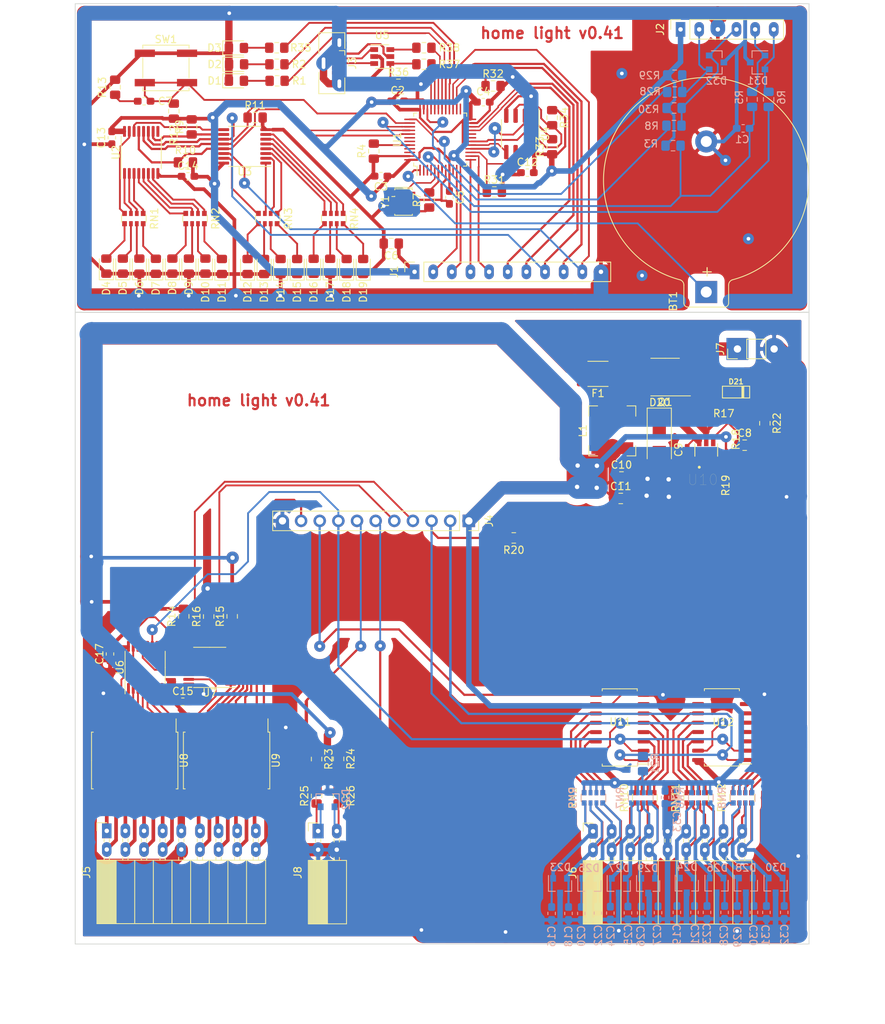
<source format=kicad_pcb>
(kicad_pcb (version 20171130) (host pcbnew 5.1.6-1.fc32)
  (layers (0 F.Cu mixed) (31 B.Cu mixed) (34 B.Paste user) (35 F.Paste user) (36 B.SilkS user) (37 F.SilkS user) (38 B.Mask user) (39 F.Mask user) (44 Edge.Cuts user))
  (net 0 "")
  (net 1 GND)
  (net 2 "Net-(BT1-Pad1)")
  (net 3 NRST)
  (net 4 VCC)
  (net 5 "Net-(D1-Pad2)")
  (net 6 "Net-(D2-Pad2)")
  (net 7 SWCLK)
  (net 8 SWDIO)
  (net 9 SWO)
  (net 10 "Net-(D5-Pad2)")
  (net 11 "Net-(D6-Pad2)")
  (net 12 "Net-(D7-Pad2)")
  (net 13 "Net-(D8-Pad2)")
  (net 14 "Net-(D9-Pad2)")
  (net 15 "Net-(D10-Pad2)")
  (net 16 "Net-(D11-Pad2)")
  (net 17 "Net-(D12-Pad2)")
  (net 18 "Net-(D13-Pad2)")
  (net 19 "Net-(D14-Pad2)")
  (net 20 "Net-(D15-Pad2)")
  (net 21 "Net-(D16-Pad2)")
  (net 22 "Net-(D17-Pad2)")
  (net 23 "Net-(D18-Pad2)")
  (net 24 "Net-(D19-Pad2)")
  (net 25 IN_Shift_Load)
  (net 26 IN_CLK_Inhibit)
  (net 27 OUT_Enable)
  (net 28 OUT_Push_Data)
  (net 29 SPI1_CLK)
  (net 30 SPI1_MISO)
  (net 31 SPI1_MOSI)
  (net 32 LED_Ser)
  (net 33 "Net-(R9-Pad1)")
  (net 34 LED_Enable)
  (net 35 LED_Push_Data)
  (net 36 "Net-(R18-Pad2)")
  (net 37 "Net-(D4-Pad2)")
  (net 38 "Net-(C1-Pad1)")
  (net 39 "Net-(C7-Pad2)")
  (net 40 BTN)
  (net 41 "Net-(C8-Pad1)")
  (net 42 "Net-(C9-Pad2)")
  (net 43 "Net-(C16-Pad1)")
  (net 44 "Net-(C18-Pad1)")
  (net 45 "Net-(C19-Pad1)")
  (net 46 "Net-(C20-Pad1)")
  (net 47 "Net-(C21-Pad1)")
  (net 48 "Net-(C22-Pad1)")
  (net 49 "Net-(C23-Pad1)")
  (net 50 "Net-(C24-Pad1)")
  (net 51 "Net-(C25-Pad1)")
  (net 52 "Net-(C26-Pad1)")
  (net 53 "Net-(C27-Pad1)")
  (net 54 "Net-(D3-Pad2)")
  (net 55 "Net-(J3-Pad3)")
  (net 56 "Net-(J3-Pad2)")
  (net 57 "Net-(J3-Pad1)")
  (net 58 LED_RED)
  (net 59 LED_YELLOW)
  (net 60 "Net-(R6-Pad1)")
  (net 61 "Net-(R7-Pad1)")
  (net 62 "Net-(R7-Pad2)")
  (net 63 "Net-(R8-Pad1)")
  (net 64 "Net-(R14-Pad1)")
  (net 65 "Net-(R28-Pad1)")
  (net 66 IN_CLK)
  (net 67 EEPROM_SELECT)
  (net 68 "Net-(R34-Pad2)")
  (net 69 LED_GREEN)
  (net 70 "Net-(R36-Pad1)")
  (net 71 USB+)
  (net 72 "Net-(R38-Pad2)")
  (net 73 USB-)
  (net 74 "Net-(RN1-Pad1)")
  (net 75 "Net-(RN1-Pad4)")
  (net 76 "Net-(RN1-Pad2)")
  (net 77 "Net-(RN1-Pad3)")
  (net 78 "Net-(RN2-Pad3)")
  (net 79 "Net-(RN2-Pad2)")
  (net 80 "Net-(RN2-Pad4)")
  (net 81 "Net-(RN2-Pad1)")
  (net 82 "Net-(RN3-Pad1)")
  (net 83 "Net-(RN3-Pad4)")
  (net 84 "Net-(RN3-Pad2)")
  (net 85 "Net-(RN3-Pad3)")
  (net 86 "Net-(RN4-Pad1)")
  (net 87 "Net-(RN4-Pad4)")
  (net 88 "Net-(RN4-Pad2)")
  (net 89 "Net-(RN4-Pad3)")
  (net 90 "Net-(RN9-Pad6)")
  (net 91 "Net-(RN9-Pad5)")
  (net 92 "Net-(RN9-Pad8)")
  (net 93 "Net-(RN9-Pad7)")
  (net 94 "Net-(RN10-Pad7)")
  (net 95 "Net-(RN10-Pad8)")
  (net 96 "Net-(RN10-Pad5)")
  (net 97 "Net-(RN10-Pad6)")
  (net 98 "Net-(RN11-Pad6)")
  (net 99 "Net-(RN11-Pad5)")
  (net 100 "Net-(RN11-Pad8)")
  (net 101 "Net-(RN11-Pad7)")
  (net 102 "Net-(RN12-Pad7)")
  (net 103 "Net-(RN12-Pad8)")
  (net 104 "Net-(RN12-Pad5)")
  (net 105 "Net-(RN12-Pad6)")
  (net 106 "Net-(U1-Pad5)")
  (net 107 IN_SER)
  (net 108 "Net-(U2-Pad14)")
  (net 109 "Net-(U6-Pad14)")
  (net 110 "Net-(U11-Pad10)")
  (net 111 "Net-(C28-Pad1)")
  (net 112 "Net-(C29-Pad1)")
  (net 113 "Net-(C30-Pad1)")
  (net 114 "Net-(C31-Pad1)")
  (net 115 "Net-(C32-Pad1)")
  (net 116 "Net-(D21-Pad1)")
  (net 117 "Net-(D21-Pad2)")
  (net 118 "Net-(D22-Pad2)")
  (net 119 "Net-(D22-Pad1)")
  (net 120 I2C2_SCL)
  (net 121 I2C2_SDA)
  (net 122 "Net-(C9-Pad1)")
  (net 123 /Sheet5F465A39/oac1)
  (net 124 /Sheet5F465A39/oa8)
  (net 125 /Sheet5F465A39/oa7)
  (net 126 /Sheet5F465A39/oa6)
  (net 127 /Sheet5F465A39/oa5)
  (net 128 /Sheet5F465A39/oa4)
  (net 129 /Sheet5F465A39/oa3)
  (net 130 /Sheet5F465A39/oa2)
  (net 131 /Sheet5F465A39/oa1)
  (net 132 /Sheet5F465A39/o1)
  (net 133 /Sheet5F465A39/o8)
  (net 134 /Sheet5F465A39/o7)
  (net 135 /Sheet5F465A39/o6)
  (net 136 /Sheet5F465A39/o5)
  (net 137 /Sheet5F465A39/o4)
  (net 138 /Sheet5F465A39/o3)
  (net 139 /Sheet5F465A39/o2)
  (net 140 /Sheet5F465A39/oa16)
  (net 141 /Sheet5F465A39/oa15)
  (net 142 /Sheet5F465A39/oa14)
  (net 143 /Sheet5F465A39/oa13)
  (net 144 /Sheet5F465A39/oa12)
  (net 145 /Sheet5F465A39/oa11)
  (net 146 /Sheet5F465A39/oa10)
  (net 147 /Sheet5F465A39/oa9)
  (net 148 /Sheet5F465A39/oac2)
  (net 149 /Sheet5F465A39/o10)
  (net 150 /Sheet5F465A39/o11)
  (net 151 /Sheet5F465A39/o12)
  (net 152 /Sheet5F465A39/o13)
  (net 153 /Sheet5F465A39/o14)
  (net 154 /Sheet5F465A39/o15)
  (net 155 /Sheet5F465A39/o16)
  (net 156 /Sheet5F465A39/o9)
  (net 157 "Net-(F1-Pad2)")
  (net 158 "Net-(F1-Pad1)")
  (net 159 /BOOT0)
  (module "holse:LQFP-48_7x7mm_P0.5mm(lut)" (layer F.Cu) (at 179.5 -209 90)
    (fp_text reference U1 (at 0 -5.85 90) (layer F.SilkS))
    (fp_text value STM32F103C8Tx)
    (pad 48 smd roundrect (at -2.75 -4.1625 90) (size 0.2 1.475) (layers F.Cu F.Paste F.Mask) (net 4 VCC))
    (pad 47 smd roundrect (at -2.25 -4.1625 90) (size 0.2 1.475) (layers F.Cu F.Paste F.Mask) (net 1 GND))
    (pad 46 smd roundrect (at -1.75 -4.1625 90) (size 0.2 1.475) (layers F.Cu F.Paste F.Mask))
    (pad 45 smd roundrect (at -1.25 -4.1625 90) (size 0.2 1.475) (layers F.Cu F.Paste F.Mask))
    (pad 44 smd roundrect (at -0.75 -4.1625 90) (size 0.2 1.475) (layers F.Cu F.Paste F.Mask) (net 159 /BOOT0))
    (pad 43 smd roundrect (at -0.25 -4.1625 90) (size 0.2 1.475) (layers F.Cu F.Paste F.Mask))
    (pad 42 smd roundrect (at 0.25 -4.1625 90) (size 0.2 1.475) (layers F.Cu F.Paste F.Mask))
    (pad 41 smd roundrect (at 0.75 -4.1625 90) (size 0.2 1.475) (layers F.Cu F.Paste F.Mask) (net 34 LED_Enable))
    (pad 40 smd roundrect (at 1.25 -4.1625 90) (size 0.2 1.475) (layers F.Cu F.Paste F.Mask) (net 35 LED_Push_Data))
    (pad 39 smd roundrect (at 1.75 -4.1625 90) (size 0.2 1.475) (layers F.Cu F.Paste F.Mask) (net 60 "Net-(R6-Pad1)"))
    (pad 38 smd roundrect (at 2.25 -4.1625 90) (size 0.2 1.475) (layers F.Cu F.Paste F.Mask) (net 40 BTN))
    (pad 37 smd roundrect (at 2.75 -4.1625 90) (size 0.2 1.475) (layers F.Cu F.Paste F.Mask) (net 65 "Net-(R28-Pad1)"))
    (pad 36 smd roundrect (at 4.1625 -2.75 90) (size 1.475 0.2) (layers F.Cu F.Paste F.Mask) (net 4 VCC))
    (pad 35 smd roundrect (at 4.1625 -2.25 90) (size 1.475 0.2) (layers F.Cu F.Paste F.Mask) (net 1 GND))
    (pad 34 smd roundrect (at 4.1625 -1.75 90) (size 1.475 0.2) (layers F.Cu F.Paste F.Mask) (net 63 "Net-(R8-Pad1)"))
    (pad 33 smd roundrect (at 4.1625 -1.25 90) (size 1.475 0.2) (layers F.Cu F.Paste F.Mask) (net 71 USB+))
    (pad 32 smd roundrect (at 4.1625 -0.75 90) (size 1.475 0.2) (layers F.Cu F.Paste F.Mask) (net 73 USB-))
    (pad 31 smd roundrect (at 4.1625 -0.25 90) (size 1.475 0.2) (layers F.Cu F.Paste F.Mask) (net 58 LED_RED))
    (pad 30 smd roundrect (at 4.1625 0.25 90) (size 1.475 0.2) (layers F.Cu F.Paste F.Mask) (net 59 LED_YELLOW))
    (pad 29 smd roundrect (at 4.1625 0.75 90) (size 1.475 0.2) (layers F.Cu F.Paste F.Mask) (net 69 LED_GREEN))
    (pad 28 smd roundrect (at 4.1625 1.25 90) (size 1.475 0.2) (layers F.Cu F.Paste F.Mask) (net 32 LED_Ser))
    (pad 27 smd roundrect (at 4.1625 1.75 90) (size 1.475 0.2) (layers F.Cu F.Paste F.Mask) (net 107 IN_SER))
    (pad 26 smd roundrect (at 4.1625 2.25 90) (size 1.475 0.2) (layers F.Cu F.Paste F.Mask) (net 66 IN_CLK))
    (pad 25 smd roundrect (at 4.1625 2.75 90) (size 1.475 0.2) (layers F.Cu F.Paste F.Mask))
    (pad 24 smd roundrect (at 2.75 4.1625 90) (size 0.2 1.475) (layers F.Cu F.Paste F.Mask) (net 4 VCC))
    (pad 23 smd roundrect (at 2.25 4.1625 90) (size 0.2 1.475) (layers F.Cu F.Paste F.Mask) (net 1 GND))
    (pad 22 smd roundrect (at 1.75 4.1625 90) (size 0.2 1.475) (layers F.Cu F.Paste F.Mask) (net 121 I2C2_SDA))
    (pad 21 smd roundrect (at 1.25 4.1625 90) (size 0.2 1.475) (layers F.Cu F.Paste F.Mask) (net 120 I2C2_SCL))
    (pad 20 smd roundrect (at 0.75 4.1625 90) (size 0.2 1.475) (layers F.Cu F.Paste F.Mask))
    (pad 19 smd roundrect (at 0.25 4.1625 90) (size 0.2 1.475) (layers F.Cu F.Paste F.Mask))
    (pad 18 smd roundrect (at -0.25 4.1625 90) (size 0.2 1.475) (layers F.Cu F.Paste F.Mask) (net 67 EEPROM_SELECT))
    (pad 17 smd roundrect (at -0.75 4.1625 90) (size 0.2 1.475) (layers F.Cu F.Paste F.Mask) (net 31 SPI1_MOSI))
    (pad 16 smd roundrect (at -1.25 4.1625 90) (size 0.2 1.475) (layers F.Cu F.Paste F.Mask) (net 30 SPI1_MISO))
    (pad 15 smd roundrect (at -1.75 4.1625 90) (size 0.2 1.475) (layers F.Cu F.Paste F.Mask) (net 29 SPI1_CLK))
    (pad 14 smd roundrect (at -2.25 4.1625 90) (size 0.2 1.475) (layers F.Cu F.Paste F.Mask) (net 27 OUT_Enable))
    (pad 13 smd roundrect (at -2.75 4.1625 90) (size 0.2 1.475) (layers F.Cu F.Paste F.Mask) (net 28 OUT_Push_Data))
    (pad 12 smd roundrect (at -4.1625 2.75 90) (size 1.475 0.2) (layers F.Cu F.Paste F.Mask) (net 26 IN_CLK_Inhibit))
    (pad 11 smd roundrect (at -4.1625 2.25 90) (size 1.475 0.2) (layers F.Cu F.Paste F.Mask) (net 25 IN_Shift_Load))
    (pad 10 smd roundrect (at -4.1625 1.75 90) (size 1.475 0.2) (layers F.Cu F.Paste F.Mask))
    (pad 9 smd roundrect (at -4.1625 1.25 90) (size 1.475 0.2) (layers F.Cu F.Paste F.Mask) (net 4 VCC))
    (pad 8 smd roundrect (at -4.1625 0.75 90) (size 1.475 0.2) (layers F.Cu F.Paste F.Mask) (net 1 GND))
    (pad 7 smd roundrect (at -4.1625 0.25 90) (size 1.475 0.2) (layers F.Cu F.Paste F.Mask) (net 38 "Net-(C1-Pad1)"))
    (pad 6 smd roundrect (at -4.1625 -0.25 90) (size 1.475 0.2) (layers F.Cu F.Paste F.Mask) (net 62 "Net-(R7-Pad2)"))
    (pad 5 smd roundrect (at -4.1625 -0.75 90) (size 1.475 0.2) (layers F.Cu F.Paste F.Mask) (net 106 "Net-(U1-Pad5)"))
    (pad 4 smd roundrect (at -4.1625 -1.25 90) (size 1.475 0.2) (layers F.Cu F.Paste F.Mask))
    (pad 3 smd roundrect (at -4.1625 -1.75 90) (size 1.475 0.2) (layers F.Cu F.Paste F.Mask))
    (pad 2 smd roundrect (at -4.1625 -2.25 90) (size 1.475 0.2) (layers F.Cu F.Paste F.Mask))
    (pad 1 smd roundrect (at -4.1625 -2.75 90) (size 1.475 0.2) (layers F.Cu F.Paste F.Mask) (net 2 "Net-(BT1-Pad1)"))
  )
  (module Connector_PinSocket_2.54mm:PinSocket_1x11_P2.54mm_Vertical (layer F.Cu) (at 183.4 -157.1 270)
    (fp_text reference J4 (at 0 -2.77 90) (layer F.SilkS))
    (fp_text value Crossboard2)
    (pad 11 thru_hole oval (at 0 25.4 270) (size 1.7 1.7) (drill 1) (layers *.Cu *.Mask) (net 1 GND))
    (pad 10 thru_hole oval (at 0 22.86 270) (size 1.7 1.7) (drill 1) (layers *.Cu *.Mask) (net 32 LED_Ser))
    (pad 9 thru_hole oval (at 0 20.32 270) (size 1.7 1.7) (drill 1) (layers *.Cu *.Mask) (net 107 IN_SER))
    (pad 8 thru_hole oval (at 0 17.78 270) (size 1.7 1.7) (drill 1) (layers *.Cu *.Mask) (net 66 IN_CLK))
    (pad 7 thru_hole oval (at 0 15.24 270) (size 1.7 1.7) (drill 1) (layers *.Cu *.Mask) (net 121 I2C2_SDA))
    (pad 6 thru_hole oval (at 0 12.7 270) (size 1.7 1.7) (drill 1) (layers *.Cu *.Mask) (net 120 I2C2_SCL))
    (pad 5 thru_hole oval (at 0 10.16 270) (size 1.7 1.7) (drill 1) (layers *.Cu *.Mask) (net 27 OUT_Enable))
    (pad 4 thru_hole oval (at 0 7.62 270) (size 1.7 1.7) (drill 1) (layers *.Cu *.Mask) (net 28 OUT_Push_Data))
    (pad 3 thru_hole oval (at 0 5.08 270) (size 1.7 1.7) (drill 1) (layers *.Cu *.Mask) (net 26 IN_CLK_Inhibit))
    (pad 2 thru_hole oval (at 0 2.54 270) (size 1.7 1.7) (drill 1) (layers *.Cu *.Mask) (net 25 IN_Shift_Load))
    (pad 1 thru_hole rect (at 0 0 270) (size 1.7 1.7) (drill 1) (layers *.Cu *.Mask) (net 4 VCC))
  )
  (module Capacitor_SMD:C_0603_1608Metric_Pad1.05x0.95mm_HandSolder (layer B.Cu) (at 210.14 -119.465 90)
    (fp_text reference C34 (at 0 1.43 90) (layer B.SilkS) (effects (justify mirror)))
    (fp_text value 0,1)
    (pad 1 smd roundrect (at -0.875 0 90) (size 1.05 0.95) (layers B.Cu B.Paste B.Mask) (net 1 GND))
    (pad 2 smd roundrect (at 0.875 0 90) (size 1.05 0.95) (layers B.Cu B.Paste B.Mask) (net 4 VCC))
  )
  (module holse:R_Array_Convex_4x0612 (layer F.Cu) (at 220.63 -119.4 90)
    (fp_text reference RN12 (at 0 -2.8 90) (layer F.SilkS))
    (fp_text value 1k)
    (pad 1 smd rect (at -0.7 -1.27 90) (size 0.7 0.64) (layers F.Cu F.Paste F.Mask) (net 112 "Net-(C29-Pad1)"))
    (pad 3 smd rect (at -0.7 0.4 90) (size 0.7 0.5) (layers F.Cu F.Paste F.Mask) (net 114 "Net-(C31-Pad1)"))
    (pad 2 smd rect (at -0.7 -0.4 90) (size 0.7 0.5) (layers F.Cu F.Paste F.Mask) (net 113 "Net-(C30-Pad1)"))
    (pad 4 smd rect (at -0.7 1.27 90) (size 0.7 0.64) (layers F.Cu F.Paste F.Mask) (net 115 "Net-(C32-Pad1)"))
    (pad 7 smd rect (at 0.7 -0.4 90) (size 0.7 0.5) (layers F.Cu F.Paste F.Mask) (net 102 "Net-(RN12-Pad7)"))
    (pad 8 smd rect (at 0.7 -1.27 90) (size 0.7 0.64) (layers F.Cu F.Paste F.Mask) (net 103 "Net-(RN12-Pad8)"))
    (pad 6 smd rect (at 0.7 0.4 90) (size 0.7 0.5) (layers F.Cu F.Paste F.Mask) (net 105 "Net-(RN12-Pad6)"))
    (pad 5 smd rect (at 0.7 1.27 90) (size 0.7 0.64) (layers F.Cu F.Paste F.Mask) (net 104 "Net-(RN12-Pad5)"))
  )
  (module holse:R_Array_Convex_4x0612 (layer F.Cu) (at 214.38 -119.4 90)
    (fp_text reference RN11 (at 0 -2.8 90) (layer F.SilkS))
    (fp_text value 1k)
    (pad 1 smd rect (at -0.7 -1.27 90) (size 0.7 0.64) (layers F.Cu F.Paste F.Mask) (net 45 "Net-(C19-Pad1)"))
    (pad 3 smd rect (at -0.7 0.4 90) (size 0.7 0.5) (layers F.Cu F.Paste F.Mask) (net 49 "Net-(C23-Pad1)"))
    (pad 2 smd rect (at -0.7 -0.4 90) (size 0.7 0.5) (layers F.Cu F.Paste F.Mask) (net 47 "Net-(C21-Pad1)"))
    (pad 4 smd rect (at -0.7 1.27 90) (size 0.7 0.64) (layers F.Cu F.Paste F.Mask) (net 111 "Net-(C28-Pad1)"))
    (pad 7 smd rect (at 0.7 -0.4 90) (size 0.7 0.5) (layers F.Cu F.Paste F.Mask) (net 101 "Net-(RN11-Pad7)"))
    (pad 8 smd rect (at 0.7 -1.27 90) (size 0.7 0.64) (layers F.Cu F.Paste F.Mask) (net 100 "Net-(RN11-Pad8)"))
    (pad 6 smd rect (at 0.7 0.4 90) (size 0.7 0.5) (layers F.Cu F.Paste F.Mask) (net 98 "Net-(RN11-Pad6)"))
    (pad 5 smd rect (at 0.7 1.27 90) (size 0.7 0.64) (layers F.Cu F.Paste F.Mask) (net 99 "Net-(RN11-Pad5)"))
  )
  (module holse:R_Array_Convex_4x0612 (layer F.Cu) (at 207.38 -119.4 90)
    (fp_text reference RN10 (at 0 -2.8 90) (layer F.SilkS))
    (fp_text value 1k)
    (pad 1 smd rect (at -0.7 -1.27 90) (size 0.7 0.64) (layers F.Cu F.Paste F.Mask) (net 50 "Net-(C24-Pad1)"))
    (pad 3 smd rect (at -0.7 0.4 90) (size 0.7 0.5) (layers F.Cu F.Paste F.Mask) (net 52 "Net-(C26-Pad1)"))
    (pad 2 smd rect (at -0.7 -0.4 90) (size 0.7 0.5) (layers F.Cu F.Paste F.Mask) (net 51 "Net-(C25-Pad1)"))
    (pad 4 smd rect (at -0.7 1.27 90) (size 0.7 0.64) (layers F.Cu F.Paste F.Mask) (net 53 "Net-(C27-Pad1)"))
    (pad 7 smd rect (at 0.7 -0.4 90) (size 0.7 0.5) (layers F.Cu F.Paste F.Mask) (net 94 "Net-(RN10-Pad7)"))
    (pad 8 smd rect (at 0.7 -1.27 90) (size 0.7 0.64) (layers F.Cu F.Paste F.Mask) (net 95 "Net-(RN10-Pad8)"))
    (pad 6 smd rect (at 0.7 0.4 90) (size 0.7 0.5) (layers F.Cu F.Paste F.Mask) (net 97 "Net-(RN10-Pad6)"))
    (pad 5 smd rect (at 0.7 1.27 90) (size 0.7 0.64) (layers F.Cu F.Paste F.Mask) (net 96 "Net-(RN10-Pad5)"))
  )
  (module holse:R_Array_Convex_4x0612 (layer F.Cu) (at 200.38 -119.4 90)
    (fp_text reference RN9 (at 0 -2.8 90) (layer F.SilkS))
    (fp_text value 1k)
    (pad 1 smd rect (at -0.7 -1.27 90) (size 0.7 0.64) (layers F.Cu F.Paste F.Mask) (net 43 "Net-(C16-Pad1)"))
    (pad 3 smd rect (at -0.7 0.4 90) (size 0.7 0.5) (layers F.Cu F.Paste F.Mask) (net 46 "Net-(C20-Pad1)"))
    (pad 2 smd rect (at -0.7 -0.4 90) (size 0.7 0.5) (layers F.Cu F.Paste F.Mask) (net 44 "Net-(C18-Pad1)"))
    (pad 4 smd rect (at -0.7 1.27 90) (size 0.7 0.64) (layers F.Cu F.Paste F.Mask) (net 48 "Net-(C22-Pad1)"))
    (pad 7 smd rect (at 0.7 -0.4 90) (size 0.7 0.5) (layers F.Cu F.Paste F.Mask) (net 93 "Net-(RN9-Pad7)"))
    (pad 8 smd rect (at 0.7 -1.27 90) (size 0.7 0.64) (layers F.Cu F.Paste F.Mask) (net 92 "Net-(RN9-Pad8)"))
    (pad 6 smd rect (at 0.7 0.4 90) (size 0.7 0.5) (layers F.Cu F.Paste F.Mask) (net 90 "Net-(RN9-Pad6)"))
    (pad 5 smd rect (at 0.7 1.27 90) (size 0.7 0.64) (layers F.Cu F.Paste F.Mask) (net 91 "Net-(RN9-Pad5)"))
  )
  (module holse:R_Array_Convex_4x0612_reverse (layer B.Cu) (at 200.38 -119.4 270)
    (fp_text reference RN5 (at 0 2.8 90) (layer B.SilkS) (effects (justify mirror)))
    (fp_text value 10k)
    (pad 4 smd rect (at -0.7 1.27 270) (size 0.7 0.64) (layers B.Cu B.Paste B.Mask) (net 4 VCC))
    (pad 2 smd rect (at -0.7 -0.4 270) (size 0.7 0.5) (layers B.Cu B.Paste B.Mask) (net 4 VCC))
    (pad 3 smd rect (at -0.7 0.4 270) (size 0.7 0.5) (layers B.Cu B.Paste B.Mask) (net 4 VCC))
    (pad 1 smd rect (at -0.7 -1.27 270) (size 0.7 0.64) (layers B.Cu B.Paste B.Mask) (net 4 VCC))
    (pad 6 smd rect (at 0.7 0.4 270) (size 0.7 0.5) (layers B.Cu B.Paste B.Mask) (net 44 "Net-(C18-Pad1)"))
    (pad 5 smd rect (at 0.7 1.27 270) (size 0.7 0.64) (layers B.Cu B.Paste B.Mask) (net 43 "Net-(C16-Pad1)"))
    (pad 7 smd rect (at 0.7 -0.4 270) (size 0.7 0.5) (layers B.Cu B.Paste B.Mask) (net 46 "Net-(C20-Pad1)"))
    (pad 8 smd rect (at 0.7 -1.27 270) (size 0.7 0.64) (layers B.Cu B.Paste B.Mask) (net 48 "Net-(C22-Pad1)"))
  )
  (module holse:R_Array_Convex_4x0612_reverse (layer B.Cu) (at 220.72 -119.4 270)
    (fp_text reference RN8 (at 0 2.8 90) (layer B.SilkS) (effects (justify mirror)))
    (fp_text value 10k)
    (pad 4 smd rect (at -0.7 1.27 270) (size 0.7 0.64) (layers B.Cu B.Paste B.Mask) (net 4 VCC))
    (pad 2 smd rect (at -0.7 -0.4 270) (size 0.7 0.5) (layers B.Cu B.Paste B.Mask) (net 4 VCC))
    (pad 3 smd rect (at -0.7 0.4 270) (size 0.7 0.5) (layers B.Cu B.Paste B.Mask) (net 4 VCC))
    (pad 1 smd rect (at -0.7 -1.27 270) (size 0.7 0.64) (layers B.Cu B.Paste B.Mask) (net 4 VCC))
    (pad 6 smd rect (at 0.7 0.4 270) (size 0.7 0.5) (layers B.Cu B.Paste B.Mask) (net 113 "Net-(C30-Pad1)"))
    (pad 5 smd rect (at 0.7 1.27 270) (size 0.7 0.64) (layers B.Cu B.Paste B.Mask) (net 112 "Net-(C29-Pad1)"))
    (pad 7 smd rect (at 0.7 -0.4 270) (size 0.7 0.5) (layers B.Cu B.Paste B.Mask) (net 114 "Net-(C31-Pad1)"))
    (pad 8 smd rect (at 0.7 -1.27 270) (size 0.7 0.64) (layers B.Cu B.Paste B.Mask) (net 115 "Net-(C32-Pad1)"))
  )
  (module holse:R_Array_Convex_4x0612_reverse (layer B.Cu) (at 206.83 -119.4 270)
    (fp_text reference RN7 (at 0 2.8 90) (layer B.SilkS) (effects (justify mirror)))
    (fp_text value 10k)
    (pad 4 smd rect (at -0.7 1.27 270) (size 0.7 0.64) (layers B.Cu B.Paste B.Mask) (net 4 VCC))
    (pad 2 smd rect (at -0.7 -0.4 270) (size 0.7 0.5) (layers B.Cu B.Paste B.Mask) (net 4 VCC))
    (pad 3 smd rect (at -0.7 0.4 270) (size 0.7 0.5) (layers B.Cu B.Paste B.Mask) (net 4 VCC))
    (pad 1 smd rect (at -0.7 -1.27 270) (size 0.7 0.64) (layers B.Cu B.Paste B.Mask) (net 4 VCC))
    (pad 6 smd rect (at 0.7 0.4 270) (size 0.7 0.5) (layers B.Cu B.Paste B.Mask) (net 51 "Net-(C25-Pad1)"))
    (pad 5 smd rect (at 0.7 1.27 270) (size 0.7 0.64) (layers B.Cu B.Paste B.Mask) (net 50 "Net-(C24-Pad1)"))
    (pad 7 smd rect (at 0.7 -0.4 270) (size 0.7 0.5) (layers B.Cu B.Paste B.Mask) (net 52 "Net-(C26-Pad1)"))
    (pad 8 smd rect (at 0.7 -1.27 270) (size 0.7 0.64) (layers B.Cu B.Paste B.Mask) (net 53 "Net-(C27-Pad1)"))
  )
  (module holse:R_Array_Convex_4x0612_reverse (layer B.Cu) (at 215.01 -119.4 270)
    (fp_text reference RN6 (at 0 2.8 90) (layer B.SilkS) (effects (justify mirror)))
    (fp_text value 10k)
    (pad 4 smd rect (at -0.7 1.27 270) (size 0.7 0.64) (layers B.Cu B.Paste B.Mask) (net 4 VCC))
    (pad 2 smd rect (at -0.7 -0.4 270) (size 0.7 0.5) (layers B.Cu B.Paste B.Mask) (net 4 VCC))
    (pad 3 smd rect (at -0.7 0.4 270) (size 0.7 0.5) (layers B.Cu B.Paste B.Mask) (net 4 VCC))
    (pad 1 smd rect (at -0.7 -1.27 270) (size 0.7 0.64) (layers B.Cu B.Paste B.Mask) (net 4 VCC))
    (pad 6 smd rect (at 0.7 0.4 270) (size 0.7 0.5) (layers B.Cu B.Paste B.Mask) (net 47 "Net-(C21-Pad1)"))
    (pad 5 smd rect (at 0.7 1.27 270) (size 0.7 0.64) (layers B.Cu B.Paste B.Mask) (net 45 "Net-(C19-Pad1)"))
    (pad 7 smd rect (at 0.7 -0.4 270) (size 0.7 0.5) (layers B.Cu B.Paste B.Mask) (net 49 "Net-(C23-Pad1)"))
    (pad 8 smd rect (at 0.7 -1.27 270) (size 0.7 0.64) (layers B.Cu B.Paste B.Mask) (net 111 "Net-(C28-Pad1)"))
  )
  (module holse:PinSocket_2x09_P2.54mm_Horizontal (layer F.Cu) (at 200.32 -114.85 90)
    (fp_text reference J6 (at -5.65 -2.77 270) (layer F.SilkS))
    (fp_text value IN_Ports)
    (pad 1 thru_hole roundrect (at 0 0 90) (size 2 1.3) (drill 0.6) (layers *.Cu *.Mask) (net 43 "Net-(C16-Pad1)"))
    (pad 2 thru_hole oval (at -2.54 0 90) (size 2 1.3) (drill 0.6) (layers *.Cu *.Mask) (net 44 "Net-(C18-Pad1)"))
    (pad 3 thru_hole oval (at 0 2.54 90) (size 2 1.3) (drill 0.6) (layers *.Cu *.Mask) (net 46 "Net-(C20-Pad1)"))
    (pad 4 thru_hole oval (at -2.54 2.54 90) (size 2 1.3) (drill 0.6) (layers *.Cu *.Mask) (net 48 "Net-(C22-Pad1)"))
    (pad 5 thru_hole oval (at 0 5.08 90) (size 2 1.3) (drill 0.6) (layers *.Cu *.Mask) (net 50 "Net-(C24-Pad1)"))
    (pad 6 thru_hole oval (at -2.54 5.08 90) (size 2 1.3) (drill 0.6) (layers *.Cu *.Mask) (net 51 "Net-(C25-Pad1)"))
    (pad 7 thru_hole oval (at 0 7.62 90) (size 2 1.3) (drill 0.6) (layers *.Cu *.Mask) (net 52 "Net-(C26-Pad1)"))
    (pad 8 thru_hole oval (at -2.54 7.62 90) (size 2 1.3) (drill 0.6) (layers *.Cu *.Mask) (net 53 "Net-(C27-Pad1)"))
    (pad 9 thru_hole oval (at 0 10.16 90) (size 2 1.3) (drill 0.6) (layers *.Cu *.Mask) (net 1 GND))
    (pad 10 thru_hole oval (at -2.54 10.16 90) (size 2 1.3) (drill 0.6) (layers *.Cu *.Mask) (net 1 GND))
    (pad 11 thru_hole oval (at 0 12.7 90) (size 2 1.3) (drill 0.6) (layers *.Cu *.Mask) (net 45 "Net-(C19-Pad1)"))
    (pad 12 thru_hole oval (at -2.54 12.7 90) (size 2 1.3) (drill 0.6) (layers *.Cu *.Mask) (net 47 "Net-(C21-Pad1)"))
    (pad 13 thru_hole oval (at 0 15.24 90) (size 2 1.3) (drill 0.6) (layers *.Cu *.Mask) (net 49 "Net-(C23-Pad1)"))
    (pad 14 thru_hole oval (at -2.54 15.24 90) (size 2 1.3) (drill 0.6) (layers *.Cu *.Mask) (net 111 "Net-(C28-Pad1)"))
    (pad 15 thru_hole oval (at 0 17.78 90) (size 2 1.3) (drill 0.6) (layers *.Cu *.Mask) (net 112 "Net-(C29-Pad1)"))
    (pad 16 thru_hole oval (at -2.54 17.78 90) (size 2 1.3) (drill 0.6) (layers *.Cu *.Mask) (net 113 "Net-(C30-Pad1)"))
    (pad 17 thru_hole oval (at 0 20.32 90) (size 2 1.3) (drill 0.6) (layers *.Cu *.Mask) (net 114 "Net-(C31-Pad1)"))
    (pad 18 thru_hole oval (at -2.54 20.32 90) (size 2 1.3) (drill 0.6) (layers *.Cu *.Mask) (net 115 "Net-(C32-Pad1)"))
  )
  (module holse:R_Array_Convex_4x0612_reverse (layer F.Cu) (at 165 -198.25 270)
    (fp_text reference RN4 (at 0 -2.8 90) (layer F.SilkS))
    (fp_text value 1k)
    (pad 4 smd rect (at -0.7 -1.27 270) (size 0.7 0.64) (layers F.Cu F.Paste F.Mask) (net 87 "Net-(RN4-Pad4)"))
    (pad 2 smd rect (at -0.7 0.4 270) (size 0.7 0.5) (layers F.Cu F.Paste F.Mask) (net 88 "Net-(RN4-Pad2)"))
    (pad 3 smd rect (at -0.7 -0.4 270) (size 0.7 0.5) (layers F.Cu F.Paste F.Mask) (net 89 "Net-(RN4-Pad3)"))
    (pad 1 smd rect (at -0.7 1.27 270) (size 0.7 0.64) (layers F.Cu F.Paste F.Mask) (net 86 "Net-(RN4-Pad1)"))
    (pad 6 smd rect (at 0.7 -0.4 270) (size 0.7 0.5) (layers F.Cu F.Paste F.Mask) (net 23 "Net-(D18-Pad2)"))
    (pad 5 smd rect (at 0.7 -1.27 270) (size 0.7 0.64) (layers F.Cu F.Paste F.Mask) (net 24 "Net-(D19-Pad2)"))
    (pad 7 smd rect (at 0.7 0.4 270) (size 0.7 0.5) (layers F.Cu F.Paste F.Mask) (net 22 "Net-(D17-Pad2)"))
    (pad 8 smd rect (at 0.7 1.27 270) (size 0.7 0.64) (layers F.Cu F.Paste F.Mask) (net 21 "Net-(D16-Pad2)"))
  )
  (module holse:R_Array_Convex_4x0612_reverse (layer F.Cu) (at 156 -198.25 270)
    (fp_text reference RN3 (at 0 -2.8 90) (layer F.SilkS))
    (fp_text value 1k)
    (pad 4 smd rect (at -0.7 -1.27 270) (size 0.7 0.64) (layers F.Cu F.Paste F.Mask) (net 83 "Net-(RN3-Pad4)"))
    (pad 2 smd rect (at -0.7 0.4 270) (size 0.7 0.5) (layers F.Cu F.Paste F.Mask) (net 84 "Net-(RN3-Pad2)"))
    (pad 3 smd rect (at -0.7 -0.4 270) (size 0.7 0.5) (layers F.Cu F.Paste F.Mask) (net 85 "Net-(RN3-Pad3)"))
    (pad 1 smd rect (at -0.7 1.27 270) (size 0.7 0.64) (layers F.Cu F.Paste F.Mask) (net 82 "Net-(RN3-Pad1)"))
    (pad 6 smd rect (at 0.7 -0.4 270) (size 0.7 0.5) (layers F.Cu F.Paste F.Mask) (net 19 "Net-(D14-Pad2)"))
    (pad 5 smd rect (at 0.7 -1.27 270) (size 0.7 0.64) (layers F.Cu F.Paste F.Mask) (net 20 "Net-(D15-Pad2)"))
    (pad 7 smd rect (at 0.7 0.4 270) (size 0.7 0.5) (layers F.Cu F.Paste F.Mask) (net 18 "Net-(D13-Pad2)"))
    (pad 8 smd rect (at 0.7 1.27 270) (size 0.7 0.64) (layers F.Cu F.Paste F.Mask) (net 17 "Net-(D12-Pad2)"))
  )
  (module holse:R_Array_Convex_4x0612_reverse (layer F.Cu) (at 137.75 -198.25 270)
    (fp_text reference RN1 (at 0 -2.8 90) (layer F.SilkS))
    (fp_text value 1k)
    (pad 4 smd rect (at -0.7 -1.27 270) (size 0.7 0.64) (layers F.Cu F.Paste F.Mask) (net 75 "Net-(RN1-Pad4)"))
    (pad 2 smd rect (at -0.7 0.4 270) (size 0.7 0.5) (layers F.Cu F.Paste F.Mask) (net 76 "Net-(RN1-Pad2)"))
    (pad 3 smd rect (at -0.7 -0.4 270) (size 0.7 0.5) (layers F.Cu F.Paste F.Mask) (net 77 "Net-(RN1-Pad3)"))
    (pad 1 smd rect (at -0.7 1.27 270) (size 0.7 0.64) (layers F.Cu F.Paste F.Mask) (net 74 "Net-(RN1-Pad1)"))
    (pad 6 smd rect (at 0.7 -0.4 270) (size 0.7 0.5) (layers F.Cu F.Paste F.Mask) (net 11 "Net-(D6-Pad2)"))
    (pad 5 smd rect (at 0.7 -1.27 270) (size 0.7 0.64) (layers F.Cu F.Paste F.Mask) (net 12 "Net-(D7-Pad2)"))
    (pad 7 smd rect (at 0.7 0.4 270) (size 0.7 0.5) (layers F.Cu F.Paste F.Mask) (net 10 "Net-(D5-Pad2)"))
    (pad 8 smd rect (at 0.7 1.27 270) (size 0.7 0.64) (layers F.Cu F.Paste F.Mask) (net 37 "Net-(D4-Pad2)"))
  )
  (module holse:R_Array_Convex_4x0612_reverse (layer F.Cu) (at 146.09 -198.25 270)
    (fp_text reference RN2 (at 0 -2.8 90) (layer F.SilkS))
    (fp_text value 1k)
    (pad 4 smd rect (at -0.7 -1.27 270) (size 0.7 0.64) (layers F.Cu F.Paste F.Mask) (net 80 "Net-(RN2-Pad4)"))
    (pad 2 smd rect (at -0.7 0.4 270) (size 0.7 0.5) (layers F.Cu F.Paste F.Mask) (net 79 "Net-(RN2-Pad2)"))
    (pad 3 smd rect (at -0.7 -0.4 270) (size 0.7 0.5) (layers F.Cu F.Paste F.Mask) (net 78 "Net-(RN2-Pad3)"))
    (pad 1 smd rect (at -0.7 1.27 270) (size 0.7 0.64) (layers F.Cu F.Paste F.Mask) (net 81 "Net-(RN2-Pad1)"))
    (pad 6 smd rect (at 0.7 -0.4 270) (size 0.7 0.5) (layers F.Cu F.Paste F.Mask) (net 15 "Net-(D10-Pad2)"))
    (pad 5 smd rect (at 0.7 -1.27 270) (size 0.7 0.64) (layers F.Cu F.Paste F.Mask) (net 16 "Net-(D11-Pad2)"))
    (pad 7 smd rect (at 0.7 0.4 270) (size 0.7 0.5) (layers F.Cu F.Paste F.Mask) (net 14 "Net-(D9-Pad2)"))
    (pad 8 smd rect (at 0.7 1.27 270) (size 0.7 0.64) (layers F.Cu F.Paste F.Mask) (net 13 "Net-(D8-Pad2)"))
  )
  (module holse:PinSocket_2x02_P2.54mm_Horizontal (layer F.Cu) (at 162.86 -114.88 90)
    (fp_text reference J8 (at -5.65 -2.77 90) (layer F.SilkS))
    (fp_text value I2C)
    (pad 1 thru_hole rect (at 0 0 90) (size 2 1.5) (drill 0.6) (layers *.Cu *.Mask) (net 118 "Net-(D22-Pad2)"))
    (pad 2 thru_hole oval (at -2.54 0 90) (size 2 1.5) (drill 0.6) (layers *.Cu *.Mask) (net 1 GND))
    (pad 3 thru_hole oval (at 0 2.54 90) (size 2 1.3) (drill 0.6) (layers *.Cu *.Mask) (net 119 "Net-(D22-Pad1)"))
    (pad 4 thru_hole oval (at -2.54 2.54 90) (size 2 1.3) (drill 0.6) (layers *.Cu *.Mask) (net 1 GND))
  )
  (module Connector_PinHeader_2.54mm:PinHeader_1x02_P2.54mm_Vertical (layer F.Cu) (at 220 -180.5 90)
    (fp_text reference J7 (at 0 -2.33 270) (layer F.SilkS))
    (fp_text value Power)
    (pad 2 thru_hole oval (at 0 5 90) (size 3 3) (drill 1) (layers *.Cu *.Mask) (net 1 GND))
    (pad 1 thru_hole rect (at 0 0 90) (size 3 3) (drill 1) (layers *.Cu *.Mask) (net 157 "Net-(F1-Pad2)"))
  )
  (module Connector_PinSocket_2.54mm:PinSocket_1x11_P2.54mm_Vertical (layer F.Cu) (at 176 -191 90)
    (fp_text reference J1 (at 0 -2.77 90) (layer F.SilkS))
    (fp_text value Crossboard)
    (pad 1 thru_hole rect (at 0 0 90) (size 2 1.3) (drill 0.6) (layers *.Cu *.Mask) (net 4 VCC))
    (pad 2 thru_hole oval (at 0 2.54 90) (size 2 1.3) (drill 0.6) (layers *.Cu *.Mask) (net 25 IN_Shift_Load))
    (pad 3 thru_hole oval (at 0 5.08 90) (size 2 1.3) (drill 0.6) (layers *.Cu *.Mask) (net 26 IN_CLK_Inhibit))
    (pad 4 thru_hole oval (at 0 7.62 90) (size 2 1.3) (drill 0.6) (layers *.Cu *.Mask) (net 28 OUT_Push_Data))
    (pad 5 thru_hole oval (at 0 10.16 90) (size 2 1.3) (drill 0.6) (layers *.Cu *.Mask) (net 27 OUT_Enable))
    (pad 6 thru_hole oval (at 0 12.7 90) (size 2 1.3) (drill 0.6) (layers *.Cu *.Mask) (net 120 I2C2_SCL))
    (pad 7 thru_hole oval (at 0 15.24 90) (size 2 1.3) (drill 0.6) (layers *.Cu *.Mask) (net 121 I2C2_SDA))
    (pad 8 thru_hole oval (at 0 17.78 90) (size 2 1.3) (drill 0.6) (layers *.Cu *.Mask) (net 66 IN_CLK))
    (pad 9 thru_hole oval (at 0 20.32 90) (size 2 1.3) (drill 0.6) (layers *.Cu *.Mask) (net 107 IN_SER))
    (pad 10 thru_hole oval (at 0 22.86 90) (size 2 1.3) (drill 0.6) (layers *.Cu *.Mask) (net 32 LED_Ser))
    (pad 11 thru_hole oval (at 0 25.4 90) (size 2 1.3) (drill 0.6) (layers *.Cu *.Mask) (net 1 GND))
  )
  (module Battery:BatteryHolder_Keystone_106_1x20mm (layer F.Cu) (at 215.75 -188.25 90)
    (fp_text reference BT1 (at -1.25 -4.5 90) (layer F.SilkS))
    (fp_text value 3v)
    (fp_text user + (at 2.75 0 90) (layer F.SilkS) (effects (font (size 1.5 1.5))))
    (pad 2 thru_hole circle (at 20.49 0 90) (size 3 3) (drill 1.5) (layers *.Cu *.Mask) (net 1 GND))
    (pad 1 thru_hole rect (at 0 0 90) (size 3 3) (drill 1.5) (layers *.Cu *.Mask) (net 2 "Net-(BT1-Pad1)"))
  )
  (module holse:PinSocket_1x06_P2.54mm_Vertical (layer F.Cu) (at 212.25 -224 90)
    (fp_text reference J2 (at 0 -2.77 90) (layer F.SilkS))
    (fp_text value Program)
    (pad 6 thru_hole oval (at 0 12.7 90) (size 2 1.3) (drill 0.6) (layers *.Cu *.Mask) (net 9 SWO))
    (pad 5 thru_hole oval (at 0 10.16 90) (size 2 1.3) (drill 0.6) (layers *.Cu *.Mask) (net 3 NRST))
    (pad 4 thru_hole oval (at 0 7.62 90) (size 2 1.3) (drill 0.6) (layers *.Cu *.Mask) (net 8 SWDIO))
    (pad 3 thru_hole oval (at 0 5.08 90) (size 2 1.3) (drill 0.6) (layers *.Cu *.Mask) (net 1 GND))
    (pad 2 thru_hole oval (at 0 2.54 90) (size 2 1.3) (drill 0.6) (layers *.Cu *.Mask) (net 7 SWCLK))
    (pad 1 thru_hole rect (at 0 0 90) (size 2 1.3) (drill 0.6) (layers *.Cu *.Mask) (net 4 VCC))
  )
  (module Fuse:Fuse_1812_4532Metric_Pad1.30x3.40mm_HandSolder (layer F.Cu) (at 200.995 -177.11 180)
    (fp_text reference F1 (at 0 -2.65) (layer F.SilkS))
    (fp_text value 0.1A)
    (pad 2 smd roundrect (at 2.225 0 180) (size 1.3 3.4) (layers F.Cu F.Paste F.Mask) (roundrect_rratio 0.192308) (net 157 "Net-(F1-Pad2)"))
    (pad 1 smd roundrect (at -2.225 0 180) (size 1.3 3.4) (layers F.Cu F.Paste F.Mask) (roundrect_rratio 0.192308) (net 158 "Net-(F1-Pad1)"))
  )
  (module Package_TO_SOT_SMD:SOT-23 (layer B.Cu) (at 225.2 -107.48 270)
    (fp_text reference D30 (at -2.45 -0.05 180) (layer B.SilkS) (effects (justify mirror)))
    (fp_text value PESD3v3S2UT)
    (pad 3 smd rect (at 1 0 270) (size 0.9 0.8) (layers B.Cu B.Paste B.Mask) (net 1 GND))
    (pad 2 smd rect (at -1 -0.95 270) (size 0.9 0.8) (layers B.Cu B.Paste B.Mask) (net 115 "Net-(C32-Pad1)"))
    (pad 1 smd rect (at -1 0.95 270) (size 0.9 0.8) (layers B.Cu B.Paste B.Mask) (net 114 "Net-(C31-Pad1)"))
  )
  (module Capacitor_SMD:C_0603_1608Metric_Pad1.05x0.95mm_HandSolder (layer B.Cu) (at 222.25 -103.805 270)
    (fp_text reference C30 (at 3.1 0.025 90) (layer B.SilkS) (effects (justify mirror)))
    (fp_text value 0.1)
    (pad 1 smd roundrect (at -0.875 0 270) (size 1.05 0.95) (layers B.Cu B.Paste B.Mask) (net 113 "Net-(C30-Pad1)"))
    (pad 2 smd roundrect (at 0.875 0 270) (size 1.05 0.95) (layers B.Cu B.Paste B.Mask) (net 1 GND))
  )
  (module holse:PinSocket_2x09_P2.54mm_Horizontal (layer F.Cu) (at 134.056 -114.907 90)
    (fp_text reference J5 (at -5.65 -2.77 270) (layer F.SilkS))
    (fp_text value OUT_PORTs)
    (pad 1 thru_hole rect (at 0 0 90) (size 2 1.3) (drill 0.6) (layers *.Cu *.Mask) (net 131 /Sheet5F465A39/oa1))
    (pad 2 thru_hole oval (at -2.54 0 90) (size 2 1.3) (drill 0.6) (layers *.Cu *.Mask) (net 130 /Sheet5F465A39/oa2))
    (pad 3 thru_hole oval (at 0 2.54 90) (size 2 1.3) (drill 0.6) (layers *.Cu *.Mask) (net 129 /Sheet5F465A39/oa3))
    (pad 4 thru_hole oval (at -2.54 2.54 90) (size 2 1.3) (drill 0.6) (layers *.Cu *.Mask) (net 128 /Sheet5F465A39/oa4))
    (pad 5 thru_hole oval (at 0 5.08 90) (size 2 1.3) (drill 0.6) (layers *.Cu *.Mask) (net 127 /Sheet5F465A39/oa5))
    (pad 6 thru_hole oval (at -2.54 5.08 90) (size 2 1.3) (drill 0.6) (layers *.Cu *.Mask) (net 126 /Sheet5F465A39/oa6))
    (pad 7 thru_hole oval (at 0 7.62 90) (size 2 1.3) (drill 0.6) (layers *.Cu *.Mask) (net 125 /Sheet5F465A39/oa7))
    (pad 8 thru_hole oval (at -2.54 7.62 90) (size 2 1.3) (drill 0.6) (layers *.Cu *.Mask) (net 124 /Sheet5F465A39/oa8))
    (pad 9 thru_hole oval (at 0 10.16 90) (size 2 1.3) (drill 0.6) (layers *.Cu *.Mask) (net 148 /Sheet5F465A39/oac2))
    (pad 10 thru_hole oval (at -2.54 10.16 90) (size 2 1.3) (drill 0.6) (layers *.Cu *.Mask) (net 123 /Sheet5F465A39/oac1))
    (pad 11 thru_hole oval (at 0 12.7 90) (size 2 1.3) (drill 0.6) (layers *.Cu *.Mask) (net 147 /Sheet5F465A39/oa9))
    (pad 12 thru_hole oval (at -2.54 12.7 90) (size 2 1.3) (drill 0.6) (layers *.Cu *.Mask) (net 146 /Sheet5F465A39/oa10))
    (pad 13 thru_hole oval (at 0 15.24 90) (size 2 1.3) (drill 0.6) (layers *.Cu *.Mask) (net 145 /Sheet5F465A39/oa11))
    (pad 14 thru_hole oval (at -2.54 15.24 90) (size 2 1.3) (drill 0.6) (layers *.Cu *.Mask) (net 144 /Sheet5F465A39/oa12))
    (pad 15 thru_hole oval (at 0 17.78 90) (size 2 1.3) (drill 0.6) (layers *.Cu *.Mask) (net 143 /Sheet5F465A39/oa13))
    (pad 16 thru_hole oval (at -2.54 17.78 90) (size 2 1.3) (drill 0.6) (layers *.Cu *.Mask) (net 142 /Sheet5F465A39/oa14))
    (pad 17 thru_hole oval (at 0 20.32 90) (size 2 1.3) (drill 0.6) (layers *.Cu *.Mask) (net 141 /Sheet5F465A39/oa15))
    (pad 18 thru_hole oval (at -2.54 20.32 90) (size 2 1.3) (drill 0.6) (layers *.Cu *.Mask) (net 140 /Sheet5F465A39/oa16))
  )
  (module holse:SOT26 (layer F.Cu) (at 215.75 -166.75 90)
    (fp_text reference U10 (at -4.05 -0.475 180) (layer F.SilkS) (effects (font (size 1.44 1.44) (thickness 0.015))))
    (fp_text value AP5100)
    (pad 1 smd rect (at -1.185 -0.95 90) (size 1.35 0.6) (layers F.Cu F.Paste F.Mask) (net 122 "Net-(C9-Pad1)"))
    (pad 2 smd rect (at -1.185 0 90) (size 1.35 0.6) (layers F.Cu F.Paste F.Mask) (net 1 GND))
    (pad 3 smd rect (at -1.185 0.95 90) (size 1.35 0.6) (layers F.Cu F.Paste F.Mask) (net 36 "Net-(R18-Pad2)"))
    (pad 4 smd rect (at 1.185 0.95 90) (size 1.35 0.6) (layers F.Cu F.Paste F.Mask) (net 41 "Net-(C8-Pad1)"))
    (pad 5 smd rect (at 1.185 0 90) (size 1.35 0.6) (layers F.Cu F.Paste F.Mask) (net 116 "Net-(D21-Pad1)"))
    (pad 6 smd rect (at 1.185 -0.95 90) (size 1.35 0.6) (layers F.Cu F.Paste F.Mask) (net 42 "Net-(C9-Pad2)"))
  )
  (module Capacitor_SMD:C_0603_1608Metric_Pad1.05x0.95mm_HandSolder (layer B.Cu) (at 220.775 -210.525 180)
    (fp_text reference C1 (at 0.125 -1.5 180) (layer B.SilkS) (effects (justify mirror)))
    (fp_text value 0.1uf)
    (pad 1 smd roundrect (at -0.875 0 180) (size 1.05 0.95) (layers B.Cu B.Paste B.Mask) (net 38 "Net-(C1-Pad1)"))
    (pad 2 smd roundrect (at 0.875 0 180) (size 1.05 0.95) (layers B.Cu B.Paste B.Mask) (net 1 GND))
  )
  (module Capacitor_SMD:C_0603_1608Metric_Pad1.05x0.95mm_HandSolder (layer F.Cu) (at 173.7 -214.25)
    (fp_text reference C2 (at 0 -1.43) (layer F.SilkS))
    (fp_text value 0.1uf)
    (pad 2 smd roundrect (at 0.875 0) (size 1.05 0.95) (layers F.Cu F.Paste F.Mask) (net 1 GND))
    (pad 1 smd roundrect (at -0.875 0) (size 1.05 0.95) (layers F.Cu F.Paste F.Mask) (net 4 VCC))
  )
  (module Capacitor_SMD:C_0603_1608Metric_Pad1.05x0.95mm_HandSolder (layer F.Cu) (at 171.425 -204.025 180)
    (fp_text reference C3 (at 0 -1.43) (layer F.SilkS))
    (fp_text value 0.1uf)
    (pad 1 smd roundrect (at -0.875 0 180) (size 1.05 0.95) (layers F.Cu F.Paste F.Mask) (net 4 VCC))
    (pad 2 smd roundrect (at 0.875 0 180) (size 1.05 0.95) (layers F.Cu F.Paste F.Mask) (net 1 GND))
  )
  (module Capacitor_SMD:C_0603_1608Metric_Pad1.05x0.95mm_HandSolder (layer F.Cu) (at 185.375 -214.1)
    (fp_text reference C4 (at 0 -1.43) (layer F.SilkS))
    (fp_text value 0.1uf)
    (pad 2 smd roundrect (at 0.875 0) (size 1.05 0.95) (layers F.Cu F.Paste F.Mask) (net 1 GND))
    (pad 1 smd roundrect (at -0.875 0) (size 1.05 0.95) (layers F.Cu F.Paste F.Mask) (net 4 VCC))
  )
  (module Capacitor_SMD:C_0603_1608Metric_Pad1.05x0.95mm_HandSolder (layer F.Cu) (at 180.75 -201.125 270)
    (fp_text reference C5 (at 0 -1.43 90) (layer F.SilkS))
    (fp_text value 0.1uf)
    (pad 2 smd roundrect (at 0.875 0 270) (size 1.05 0.95) (layers F.Cu F.Paste F.Mask) (net 1 GND))
    (pad 1 smd roundrect (at -0.875 0 270) (size 1.05 0.95) (layers F.Cu F.Paste F.Mask) (net 4 VCC))
  )
  (module Capacitor_SMD:C_0805_2012Metric_Pad1.15x1.40mm_HandSolder (layer F.Cu) (at 172.825 -194.85 180)
    (fp_text reference C6 (at 0 -1.65) (layer F.SilkS))
    (fp_text value 1uf)
    (pad 1 smd roundrect (at -1.025 0 180) (size 1.15 1.4) (layers F.Cu F.Paste F.Mask) (roundrect_rratio 0.217391) (net 4 VCC))
    (pad 2 smd roundrect (at 1.025 0 180) (size 1.15 1.4) (layers F.Cu F.Paste F.Mask) (roundrect_rratio 0.217391) (net 1 GND))
  )
  (module Capacitor_SMD:C_0603_1608Metric_Pad1.05x0.95mm_HandSolder (layer F.Cu) (at 139.15 -214.225 180)
    (fp_text reference C7 (at -2.875 0) (layer F.SilkS))
    (fp_text value 100nf)
    (pad 2 smd roundrect (at 0.875 0 180) (size 1.05 0.95) (layers F.Cu F.Paste F.Mask) (net 39 "Net-(C7-Pad2)"))
    (pad 1 smd roundrect (at -0.875 0 180) (size 1.05 0.95) (layers F.Cu F.Paste F.Mask) (net 40 BTN))
  )
  (module Capacitor_SMD:C_0805_2012Metric (layer F.Cu) (at 220.9875 -167.4)
    (fp_text reference C8 (at 0 -1.65) (layer F.SilkS))
    (fp_text value 10uf)
    (pad 1 smd roundrect (at -0.9375 0) (size 0.975 1.4) (layers F.Cu F.Paste F.Mask) (net 41 "Net-(C8-Pad1)"))
    (pad 2 smd roundrect (at 0.9375 0) (size 0.975 1.4) (layers F.Cu F.Paste F.Mask) (net 1 GND))
  )
  (module Capacitor_SMD:C_0402_1005Metric (layer F.Cu) (at 213.15 -166.785 90)
    (fp_text reference C9 (at 0 -1.17 90) (layer F.SilkS))
    (fp_text value 22nf)
    (pad 1 smd roundrect (at -0.485 0 90) (size 0.59 0.64) (layers F.Cu F.Paste F.Mask) (net 122 "Net-(C9-Pad1)"))
    (pad 2 smd roundrect (at 0.485 0 90) (size 0.59 0.64) (layers F.Cu F.Paste F.Mask) (net 42 "Net-(C9-Pad2)"))
  )
  (module Capacitor_SMD:C_0805_2012Metric_Pad1.15x1.40mm_HandSolder (layer F.Cu) (at 204.2 -163.075)
    (fp_text reference C10 (at 0 -1.65) (layer F.SilkS))
    (fp_text value 0.1uf)
    (pad 1 smd roundrect (at -1.025 0) (size 1.15 1.4) (layers F.Cu F.Paste F.Mask) (roundrect_rratio 0.217391) (net 4 VCC))
    (pad 2 smd roundrect (at 1.025 0) (size 1.15 1.4) (layers F.Cu F.Paste F.Mask) (roundrect_rratio 0.217391) (net 1 GND))
  )
  (module Capacitor_SMD:C_0805_2012Metric_Pad1.15x1.40mm_HandSolder (layer F.Cu) (at 204.1 -160.15)
    (fp_text reference C11 (at 0 -1.65) (layer F.SilkS))
    (fp_text value 22uf)
    (pad 2 smd roundrect (at 1.025 0) (size 1.15 1.4) (layers F.Cu F.Paste F.Mask) (roundrect_rratio 0.217391) (net 1 GND))
    (pad 1 smd roundrect (at -1.025 0) (size 1.15 1.4) (layers F.Cu F.Paste F.Mask) (roundrect_rratio 0.217391) (net 4 VCC))
  )
  (module Capacitor_SMD:C_0603_1608Metric_Pad1.05x0.95mm_HandSolder (layer F.Cu) (at 191.375 -204.5)
    (fp_text reference C12 (at 0 -1.43) (layer F.SilkS))
    (fp_text value 0,1)
    (pad 1 smd roundrect (at -0.875 0) (size 1.05 0.95) (layers F.Cu F.Paste F.Mask) (net 1 GND))
    (pad 2 smd roundrect (at 0.875 0) (size 1.05 0.95) (layers F.Cu F.Paste F.Mask) (net 4 VCC))
  )
  (module Capacitor_SMD:C_0603_1608Metric_Pad1.05x0.95mm_HandSolder (layer F.Cu) (at 134.75 -209.25 90)
    (fp_text reference C13 (at 0 -1.43 90) (layer F.SilkS))
    (fp_text value 0,1)
    (pad 2 smd roundrect (at 0.875 0 90) (size 1.05 0.95) (layers F.Cu F.Paste F.Mask) (net 4 VCC))
    (pad 1 smd roundrect (at -0.875 0 90) (size 1.05 0.95) (layers F.Cu F.Paste F.Mask) (net 1 GND))
  )
  (module Capacitor_SMD:C_0603_1608Metric_Pad1.05x0.95mm_HandSolder (layer F.Cu) (at 145.125 -204)
    (fp_text reference C14 (at 0 -1.43) (layer F.SilkS))
    (fp_text value 0,1)
    (pad 2 smd roundrect (at 0.875 0) (size 1.05 0.95) (layers F.Cu F.Paste F.Mask) (net 4 VCC))
    (pad 1 smd roundrect (at -0.875 0) (size 1.05 0.95) (layers F.Cu F.Paste F.Mask) (net 1 GND))
  )
  (module Capacitor_SMD:C_0603_1608Metric_Pad1.05x0.95mm_HandSolder (layer F.Cu) (at 144.425 -132.48)
    (fp_text reference C15 (at 0 -1.43) (layer F.SilkS))
    (fp_text value 0,1)
    (pad 2 smd roundrect (at 0.875 0) (size 1.05 0.95) (layers F.Cu F.Paste F.Mask) (net 4 VCC))
    (pad 1 smd roundrect (at -0.875 0) (size 1.05 0.95) (layers F.Cu F.Paste F.Mask) (net 1 GND))
  )
  (module Capacitor_SMD:C_0603_1608Metric_Pad1.05x0.95mm_HandSolder (layer B.Cu) (at 194.68 -103.665 270)
    (fp_text reference C16 (at 3.125 0 270) (layer B.SilkS) (effects (justify mirror)))
    (fp_text value 0,1)
    (pad 1 smd roundrect (at -0.875 0 270) (size 1.05 0.95) (layers B.Cu B.Paste B.Mask) (net 43 "Net-(C16-Pad1)"))
    (pad 2 smd roundrect (at 0.875 0 270) (size 1.05 0.95) (layers B.Cu B.Paste B.Mask) (net 1 GND))
  )
  (module Capacitor_SMD:C_0603_1608Metric_Pad1.05x0.95mm_HandSolder (layer F.Cu) (at 134.5 -138.98 90)
    (fp_text reference C17 (at 0 -1.43 90) (layer F.SilkS))
    (fp_text value 0,1)
    (pad 1 smd roundrect (at -0.875 0 90) (size 1.05 0.95) (layers F.Cu F.Paste F.Mask) (net 1 GND))
    (pad 2 smd roundrect (at 0.875 0 90) (size 1.05 0.95) (layers F.Cu F.Paste F.Mask) (net 4 VCC))
  )
  (module Capacitor_SMD:C_0603_1608Metric_Pad1.05x0.95mm_HandSolder (layer B.Cu) (at 196.98 -103.665 270)
    (fp_text reference C18 (at 3.125 0 270) (layer B.SilkS) (effects (justify mirror)))
    (fp_text value 0.1)
    (pad 1 smd roundrect (at -0.875 0 270) (size 1.05 0.95) (layers B.Cu B.Paste B.Mask) (net 44 "Net-(C18-Pad1)"))
    (pad 2 smd roundrect (at 0.875 0 270) (size 1.05 0.95) (layers B.Cu B.Paste B.Mask) (net 1 GND))
  )
  (module Capacitor_SMD:C_0603_1608Metric_Pad1.05x0.95mm_HandSolder (layer B.Cu) (at 211.75 -103.805 270)
    (fp_text reference C19 (at 3 0 270) (layer B.SilkS) (effects (justify mirror)))
    (fp_text value 0,1)
    (pad 2 smd roundrect (at 0.875 0 270) (size 1.05 0.95) (layers B.Cu B.Paste B.Mask) (net 1 GND))
    (pad 1 smd roundrect (at -0.875 0 270) (size 1.05 0.95) (layers B.Cu B.Paste B.Mask) (net 45 "Net-(C19-Pad1)"))
  )
  (module Capacitor_SMD:C_0603_1608Metric_Pad1.05x0.95mm_HandSolder (layer B.Cu) (at 198.73 -103.665 270)
    (fp_text reference C20 (at 3.075 0 270) (layer B.SilkS) (effects (justify mirror)))
    (fp_text value 0,1 hide)
    (pad 1 smd roundrect (at -0.875 0 270) (size 1.05 0.95) (layers B.Cu B.Paste B.Mask) (net 46 "Net-(C20-Pad1)"))
    (pad 2 smd roundrect (at 0.875 0 270) (size 1.05 0.95) (layers B.Cu B.Paste B.Mask) (net 1 GND))
  )
  (module Capacitor_SMD:C_0603_1608Metric_Pad1.05x0.95mm_HandSolder (layer B.Cu) (at 214.15 -103.805 270)
    (fp_text reference C21 (at 3 -0.1 90) (layer B.SilkS) (effects (justify mirror)))
    (fp_text value 0.1 hide)
    (pad 1 smd roundrect (at -0.875 0 270) (size 1.05 0.95) (layers B.Cu B.Paste B.Mask) (net 47 "Net-(C21-Pad1)"))
    (pad 2 smd roundrect (at 0.875 0 270) (size 1.05 0.95) (layers B.Cu B.Paste B.Mask) (net 1 GND))
  )
  (module Capacitor_SMD:C_0603_1608Metric_Pad1.05x0.95mm_HandSolder (layer B.Cu) (at 200.98 -103.715 270)
    (fp_text reference C22 (at 3.05 -0.05 270) (layer B.SilkS) (effects (justify mirror)))
    (fp_text value 0.1)
    (pad 1 smd roundrect (at -0.875 0 270) (size 1.05 0.95) (layers B.Cu B.Paste B.Mask) (net 48 "Net-(C22-Pad1)"))
    (pad 2 smd roundrect (at 0.875 0 270) (size 1.05 0.95) (layers B.Cu B.Paste B.Mask) (net 1 GND))
  )
  (module Capacitor_SMD:C_0603_1608Metric_Pad1.05x0.95mm_HandSolder (layer B.Cu) (at 215.85 -103.805 270)
    (fp_text reference C23 (at 2.925 0 270) (layer B.SilkS) (effects (justify mirror)))
    (fp_text value 0,1)
    (pad 2 smd roundrect (at 0.875 0 270) (size 1.05 0.95) (layers B.Cu B.Paste B.Mask) (net 1 GND))
    (pad 1 smd roundrect (at -0.875 0 270) (size 1.05 0.95) (layers B.Cu B.Paste B.Mask) (net 49 "Net-(C23-Pad1)"))
  )
  (module Capacitor_SMD:C_0603_1608Metric_Pad1.05x0.95mm_HandSolder (layer B.Cu) (at 202.68 -103.715 270)
    (fp_text reference C24 (at 3.125 -0.05 270) (layer B.SilkS) (effects (justify mirror)))
    (fp_text value 0,1)
    (pad 2 smd roundrect (at 0.875 0 270) (size 1.05 0.95) (layers B.Cu B.Paste B.Mask) (net 1 GND))
    (pad 1 smd roundrect (at -0.875 0 270) (size 1.05 0.95) (layers B.Cu B.Paste B.Mask) (net 50 "Net-(C24-Pad1)"))
  )
  (module Capacitor_SMD:C_0603_1608Metric_Pad1.05x0.95mm_HandSolder (layer B.Cu) (at 205.08 -103.74 270)
    (fp_text reference C25 (at 3 -0.05 270) (layer B.SilkS) (effects (justify mirror)))
    (fp_text value 0.1)
    (pad 1 smd roundrect (at -0.875 0 270) (size 1.05 0.95) (layers B.Cu B.Paste B.Mask) (net 51 "Net-(C25-Pad1)"))
    (pad 2 smd roundrect (at 0.875 0 270) (size 1.05 0.95) (layers B.Cu B.Paste B.Mask) (net 1 GND))
  )
  (module Capacitor_SMD:C_0603_1608Metric_Pad1.05x0.95mm_HandSolder (layer B.Cu) (at 206.88 -103.74 270)
    (fp_text reference C26 (at 3.175 0.05 270) (layer B.SilkS) (effects (justify mirror)))
    (fp_text value 0,1)
    (pad 2 smd roundrect (at 0.875 0 270) (size 1.05 0.95) (layers B.Cu B.Paste B.Mask) (net 1 GND))
    (pad 1 smd roundrect (at -0.875 0 270) (size 1.05 0.95) (layers B.Cu B.Paste B.Mask) (net 52 "Net-(C26-Pad1)"))
  )
  (module Capacitor_SMD:C_0603_1608Metric_Pad1.05x0.95mm_HandSolder (layer B.Cu) (at 209.18 -103.765 270)
    (fp_text reference C27 (at 3.025 0.1 270) (layer B.SilkS) (effects (justify mirror)))
    (fp_text value 0.1)
    (pad 1 smd roundrect (at -0.875 0 270) (size 1.05 0.95) (layers B.Cu B.Paste B.Mask) (net 53 "Net-(C27-Pad1)"))
    (pad 2 smd roundrect (at 0.875 0 270) (size 1.05 0.95) (layers B.Cu B.Paste B.Mask) (net 1 GND))
  )
  (module Capacitor_SMD:C_0603_1608Metric_Pad1.05x0.95mm_HandSolder (layer B.Cu) (at 218.25 -103.805 270)
    (fp_text reference C28 (at 3.125 0.075 90) (layer B.SilkS) (effects (justify mirror)))
    (fp_text value 0.1)
    (pad 1 smd roundrect (at -0.875 0 270) (size 1.05 0.95) (layers B.Cu B.Paste B.Mask) (net 111 "Net-(C28-Pad1)"))
    (pad 2 smd roundrect (at 0.875 0 270) (size 1.05 0.95) (layers B.Cu B.Paste B.Mask) (net 1 GND))
  )
  (module Capacitor_SMD:C_0603_1608Metric_Pad1.05x0.95mm_HandSolder (layer B.Cu) (at 219.95 -103.805 270)
    (fp_text reference C29 (at 3.325 -0.075 90) (layer B.SilkS) (effects (justify mirror)))
    (fp_text value 0,1)
    (pad 2 smd roundrect (at 0.875 0 270) (size 1.05 0.95) (layers B.Cu B.Paste B.Mask) (net 1 GND))
    (pad 1 smd roundrect (at -0.875 0 270) (size 1.05 0.95) (layers B.Cu B.Paste B.Mask) (net 112 "Net-(C29-Pad1)"))
  )
  (module Capacitor_SMD:C_0603_1608Metric_Pad1.05x0.95mm_HandSolder (layer B.Cu) (at 223.95 -103.805 270)
    (fp_text reference C31 (at 3.1 0.075 270) (layer B.SilkS) (effects (justify mirror)))
    (fp_text value 0,1)
    (pad 2 smd roundrect (at 0.875 0 270) (size 1.05 0.95) (layers B.Cu B.Paste B.Mask) (net 1 GND))
    (pad 1 smd roundrect (at -0.875 0 270) (size 1.05 0.95) (layers B.Cu B.Paste B.Mask) (net 114 "Net-(C31-Pad1)"))
  )
  (module Capacitor_SMD:C_0603_1608Metric_Pad1.05x0.95mm_HandSolder (layer B.Cu) (at 226.375 -103.805 270)
    (fp_text reference C32 (at 3.025 -0.05 90) (layer B.SilkS) (effects (justify mirror)))
    (fp_text value 0.1)
    (pad 1 smd roundrect (at -0.875 0 270) (size 1.05 0.95) (layers B.Cu B.Paste B.Mask) (net 115 "Net-(C32-Pad1)"))
    (pad 2 smd roundrect (at 0.875 0 270) (size 1.05 0.95) (layers B.Cu B.Paste B.Mask) (net 1 GND))
  )
  (module Capacitor_SMD:C_0603_1608Metric_Pad1.05x0.95mm_HandSolder (layer B.Cu) (at 211.79 -119.485 90)
    (fp_text reference C33 (at -3.3 0 90) (layer B.SilkS) (effects (justify mirror)))
    (fp_text value 0,1)
    (pad 2 smd roundrect (at 0.875 0 90) (size 1.05 0.95) (layers B.Cu B.Paste B.Mask) (net 4 VCC))
    (pad 1 smd roundrect (at -0.875 0 90) (size 1.05 0.95) (layers B.Cu B.Paste B.Mask) (net 1 GND))
  )
  (module LED_SMD:LED_0805_2012Metric_Pad1.15x1.40mm_HandSolder (layer F.Cu) (at 151.725 -217)
    (fp_text reference D1 (at -2.975 0) (layer F.SilkS))
    (fp_text value PESD3V3L4UG)
    (pad 2 smd roundrect (at 1.025 0) (size 1.15 1.4) (layers F.Cu F.Paste F.Mask) (roundrect_rratio 0.217391) (net 5 "Net-(D1-Pad2)"))
    (pad 1 smd roundrect (at -1.025 0) (size 1.15 1.4) (layers F.Cu F.Paste F.Mask) (roundrect_rratio 0.217391) (net 1 GND))
  )
  (module LED_SMD:LED_0805_2012Metric_Pad1.15x1.40mm_HandSolder (layer F.Cu) (at 151.75 -219.25)
    (fp_text reference D2 (at -3 0) (layer F.SilkS))
    (fp_text value PESD3V3L4UG)
    (pad 1 smd roundrect (at -1.025 0) (size 1.15 1.4) (layers F.Cu F.Paste F.Mask) (roundrect_rratio 0.217391) (net 1 GND))
    (pad 2 smd roundrect (at 1.025 0) (size 1.15 1.4) (layers F.Cu F.Paste F.Mask) (roundrect_rratio 0.217391) (net 6 "Net-(D2-Pad2)"))
  )
  (module LED_SMD:LED_0805_2012Metric_Pad1.15x1.40mm_HandSolder (layer F.Cu) (at 151.725 -221.475)
    (fp_text reference D3 (at -3 0) (layer F.SilkS))
    (fp_text value PESD3V3L4UG)
    (pad 1 smd roundrect (at -1.025 0) (size 1.15 1.4) (layers F.Cu F.Paste F.Mask) (roundrect_rratio 0.217391) (net 1 GND))
    (pad 2 smd roundrect (at 1.025 0) (size 1.15 1.4) (layers F.Cu F.Paste F.Mask) (roundrect_rratio 0.217391) (net 54 "Net-(D3-Pad2)"))
  )
  (module LED_SMD:LED_0805_2012Metric_Pad1.15x1.40mm_HandSolder (layer F.Cu) (at 134 -191.775 90)
    (fp_text reference D4 (at -3.025 0 90) (layer F.SilkS))
    (fp_text value LED1)
    (pad 2 smd roundrect (at 1.025 0 90) (size 1.15 1.4) (layers F.Cu F.Paste F.Mask) (roundrect_rratio 0.217391) (net 37 "Net-(D4-Pad2)"))
    (pad 1 smd roundrect (at -1.025 0 90) (size 1.15 1.4) (layers F.Cu F.Paste F.Mask) (roundrect_rratio 0.217391) (net 1 GND))
  )
  (module LED_SMD:LED_0805_2012Metric_Pad1.15x1.40mm_HandSolder (layer F.Cu) (at 136.25 -191.775 90)
    (fp_text reference D5 (at -3 0 90) (layer F.SilkS))
    (fp_text value LED2)
    (pad 1 smd roundrect (at -1.025 0 90) (size 1.15 1.4) (layers F.Cu F.Paste F.Mask) (roundrect_rratio 0.217391) (net 1 GND))
    (pad 2 smd roundrect (at 1.025 0 90) (size 1.15 1.4) (layers F.Cu F.Paste F.Mask) (roundrect_rratio 0.217391) (net 10 "Net-(D5-Pad2)"))
  )
  (module LED_SMD:LED_0805_2012Metric_Pad1.15x1.40mm_HandSolder (layer F.Cu) (at 138.5 -191.775 90)
    (fp_text reference D6 (at -2.975 0 90) (layer F.SilkS))
    (fp_text value LED3)
    (pad 2 smd roundrect (at 1.025 0 90) (size 1.15 1.4) (layers F.Cu F.Paste F.Mask) (roundrect_rratio 0.217391) (net 11 "Net-(D6-Pad2)"))
    (pad 1 smd roundrect (at -1.025 0 90) (size 1.15 1.4) (layers F.Cu F.Paste F.Mask) (roundrect_rratio 0.217391) (net 1 GND))
  )
  (module LED_SMD:LED_0805_2012Metric_Pad1.15x1.40mm_HandSolder (layer F.Cu) (at 140.75 -191.75 90)
    (fp_text reference D7 (at -3 0 90) (layer F.SilkS))
    (fp_text value LED4)
    (pad 2 smd roundrect (at 1.025 0 90) (size 1.15 1.4) (layers F.Cu F.Paste F.Mask) (roundrect_rratio 0.217391) (net 12 "Net-(D7-Pad2)"))
    (pad 1 smd roundrect (at -1.025 0 90) (size 1.15 1.4) (layers F.Cu F.Paste F.Mask) (roundrect_rratio 0.217391) (net 1 GND))
  )
  (module LED_SMD:LED_0805_2012Metric_Pad1.15x1.40mm_HandSolder (layer F.Cu) (at 143 -191.775 90)
    (fp_text reference D8 (at -2.975 0 90) (layer F.SilkS))
    (fp_text value LED5)
    (pad 1 smd roundrect (at -1.025 0 90) (size 1.15 1.4) (layers F.Cu F.Paste F.Mask) (roundrect_rratio 0.217391) (net 1 GND))
    (pad 2 smd roundrect (at 1.025 0 90) (size 1.15 1.4) (layers F.Cu F.Paste F.Mask) (roundrect_rratio 0.217391) (net 13 "Net-(D8-Pad2)"))
  )
  (module LED_SMD:LED_0805_2012Metric_Pad1.15x1.40mm_HandSolder (layer F.Cu) (at 145.25 -191.775 90)
    (fp_text reference D9 (at -2.975 0 90) (layer F.SilkS))
    (fp_text value LED6)
    (pad 2 smd roundrect (at 1.025 0 90) (size 1.15 1.4) (layers F.Cu F.Paste F.Mask) (roundrect_rratio 0.217391) (net 14 "Net-(D9-Pad2)"))
    (pad 1 smd roundrect (at -1.025 0 90) (size 1.15 1.4) (layers F.Cu F.Paste F.Mask) (roundrect_rratio 0.217391) (net 1 GND))
  )
  (module LED_SMD:LED_0805_2012Metric_Pad1.15x1.40mm_HandSolder (layer F.Cu) (at 147.5 -191.775 90)
    (fp_text reference D10 (at -3.525 0 90) (layer F.SilkS))
    (fp_text value LED7)
    (pad 1 smd roundrect (at -1.025 0 90) (size 1.15 1.4) (layers F.Cu F.Paste F.Mask) (roundrect_rratio 0.217391) (net 1 GND))
    (pad 2 smd roundrect (at 1.025 0 90) (size 1.15 1.4) (layers F.Cu F.Paste F.Mask) (roundrect_rratio 0.217391) (net 15 "Net-(D10-Pad2)"))
  )
  (module LED_SMD:LED_0805_2012Metric_Pad1.15x1.40mm_HandSolder (layer F.Cu) (at 149.75 -191.725 90)
    (fp_text reference D11 (at -3.475 0 90) (layer F.SilkS))
    (fp_text value LED8)
    (pad 2 smd roundrect (at 1.025 0 90) (size 1.15 1.4) (layers F.Cu F.Paste F.Mask) (roundrect_rratio 0.217391) (net 16 "Net-(D11-Pad2)"))
    (pad 1 smd roundrect (at -1.025 0 90) (size 1.15 1.4) (layers F.Cu F.Paste F.Mask) (roundrect_rratio 0.217391) (net 1 GND))
  )
  (module LED_SMD:LED_0805_2012Metric_Pad1.15x1.40mm_HandSolder (layer F.Cu) (at 153.25 -191.725 90)
    (fp_text reference D12 (at -3.475 0 90) (layer F.SilkS))
    (fp_text value LED9)
    (pad 1 smd roundrect (at -1.025 0 90) (size 1.15 1.4) (layers F.Cu F.Paste F.Mask) (roundrect_rratio 0.217391) (net 1 GND))
    (pad 2 smd roundrect (at 1.025 0 90) (size 1.15 1.4) (layers F.Cu F.Paste F.Mask) (roundrect_rratio 0.217391) (net 17 "Net-(D12-Pad2)"))
  )
  (module LED_SMD:LED_0805_2012Metric_Pad1.15x1.40mm_HandSolder (layer F.Cu) (at 155.5 -191.725 90)
    (fp_text reference D13 (at -3.475 0 90) (layer F.SilkS))
    (fp_text value LED10)
    (pad 1 smd roundrect (at -1.025 0 90) (size 1.15 1.4) (layers F.Cu F.Paste F.Mask) (roundrect_rratio 0.217391) (net 1 GND))
    (pad 2 smd roundrect (at 1.025 0 90) (size 1.15 1.4) (layers F.Cu F.Paste F.Mask) (roundrect_rratio 0.217391) (net 18 "Net-(D13-Pad2)"))
  )
  (module LED_SMD:LED_0805_2012Metric_Pad1.15x1.40mm_HandSolder (layer F.Cu) (at 157.75 -191.725 90)
    (fp_text reference D14 (at -3.475 0 90) (layer F.SilkS))
    (fp_text value LED11)
    (pad 2 smd roundrect (at 1.025 0 90) (size 1.15 1.4) (layers F.Cu F.Paste F.Mask) (roundrect_rratio 0.217391) (net 19 "Net-(D14-Pad2)"))
    (pad 1 smd roundrect (at -1.025 0 90) (size 1.15 1.4) (layers F.Cu F.Paste F.Mask) (roundrect_rratio 0.217391) (net 1 GND))
  )
  (module LED_SMD:LED_0805_2012Metric_Pad1.15x1.40mm_HandSolder (layer F.Cu) (at 160 -191.725 90)
    (fp_text reference D15 (at -3.475 0 90) (layer F.SilkS))
    (fp_text value LED12)
    (pad 2 smd roundrect (at 1.025 0 90) (size 1.15 1.4) (layers F.Cu F.Paste F.Mask) (roundrect_rratio 0.217391) (net 20 "Net-(D15-Pad2)"))
    (pad 1 smd roundrect (at -1.025 0 90) (size 1.15 1.4) (layers F.Cu F.Paste F.Mask) (roundrect_rratio 0.217391) (net 1 GND))
  )
  (module LED_SMD:LED_0805_2012Metric_Pad1.15x1.40mm_HandSolder (layer F.Cu) (at 162.25 -191.75 90)
    (fp_text reference D16 (at -3.5 0 90) (layer F.SilkS))
    (fp_text value LED13)
    (pad 1 smd roundrect (at -1.025 0 90) (size 1.15 1.4) (layers F.Cu F.Paste F.Mask) (roundrect_rratio 0.217391) (net 1 GND))
    (pad 2 smd roundrect (at 1.025 0 90) (size 1.15 1.4) (layers F.Cu F.Paste F.Mask) (roundrect_rratio 0.217391) (net 21 "Net-(D16-Pad2)"))
  )
  (module LED_SMD:LED_0805_2012Metric_Pad1.15x1.40mm_HandSolder (layer F.Cu) (at 164.5 -191.75 90)
    (fp_text reference D17 (at -3.5 0 90) (layer F.SilkS))
    (fp_text value LED14)
    (pad 2 smd roundrect (at 1.025 0 90) (size 1.15 1.4) (layers F.Cu F.Paste F.Mask) (roundrect_rratio 0.217391) (net 22 "Net-(D17-Pad2)"))
    (pad 1 smd roundrect (at -1.025 0 90) (size 1.15 1.4) (layers F.Cu F.Paste F.Mask) (roundrect_rratio 0.217391) (net 1 GND))
  )
  (module LED_SMD:LED_0805_2012Metric_Pad1.15x1.40mm_HandSolder (layer F.Cu) (at 166.75 -191.725 90)
    (fp_text reference D18 (at -3.475 0 90) (layer F.SilkS))
    (fp_text value LED15)
    (pad 1 smd roundrect (at -1.025 0 90) (size 1.15 1.4) (layers F.Cu F.Paste F.Mask) (roundrect_rratio 0.217391) (net 1 GND))
    (pad 2 smd roundrect (at 1.025 0 90) (size 1.15 1.4) (layers F.Cu F.Paste F.Mask) (roundrect_rratio 0.217391) (net 23 "Net-(D18-Pad2)"))
  )
  (module LED_SMD:LED_0805_2012Metric_Pad1.15x1.40mm_HandSolder (layer F.Cu) (at 169 -191.725 90)
    (fp_text reference D19 (at -3.475 0 90) (layer F.SilkS))
    (fp_text value LED16)
    (pad 1 smd roundrect (at -1.025 0 90) (size 1.15 1.4) (layers F.Cu F.Paste F.Mask) (roundrect_rratio 0.217391) (net 1 GND))
    (pad 2 smd roundrect (at 1.025 0 90) (size 1.15 1.4) (layers F.Cu F.Paste F.Mask) (roundrect_rratio 0.217391) (net 24 "Net-(D19-Pad2)"))
  )
  (module Diode_SMD:D_SMA_Handsoldering (layer F.Cu) (at 209.35 -168.05 270)
    (fp_text reference D20 (at -5.175 -0.075 180) (layer F.SilkS))
    (fp_text value SS14)
    (pad 1 smd rect (at -2.5 0 270) (size 3.5 1.8) (layers F.Cu F.Paste F.Mask) (net 42 "Net-(C9-Pad2)"))
    (pad 2 smd rect (at 2.5 0 270) (size 3.5 1.8) (layers F.Cu F.Paste F.Mask) (net 1 GND))
  )
  (module holse:sod80c (layer F.Cu) (at 219.81088 -174.63)
    (fp_text reference D21 (at 0 -1.4224) (layer F.SilkS) (effects (font (size 0.70104 0.70104) (thickness 0.14986))))
    (fp_text value BZV55-C10 hide)
    (pad 1 smd rect (at -1.84912 0) (size 1.00076 1.99898) (layers F.Cu F.Paste F.Mask) (net 116 "Net-(D21-Pad1)"))
    (pad 2 smd rect (at 1.84912 0) (size 1.00076 1.99898) (layers F.Cu F.Paste F.Mask) (net 117 "Net-(D21-Pad2)"))
  )
  (module Package_TO_SOT_SMD:SOT-23 (layer B.Cu) (at 164.15 -119.18 90)
    (fp_text reference D22 (at 0 2.5 90) (layer B.SilkS) (effects (justify mirror)))
    (fp_text value PESD3v3S2UT)
    (pad 3 smd rect (at 1 0 90) (size 0.9 0.8) (layers B.Cu B.Paste B.Mask) (net 1 GND))
    (pad 2 smd rect (at -1 -0.95 90) (size 0.9 0.8) (layers B.Cu B.Paste B.Mask) (net 118 "Net-(D22-Pad2)"))
    (pad 1 smd rect (at -1 0.95 90) (size 0.9 0.8) (layers B.Cu B.Paste B.Mask) (net 119 "Net-(D22-Pad1)"))
  )
  (module Package_TO_SOT_SMD:SOT-23 (layer B.Cu) (at 195.83 -107.44 270)
    (fp_text reference D23 (at -2.5 -0.05) (layer B.SilkS) (effects (justify mirror)))
    (fp_text value PESD3v3S2UT)
    (pad 3 smd rect (at 1 0 270) (size 0.9 0.8) (layers B.Cu B.Paste B.Mask) (net 1 GND))
    (pad 2 smd rect (at -1 -0.95 270) (size 0.9 0.8) (layers B.Cu B.Paste B.Mask) (net 44 "Net-(C18-Pad1)"))
    (pad 1 smd rect (at -1 0.95 270) (size 0.9 0.8) (layers B.Cu B.Paste B.Mask) (net 43 "Net-(C16-Pad1)"))
  )
  (module Package_TO_SOT_SMD:SOT-23 (layer B.Cu) (at 213.1 -107.48 270)
    (fp_text reference D24 (at -2.5 -0.05 180) (layer B.SilkS) (effects (justify mirror)))
    (fp_text value PESD3v3S2UT)
    (pad 3 smd rect (at 1 0 270) (size 0.9 0.8) (layers B.Cu B.Paste B.Mask) (net 1 GND))
    (pad 2 smd rect (at -1 -0.95 270) (size 0.9 0.8) (layers B.Cu B.Paste B.Mask) (net 47 "Net-(C21-Pad1)"))
    (pad 1 smd rect (at -1 0.95 270) (size 0.9 0.8) (layers B.Cu B.Paste B.Mask) (net 45 "Net-(C19-Pad1)"))
  )
  (module Package_TO_SOT_SMD:SOT-23 (layer B.Cu) (at 199.83 -107.44 270)
    (fp_text reference D25 (at -2.4 0.05) (layer B.SilkS) (effects (justify mirror)))
    (fp_text value PESD3v3S2UT)
    (pad 1 smd rect (at -1 0.95 270) (size 0.9 0.8) (layers B.Cu B.Paste B.Mask) (net 46 "Net-(C20-Pad1)"))
    (pad 2 smd rect (at -1 -0.95 270) (size 0.9 0.8) (layers B.Cu B.Paste B.Mask) (net 48 "Net-(C22-Pad1)"))
    (pad 3 smd rect (at 1 0 270) (size 0.9 0.8) (layers B.Cu B.Paste B.Mask) (net 1 GND))
  )
  (module Package_TO_SOT_SMD:SOT-23 (layer B.Cu) (at 217.15 -107.48 270)
    (fp_text reference D26 (at -2.4 -0.1 180) (layer B.SilkS) (effects (justify mirror)))
    (fp_text value PESD3v3S2UT)
    (pad 1 smd rect (at -1 0.95 270) (size 0.9 0.8) (layers B.Cu B.Paste B.Mask) (net 49 "Net-(C23-Pad1)"))
    (pad 2 smd rect (at -1 -0.95 270) (size 0.9 0.8) (layers B.Cu B.Paste B.Mask) (net 111 "Net-(C28-Pad1)"))
    (pad 3 smd rect (at 1 0 270) (size 0.9 0.8) (layers B.Cu B.Paste B.Mask) (net 1 GND))
  )
  (module Package_TO_SOT_SMD:SOT-23 (layer B.Cu) (at 203.83 -107.44 270)
    (fp_text reference D27 (at -2.4 -0.05 180) (layer B.SilkS) (effects (justify mirror)))
    (fp_text value PESD3v3S2UT)
    (pad 1 smd rect (at -1 0.95 270) (size 0.9 0.8) (layers B.Cu B.Paste B.Mask) (net 50 "Net-(C24-Pad1)"))
    (pad 2 smd rect (at -1 -0.95 270) (size 0.9 0.8) (layers B.Cu B.Paste B.Mask) (net 51 "Net-(C25-Pad1)"))
    (pad 3 smd rect (at 1 0 270) (size 0.9 0.8) (layers B.Cu B.Paste B.Mask) (net 1 GND))
  )
  (module Package_TO_SOT_SMD:SOT-23 (layer B.Cu) (at 221.15 -107.48 270)
    (fp_text reference D28 (at -2.4 0 180) (layer B.SilkS) (effects (justify mirror)))
    (fp_text value PESD3v3S2UT)
    (pad 1 smd rect (at -1 0.95 270) (size 0.9 0.8) (layers B.Cu B.Paste B.Mask) (net 112 "Net-(C29-Pad1)"))
    (pad 2 smd rect (at -1 -0.95 270) (size 0.9 0.8) (layers B.Cu B.Paste B.Mask) (net 113 "Net-(C30-Pad1)"))
    (pad 3 smd rect (at 1 0 270) (size 0.9 0.8) (layers B.Cu B.Paste B.Mask) (net 1 GND))
  )
  (module Package_TO_SOT_SMD:SOT-23 (layer B.Cu) (at 207.83 -107.44 270)
    (fp_text reference D29 (at -2.4 0.05 180) (layer B.SilkS) (effects (justify mirror)))
    (fp_text value PESD3v3S2UT)
    (pad 3 smd rect (at 1 0 270) (size 0.9 0.8) (layers B.Cu B.Paste B.Mask) (net 1 GND))
    (pad 2 smd rect (at -1 -0.95 270) (size 0.9 0.8) (layers B.Cu B.Paste B.Mask) (net 53 "Net-(C27-Pad1)"))
    (pad 1 smd rect (at -1 0.95 270) (size 0.9 0.8) (layers B.Cu B.Paste B.Mask) (net 52 "Net-(C26-Pad1)"))
  )
  (module Package_TO_SOT_SMD:SOT-23 (layer B.Cu) (at 222.75 -219.5 180)
    (fp_text reference D31 (at 0 -2.5) (layer B.SilkS) (effects (justify mirror)))
    (fp_text value PESD3v3S2UT)
    (pad 1 smd rect (at -1 0.95 180) (size 0.9 0.8) (layers B.Cu B.Paste B.Mask) (net 3 NRST))
    (pad 2 smd rect (at -1 -0.95 180) (size 0.9 0.8) (layers B.Cu B.Paste B.Mask) (net 9 SWO))
    (pad 3 smd rect (at 1 0 180) (size 0.9 0.8) (layers B.Cu B.Paste B.Mask) (net 1 GND))
  )
  (module Package_TO_SOT_SMD:SOT-23 (layer B.Cu) (at 217.15 -219.5)
    (fp_text reference D32 (at 0 2.5) (layer B.SilkS) (effects (justify mirror)))
    (fp_text value PESD3v3S2UT)
    (pad 1 smd rect (at -1 0.95) (size 0.9 0.8) (layers B.Cu B.Paste B.Mask) (net 7 SWCLK))
    (pad 2 smd rect (at -1 -0.95) (size 0.9 0.8) (layers B.Cu B.Paste B.Mask) (net 8 SWDIO))
    (pad 3 smd rect (at 1 0) (size 0.9 0.8) (layers B.Cu B.Paste B.Mask) (net 1 GND))
  )
  (module Connector_USB:USB_Micro-B_Molex-105133-0001 (layer F.Cu) (at 164.675 -219.4 270)
    (fp_text reference J3 (at 0 -2.85 90) (layer F.SilkS))
    (fp_text value USB_B_Micro)
    (pad 3 smd rect (at 0 -0.825 270) (size 0.45 1.5) (layers F.Cu F.Paste F.Mask) (net 55 "Net-(J3-Pad3)"))
    (pad 4 smd rect (at 0.65 -0.825 270) (size 0.45 1.5) (layers F.Cu F.Paste F.Mask))
    (pad 2 smd rect (at -0.65 -0.825 270) (size 0.45 1.5) (layers F.Cu F.Paste F.Mask) (net 56 "Net-(J3-Pad2)"))
    (pad 5 smd rect (at 1.3 -0.825 270) (size 0.45 1.5) (layers F.Cu F.Paste F.Mask) (net 1 GND))
    (pad 1 smd rect (at -1.3 -0.825 270) (size 0.45 1.5) (layers F.Cu F.Paste F.Mask) (net 57 "Net-(J3-Pad1)"))
    (pad 6 thru_hole oval (at -2.8 -1.075 270) (size 1.8 1.1) (drill oval 1.2 0.5) (layers *.Cu *.Mask) (net 1 GND))
    (pad 6 thru_hole oval (at 2.8 -1.075 270) (size 1.8 1.1) (drill oval 1.2 0.5) (layers *.Cu *.Mask) (net 1 GND))
    (pad 6 thru_hole oval (at 0 1.075 270) (size 2.2 1.1) (drill oval 1.6 0.5) (layers *.Cu *.Mask) (net 1 GND))
  )
  (module Inductor_SMD:L_Bourns-SRN6028 (layer F.Cu) (at 202.95 -169.35 270)
    (fp_text reference L1 (at 0 4 90) (layer F.SilkS))
    (fp_text value L)
    (pad 1 smd rect (at -2.35 0 270) (size 1.6 5.7) (layers F.Cu F.Paste F.Mask) (net 42 "Net-(C9-Pad2)"))
    (pad 2 smd rect (at 2.35 0 270) (size 1.6 5.7) (layers F.Cu F.Paste F.Mask) (net 4 VCC))
  )
  (module Package_SO:SOIC-8_3.9x4.9mm_P1.27mm (layer F.Cu) (at 210.145 -176.675 180)
    (fp_text reference Q1 (at 0 -3.4) (layer F.SilkS))
    (fp_text value AO4407A)
    (pad 1 smd roundrect (at -2.475 -1.905 180) (size 1.95 0.6) (layers F.Cu F.Paste F.Mask) (net 116 "Net-(D21-Pad1)"))
    (pad 2 smd roundrect (at -2.475 -0.635 180) (size 1.95 0.6) (layers F.Cu F.Paste F.Mask) (net 116 "Net-(D21-Pad1)"))
    (pad 3 smd roundrect (at -2.475 0.635 180) (size 1.95 0.6) (layers F.Cu F.Paste F.Mask) (net 116 "Net-(D21-Pad1)"))
    (pad 4 smd roundrect (at -2.475 1.905 180) (size 1.95 0.6) (layers F.Cu F.Paste F.Mask) (net 117 "Net-(D21-Pad2)"))
    (pad 5 smd roundrect (at 2.475 1.905 180) (size 1.95 0.6) (layers F.Cu F.Paste F.Mask) (net 158 "Net-(F1-Pad1)"))
    (pad 6 smd roundrect (at 2.475 0.635 180) (size 1.95 0.6) (layers F.Cu F.Paste F.Mask) (net 158 "Net-(F1-Pad1)"))
    (pad 7 smd roundrect (at 2.475 -0.635 180) (size 1.95 0.6) (layers F.Cu F.Paste F.Mask) (net 158 "Net-(F1-Pad1)"))
    (pad 8 smd roundrect (at 2.475 -1.905 180) (size 1.95 0.6) (layers F.Cu F.Paste F.Mask) (net 158 "Net-(F1-Pad1)"))
  )
  (module Resistor_SMD:R_0805_2012Metric_Pad1.15x1.40mm_HandSolder (layer F.Cu) (at 157.275 -217 180)
    (fp_text reference R1 (at -3.025 0) (layer F.SilkS))
    (fp_text value 1k)
    (pad 2 smd roundrect (at 1.025 0 180) (size 1.15 1.4) (layers F.Cu F.Paste F.Mask) (roundrect_rratio 0.217391) (net 5 "Net-(D1-Pad2)"))
    (pad 1 smd roundrect (at -1.025 0 180) (size 1.15 1.4) (layers F.Cu F.Paste F.Mask) (roundrect_rratio 0.217391) (net 58 LED_RED))
  )
  (module Resistor_SMD:R_0805_2012Metric_Pad1.15x1.40mm_HandSolder (layer F.Cu) (at 157.25 -219.25 180)
    (fp_text reference R2 (at -3 0) (layer F.SilkS))
    (fp_text value 1k)
    (pad 1 smd roundrect (at -1.025 0 180) (size 1.15 1.4) (layers F.Cu F.Paste F.Mask) (roundrect_rratio 0.217391) (net 59 LED_YELLOW))
    (pad 2 smd roundrect (at 1.025 0 180) (size 1.15 1.4) (layers F.Cu F.Paste F.Mask) (roundrect_rratio 0.217391) (net 6 "Net-(D2-Pad2)"))
  )
  (module Resistor_SMD:R_0805_2012Metric_Pad1.15x1.40mm_HandSolder (layer B.Cu) (at 211.225 -208.175 180)
    (fp_text reference R3 (at 3.025 0.25 180) (layer B.SilkS) (effects (justify mirror)))
    (fp_text value 100k)
    (pad 1 smd roundrect (at -1.025 0 180) (size 1.15 1.4) (layers B.Cu B.Paste B.Mask) (roundrect_rratio 0.217391) (net 38 "Net-(C1-Pad1)"))
    (pad 2 smd roundrect (at 1.025 0 180) (size 1.15 1.4) (layers B.Cu B.Paste B.Mask) (roundrect_rratio 0.217391) (net 4 VCC))
  )
  (module Resistor_SMD:R_0805_2012Metric_Pad1.15x1.40mm_HandSolder (layer F.Cu) (at 170.45 -207.425 90)
    (fp_text reference R4 (at 0 -1.65 90) (layer F.SilkS))
    (fp_text value 100k)
    (pad 2 smd roundrect (at 1.025 0 90) (size 1.15 1.4) (layers F.Cu F.Paste F.Mask) (roundrect_rratio 0.217391) (net 159 /BOOT0))
    (pad 1 smd roundrect (at -1.025 0 90) (size 1.15 1.4) (layers F.Cu F.Paste F.Mask) (roundrect_rratio 0.217391) (net 1 GND))
  )
  (module Resistor_SMD:R_0805_2012Metric_Pad1.15x1.40mm_HandSolder (layer B.Cu) (at 222 -214.475 270)
    (fp_text reference R5 (at -0.275 1.75 270) (layer B.SilkS) (effects (justify mirror)))
    (fp_text value 22)
    (pad 1 smd roundrect (at -1.025 0 270) (size 1.15 1.4) (layers B.Cu B.Paste B.Mask) (roundrect_rratio 0.217391) (net 3 NRST))
    (pad 2 smd roundrect (at 1.025 0 270) (size 1.15 1.4) (layers B.Cu B.Paste B.Mask) (roundrect_rratio 0.217391) (net 38 "Net-(C1-Pad1)"))
  )
  (module Resistor_SMD:R_0805_2012Metric_Pad1.15x1.40mm_HandSolder (layer B.Cu) (at 224.25 -214.475 90)
    (fp_text reference R6 (at 0.275 1.75 270) (layer B.SilkS) (effects (justify mirror)))
    (fp_text value 22)
    (pad 2 smd roundrect (at 1.025 0 90) (size 1.15 1.4) (layers B.Cu B.Paste B.Mask) (roundrect_rratio 0.217391) (net 9 SWO))
    (pad 1 smd roundrect (at -1.025 0 90) (size 1.15 1.4) (layers B.Cu B.Paste B.Mask) (roundrect_rratio 0.217391) (net 60 "Net-(R6-Pad1)"))
  )
  (module Resistor_SMD:R_0805_2012Metric_Pad1.15x1.40mm_HandSolder (layer F.Cu) (at 178 -200.775 90)
    (fp_text reference R7 (at 0 -1.65 90) (layer F.SilkS))
    (fp_text value 1k)
    (pad 2 smd roundrect (at 1.025 0 90) (size 1.15 1.4) (layers F.Cu F.Paste F.Mask) (roundrect_rratio 0.217391) (net 62 "Net-(R7-Pad2)"))
    (pad 1 smd roundrect (at -1.025 0 90) (size 1.15 1.4) (layers F.Cu F.Paste F.Mask) (roundrect_rratio 0.217391) (net 61 "Net-(R7-Pad1)"))
  )
  (module Resistor_SMD:R_0805_2012Metric_Pad1.15x1.40mm_HandSolder (layer B.Cu) (at 211.35 -210.9)
    (fp_text reference R8 (at -3.05 0.05) (layer B.SilkS) (effects (justify mirror)))
    (fp_text value 22)
    (pad 2 smd roundrect (at 1.025 0) (size 1.15 1.4) (layers B.Cu B.Paste B.Mask) (roundrect_rratio 0.217391) (net 8 SWDIO))
    (pad 1 smd roundrect (at -1.025 0) (size 1.15 1.4) (layers B.Cu B.Paste B.Mask) (roundrect_rratio 0.217391) (net 63 "Net-(R8-Pad1)"))
  )
  (module Resistor_SMD:R_0805_2012Metric_Pad1.15x1.40mm_HandSolder (layer F.Cu) (at 145.625 -210.725 90)
    (fp_text reference R9 (at 0 -1.65 90) (layer F.SilkS))
    (fp_text value 100k)
    (pad 1 smd roundrect (at -1.025 0 90) (size 1.15 1.4) (layers F.Cu F.Paste F.Mask) (roundrect_rratio 0.217391) (net 33 "Net-(R9-Pad1)"))
    (pad 2 smd roundrect (at 1.025 0 90) (size 1.15 1.4) (layers F.Cu F.Paste F.Mask) (roundrect_rratio 0.217391) (net 4 VCC))
  )
  (module Resistor_SMD:R_0805_2012Metric_Pad1.15x1.40mm_HandSolder (layer F.Cu) (at 144.775 -205.9)
    (fp_text reference R10 (at 0 -1.65) (layer F.SilkS))
    (fp_text value 100k)
    (pad 2 smd roundrect (at 1.025 0) (size 1.15 1.4) (layers F.Cu F.Paste F.Mask) (roundrect_rratio 0.217391) (net 4 VCC))
    (pad 1 smd roundrect (at -1.025 0) (size 1.15 1.4) (layers F.Cu F.Paste F.Mask) (roundrect_rratio 0.217391) (net 34 LED_Enable))
  )
  (module Resistor_SMD:R_0805_2012Metric_Pad1.15x1.40mm_HandSolder (layer F.Cu) (at 154.275 -212)
    (fp_text reference R11 (at 0 -1.65) (layer F.SilkS))
    (fp_text value 100k)
    (pad 2 smd roundrect (at 1.025 0) (size 1.15 1.4) (layers F.Cu F.Paste F.Mask) (roundrect_rratio 0.217391) (net 1 GND))
    (pad 1 smd roundrect (at -1.025 0) (size 1.15 1.4) (layers F.Cu F.Paste F.Mask) (roundrect_rratio 0.217391) (net 35 LED_Push_Data))
  )
  (module Resistor_SMD:R_0805_2012Metric_Pad1.15x1.40mm_HandSolder (layer F.Cu) (at 143.2 -212.875 90)
    (fp_text reference R12 (at -3.25 0 90) (layer F.SilkS))
    (fp_text value 100k)
    (pad 1 smd roundrect (at -1.025 0 90) (size 1.15 1.4) (layers F.Cu F.Paste F.Mask) (roundrect_rratio 0.217391) (net 4 VCC))
    (pad 2 smd roundrect (at 1.025 0 90) (size 1.15 1.4) (layers F.Cu F.Paste F.Mask) (roundrect_rratio 0.217391) (net 40 BTN))
  )
  (module Resistor_SMD:R_0805_2012Metric_Pad1.15x1.40mm_HandSolder (layer F.Cu) (at 135.2 -216.125 270)
    (fp_text reference R13 (at 0.025 1.75 90) (layer F.SilkS))
    (fp_text value 100)
    (pad 1 smd roundrect (at -1.025 0 270) (size 1.15 1.4) (layers F.Cu F.Paste F.Mask) (roundrect_rratio 0.217391) (net 1 GND))
    (pad 2 smd roundrect (at 1.025 0 270) (size 1.15 1.4) (layers F.Cu F.Paste F.Mask) (roundrect_rratio 0.217391) (net 39 "Net-(C7-Pad2)"))
  )
  (module Resistor_SMD:R_0805_2012Metric_Pad1.15x1.40mm_HandSolder (layer F.Cu) (at 144.55 -144.105 90)
    (fp_text reference R14 (at 0 -1.65 90) (layer F.SilkS))
    (fp_text value 100k)
    (pad 2 smd roundrect (at 1.025 0 90) (size 1.15 1.4) (layers F.Cu F.Paste F.Mask) (roundrect_rratio 0.217391) (net 4 VCC))
    (pad 1 smd roundrect (at -1.025 0 90) (size 1.15 1.4) (layers F.Cu F.Paste F.Mask) (roundrect_rratio 0.217391) (net 64 "Net-(R14-Pad1)"))
  )
  (module Resistor_SMD:R_0805_2012Metric_Pad1.15x1.40mm_HandSolder (layer F.Cu) (at 151.15 -144.105 90)
    (fp_text reference R15 (at 0 -1.65 90) (layer F.SilkS))
    (fp_text value 100k)
    (pad 1 smd roundrect (at -1.025 0 90) (size 1.15 1.4) (layers F.Cu F.Paste F.Mask) (roundrect_rratio 0.217391) (net 27 OUT_Enable))
    (pad 2 smd roundrect (at 1.025 0 90) (size 1.15 1.4) (layers F.Cu F.Paste F.Mask) (roundrect_rratio 0.217391) (net 4 VCC))
  )
  (module Resistor_SMD:R_0805_2012Metric_Pad1.15x1.40mm_HandSolder (layer F.Cu) (at 147.95 -144.08 90)
    (fp_text reference R16 (at 0 -1.65 90) (layer F.SilkS))
    (fp_text value 100k)
    (pad 2 smd roundrect (at 1.025 0 90) (size 1.15 1.4) (layers F.Cu F.Paste F.Mask) (roundrect_rratio 0.217391) (net 1 GND))
    (pad 1 smd roundrect (at -1.025 0 90) (size 1.15 1.4) (layers F.Cu F.Paste F.Mask) (roundrect_rratio 0.217391) (net 28 OUT_Push_Data))
  )
  (module Resistor_SMD:R_0402_1005Metric (layer F.Cu) (at 218.135 -170.55)
    (fp_text reference R17 (at 0 -1.17) (layer F.SilkS))
    (fp_text value 100k)
    (pad 1 smd roundrect (at -0.485 0) (size 0.59 0.64) (layers F.Cu F.Paste F.Mask) (net 116 "Net-(D21-Pad1)"))
    (pad 2 smd roundrect (at 0.485 0) (size 0.59 0.64) (layers F.Cu F.Paste F.Mask) (net 41 "Net-(C8-Pad1)"))
  )
  (module Resistor_SMD:R_0402_1005Metric (layer F.Cu) (at 219.8 -165.05 270)
    (fp_text reference R18 (at -3.14 0 270) (layer F.SilkS))
    (fp_text value 3.74k)
    (pad 2 smd roundrect (at 0.485 0 270) (size 0.59 0.64) (layers F.Cu F.Paste F.Mask) (net 36 "Net-(R18-Pad2)"))
    (pad 1 smd roundrect (at -0.485 0 270) (size 0.59 0.64) (layers F.Cu F.Paste F.Mask) (net 4 VCC))
  )
  (module Resistor_SMD:R_0402_1005Metric (layer F.Cu) (at 218.35 -165.015 270)
    (fp_text reference R19 (at 3.09 -0.05 270) (layer F.SilkS))
    (fp_text value 1.21k)
    (pad 1 smd roundrect (at -0.485 0 270) (size 0.59 0.64) (layers F.Cu F.Paste F.Mask) (net 36 "Net-(R18-Pad2)"))
    (pad 2 smd roundrect (at 0.485 0 270) (size 0.59 0.64) (layers F.Cu F.Paste F.Mask) (net 1 GND))
  )
  (module Resistor_SMD:R_0805_2012Metric_Pad1.15x1.40mm_HandSolder (layer F.Cu) (at 189.525 -154.78 180)
    (fp_text reference R20 (at 0 -1.65) (layer F.SilkS))
    (fp_text value 100k)
    (pad 1 smd roundrect (at -1.025 0 180) (size 1.15 1.4) (layers F.Cu F.Paste F.Mask) (roundrect_rratio 0.217391) (net 1 GND))
    (pad 2 smd roundrect (at 1.025 0 180) (size 1.15 1.4) (layers F.Cu F.Paste F.Mask) (roundrect_rratio 0.217391) (net 26 IN_CLK_Inhibit))
  )
  (module Resistor_SMD:R_0805_2012Metric_Pad1.15x1.40mm_HandSolder (layer B.Cu) (at 207.13 -124.055 90)
    (fp_text reference R21 (at 0 1.65 -90) (layer B.SilkS) (effects (justify mirror)))
    (fp_text value 100k)
    (pad 2 smd roundrect (at 1.025 0 90) (size 1.15 1.4) (layers B.Cu B.Paste B.Mask) (roundrect_rratio 0.217391) (net 25 IN_Shift_Load))
    (pad 1 smd roundrect (at -1.025 0 90) (size 1.15 1.4) (layers B.Cu B.Paste B.Mask) (roundrect_rratio 0.217391) (net 4 VCC))
  )
  (module Resistor_SMD:R_0805_2012Metric_Pad1.15x1.40mm_HandSolder (layer F.Cu) (at 223.74 -170.385 270)
    (fp_text reference R22 (at 0 -1.65 90) (layer F.SilkS))
    (fp_text value 100k)
    (pad 2 smd roundrect (at 1.025 0 270) (size 1.15 1.4) (layers F.Cu F.Paste F.Mask) (roundrect_rratio 0.217391) (net 1 GND))
    (pad 1 smd roundrect (at -1.025 0 270) (size 1.15 1.4) (layers F.Cu F.Paste F.Mask) (roundrect_rratio 0.217391) (net 117 "Net-(D21-Pad2)"))
  )
  (module Resistor_SMD:R_0805_2012Metric_Pad1.15x1.40mm_HandSolder (layer F.Cu) (at 162.65 -124.68 270)
    (fp_text reference R23 (at 0 -1.65 90) (layer F.SilkS))
    (fp_text value 10k)
    (pad 1 smd roundrect (at -1.025 0 270) (size 1.15 1.4) (layers F.Cu F.Paste F.Mask) (roundrect_rratio 0.217391) (net 4 VCC))
    (pad 2 smd roundrect (at 1.025 0 270) (size 1.15 1.4) (layers F.Cu F.Paste F.Mask) (roundrect_rratio 0.217391) (net 121 I2C2_SDA))
  )
  (module Resistor_SMD:R_0805_2012Metric_Pad1.15x1.40mm_HandSolder (layer F.Cu) (at 165.65 -124.705 270)
    (fp_text reference R24 (at 0 -1.65 90) (layer F.SilkS))
    (fp_text value 10k)
    (pad 2 smd roundrect (at 1.025 0 270) (size 1.15 1.4) (layers F.Cu F.Paste F.Mask) (roundrect_rratio 0.217391) (net 120 I2C2_SCL))
    (pad 1 smd roundrect (at -1.025 0 270) (size 1.15 1.4) (layers F.Cu F.Paste F.Mask) (roundrect_rratio 0.217391) (net 4 VCC))
  )
  (module Resistor_SMD:R_0805_2012Metric_Pad1.15x1.40mm_HandSolder (layer F.Cu) (at 162.65 -119.655 90)
    (fp_text reference R25 (at 0 -1.65 90) (layer F.SilkS))
    (fp_text value 22)
    (pad 1 smd roundrect (at -1.025 0 90) (size 1.15 1.4) (layers F.Cu F.Paste F.Mask) (roundrect_rratio 0.217391) (net 118 "Net-(D22-Pad2)"))
    (pad 2 smd roundrect (at 1.025 0 90) (size 1.15 1.4) (layers F.Cu F.Paste F.Mask) (roundrect_rratio 0.217391) (net 121 I2C2_SDA))
  )
  (module Resistor_SMD:R_0805_2012Metric_Pad1.15x1.40mm_HandSolder (layer F.Cu) (at 165.65 -119.68 270)
    (fp_text reference R26 (at 0 -1.65 90) (layer F.SilkS))
    (fp_text value 22)
    (pad 1 smd roundrect (at -1.025 0 270) (size 1.15 1.4) (layers F.Cu F.Paste F.Mask) (roundrect_rratio 0.217391) (net 120 I2C2_SCL))
    (pad 2 smd roundrect (at 1.025 0 270) (size 1.15 1.4) (layers F.Cu F.Paste F.Mask) (roundrect_rratio 0.217391) (net 119 "Net-(D22-Pad1)"))
  )
  (module Resistor_SMD:R_0805_2012Metric_Pad1.15x1.40mm_HandSolder (layer B.Cu) (at 211.45 -215.475)
    (fp_text reference R28 (at -3.35 -0.075) (layer B.SilkS) (effects (justify mirror)))
    (fp_text value 22)
    (pad 2 smd roundrect (at 1.025 0) (size 1.15 1.4) (layers B.Cu B.Paste B.Mask) (roundrect_rratio 0.217391) (net 7 SWCLK))
    (pad 1 smd roundrect (at -1.025 0) (size 1.15 1.4) (layers B.Cu B.Paste B.Mask) (roundrect_rratio 0.217391) (net 65 "Net-(R28-Pad1)"))
  )
  (module Resistor_SMD:R_0805_2012Metric_Pad1.15x1.40mm_HandSolder (layer B.Cu) (at 211.45 -217.75)
    (fp_text reference R29 (at -3.425 0.025) (layer B.SilkS) (effects (justify mirror)))
    (fp_text value 100k)
    (pad 2 smd roundrect (at 1.025 0) (size 1.15 1.4) (layers B.Cu B.Paste B.Mask) (roundrect_rratio 0.217391) (net 7 SWCLK))
    (pad 1 smd roundrect (at -1.025 0) (size 1.15 1.4) (layers B.Cu B.Paste B.Mask) (roundrect_rratio 0.217391) (net 4 VCC))
  )
  (module Resistor_SMD:R_0805_2012Metric_Pad1.15x1.40mm_HandSolder (layer B.Cu) (at 211.375 -213.3)
    (fp_text reference R30 (at -3.475 0.175) (layer B.SilkS) (effects (justify mirror)))
    (fp_text value 100k)
    (pad 1 smd roundrect (at -1.025 0) (size 1.15 1.4) (layers B.Cu B.Paste B.Mask) (roundrect_rratio 0.217391) (net 4 VCC))
    (pad 2 smd roundrect (at 1.025 0) (size 1.15 1.4) (layers B.Cu B.Paste B.Mask) (roundrect_rratio 0.217391) (net 8 SWDIO))
  )
  (module Resistor_SMD:R_0805_2012Metric_Pad1.15x1.40mm_HandSolder (layer F.Cu) (at 186.875 -201.875)
    (fp_text reference R31 (at 0 -1.65) (layer F.SilkS))
    (fp_text value 100k)
    (pad 1 smd roundrect (at -1.025 0) (size 1.15 1.4) (layers F.Cu F.Paste F.Mask) (roundrect_rratio 0.217391) (net 29 SPI1_CLK))
    (pad 2 smd roundrect (at 1.025 0) (size 1.15 1.4) (layers F.Cu F.Paste F.Mask) (roundrect_rratio 0.217391) (net 1 GND))
  )
  (module Resistor_SMD:R_0805_2012Metric_Pad1.15x1.40mm_HandSolder (layer F.Cu) (at 186.7 -216.3)
    (fp_text reference R32 (at 0 -1.65) (layer F.SilkS))
    (fp_text value 100k)
    (pad 2 smd roundrect (at 1.025 0) (size 1.15 1.4) (layers F.Cu F.Paste F.Mask) (roundrect_rratio 0.217391) (net 1 GND))
    (pad 1 smd roundrect (at -1.025 0) (size 1.15 1.4) (layers F.Cu F.Paste F.Mask) (roundrect_rratio 0.217391) (net 66 IN_CLK))
  )
  (module Resistor_SMD:R_0805_2012Metric_Pad1.15x1.40mm_HandSolder (layer F.Cu) (at 194.75 -208.025 90)
    (fp_text reference R33 (at 0 -1.65 90) (layer F.SilkS))
    (fp_text value 100k)
    (pad 2 smd roundrect (at 1.025 0 90) (size 1.15 1.4) (layers F.Cu F.Paste F.Mask) (roundrect_rratio 0.217391) (net 67 EEPROM_SELECT))
    (pad 1 smd roundrect (at -1.025 0 90) (size 1.15 1.4) (layers F.Cu F.Paste F.Mask) (roundrect_rratio 0.217391) (net 4 VCC))
  )
  (module Resistor_SMD:R_0805_2012Metric_Pad1.15x1.40mm_HandSolder (layer F.Cu) (at 194.75 -211.975 270)
    (fp_text reference R34 (at 0 -1.65 90) (layer F.SilkS))
    (fp_text value 100k)
    (pad 1 smd roundrect (at -1.025 0 270) (size 1.15 1.4) (layers F.Cu F.Paste F.Mask) (roundrect_rratio 0.217391) (net 4 VCC))
    (pad 2 smd roundrect (at 1.025 0 270) (size 1.15 1.4) (layers F.Cu F.Paste F.Mask) (roundrect_rratio 0.217391) (net 68 "Net-(R34-Pad2)"))
  )
  (module Resistor_SMD:R_0805_2012Metric_Pad1.15x1.40mm_HandSolder (layer F.Cu) (at 157.225 -221.5 180)
    (fp_text reference R35 (at -3.275 0) (layer F.SilkS))
    (fp_text value 1k)
    (pad 1 smd roundrect (at -1.025 0 180) (size 1.15 1.4) (layers F.Cu F.Paste F.Mask) (roundrect_rratio 0.217391) (net 69 LED_GREEN))
    (pad 2 smd roundrect (at 1.025 0 180) (size 1.15 1.4) (layers F.Cu F.Paste F.Mask) (roundrect_rratio 0.217391) (net 54 "Net-(D3-Pad2)"))
  )
  (module Resistor_SMD:R_0805_2012Metric_Pad1.15x1.40mm_HandSolder (layer F.Cu) (at 173.8 -216.525)
    (fp_text reference R36 (at 0 -1.65) (layer F.SilkS))
    (fp_text value 1.5k)
    (pad 2 smd roundrect (at 1.025 0) (size 1.15 1.4) (layers F.Cu F.Paste F.Mask) (roundrect_rratio 0.217391) (net 4 VCC))
    (pad 1 smd roundrect (at -1.025 0) (size 1.15 1.4) (layers F.Cu F.Paste F.Mask) (roundrect_rratio 0.217391) (net 70 "Net-(R36-Pad1)"))
  )
  (module Resistor_SMD:R_0805_2012Metric_Pad1.15x1.40mm_HandSolder (layer F.Cu) (at 177.275 -219.25 180)
    (fp_text reference R37 (at -3.475 0) (layer F.SilkS))
    (fp_text value 22)
    (pad 2 smd roundrect (at 1.025 0 180) (size 1.15 1.4) (layers F.Cu F.Paste F.Mask) (roundrect_rratio 0.217391) (net 70 "Net-(R36-Pad1)"))
    (pad 1 smd roundrect (at -1.025 0 180) (size 1.15 1.4) (layers F.Cu F.Paste F.Mask) (roundrect_rratio 0.217391) (net 71 USB+))
  )
  (module Resistor_SMD:R_0805_2012Metric_Pad1.15x1.40mm_HandSolder (layer F.Cu) (at 177.275 -221.5 180)
    (fp_text reference R38 (at -3.475 0) (layer F.SilkS))
    (fp_text value 22)
    (pad 1 smd roundrect (at -1.025 0 180) (size 1.15 1.4) (layers F.Cu F.Paste F.Mask) (roundrect_rratio 0.217391) (net 73 USB-))
    (pad 2 smd roundrect (at 1.025 0 180) (size 1.15 1.4) (layers F.Cu F.Paste F.Mask) (roundrect_rratio 0.217391) (net 72 "Net-(R38-Pad2)"))
  )
  (module Button_Switch_SMD:SW_SPST_EVPBF (layer F.Cu) (at 142.12 -218.75)
    (fp_text reference SW1 (at 0 -3.9) (layer F.SilkS))
    (fp_text value BTN)
    (pad 1 smd rect (at 2.88 -2) (size 2.75 1) (layers F.Cu F.Paste F.Mask) (net 1 GND))
    (pad 1 smd rect (at -2.88 -2) (size 2.75 1) (layers F.Cu F.Paste F.Mask) (net 1 GND))
    (pad 2 smd rect (at -2.88 2) (size 2.75 1) (layers F.Cu F.Paste F.Mask) (net 40 BTN))
    (pad 2 smd rect (at 2.88 2) (size 2.75 1) (layers F.Cu F.Paste F.Mask) (net 40 BTN))
  )
  (module Package_SO:TSSOP-16_4.4x5mm_P0.65mm (layer F.Cu) (at 138.75 -207.25 90)
    (fp_text reference U2 (at 0 -3.45 90) (layer F.SilkS))
    (fp_text value 74HC595)
    (pad 16 smd roundrect (at 2.8625 -2.275 90) (size 1.475 0.4) (layers F.Cu F.Paste F.Mask) (net 4 VCC))
    (pad 15 smd roundrect (at 2.8625 -1.625 90) (size 1.475 0.4) (layers F.Cu F.Paste F.Mask) (net 74 "Net-(RN1-Pad1)"))
    (pad 14 smd roundrect (at 2.8625 -0.975 90) (size 1.475 0.4) (layers F.Cu F.Paste F.Mask) (net 108 "Net-(U2-Pad14)"))
    (pad 13 smd roundrect (at 2.8625 -0.325 90) (size 1.475 0.4) (layers F.Cu F.Paste F.Mask) (net 34 LED_Enable))
    (pad 12 smd roundrect (at 2.8625 0.325 90) (size 1.475 0.4) (layers F.Cu F.Paste F.Mask) (net 35 LED_Push_Data))
    (pad 11 smd roundrect (at 2.8625 0.975 90) (size 1.475 0.4) (layers F.Cu F.Paste F.Mask) (net 66 IN_CLK))
    (pad 10 smd roundrect (at 2.8625 1.625 90) (size 1.475 0.4) (layers F.Cu F.Paste F.Mask) (net 33 "Net-(R9-Pad1)"))
    (pad 9 smd roundrect (at 2.8625 2.275 90) (size 1.475 0.4) (layers F.Cu F.Paste F.Mask))
    (pad 8 smd roundrect (at -2.8625 2.275 90) (size 1.475 0.4) (layers F.Cu F.Paste F.Mask) (net 1 GND))
    (pad 7 smd roundrect (at -2.8625 1.625 90) (size 1.475 0.4) (layers F.Cu F.Paste F.Mask) (net 80 "Net-(RN2-Pad4)"))
    (pad 6 smd roundrect (at -2.8625 0.975 90) (size 1.475 0.4) (layers F.Cu F.Paste F.Mask) (net 78 "Net-(RN2-Pad3)"))
    (pad 5 smd roundrect (at -2.8625 0.325 90) (size 1.475 0.4) (layers F.Cu F.Paste F.Mask) (net 79 "Net-(RN2-Pad2)"))
    (pad 4 smd roundrect (at -2.8625 -0.325 90) (size 1.475 0.4) (layers F.Cu F.Paste F.Mask) (net 81 "Net-(RN2-Pad1)"))
    (pad 3 smd roundrect (at -2.8625 -0.975 90) (size 1.475 0.4) (layers F.Cu F.Paste F.Mask) (net 75 "Net-(RN1-Pad4)"))
    (pad 2 smd roundrect (at -2.8625 -1.625 90) (size 1.475 0.4) (layers F.Cu F.Paste F.Mask) (net 77 "Net-(RN1-Pad3)"))
    (pad 1 smd roundrect (at -2.8625 -2.275 90) (size 1.475 0.4) (layers F.Cu F.Paste F.Mask) (net 76 "Net-(RN1-Pad2)"))
  )
  (module Package_SO:TSSOP-16_4.4x5mm_P0.65mm (layer F.Cu) (at 152.8625 -208.075 180)
    (fp_text reference U3 (at 0 -3.45) (layer F.SilkS))
    (fp_text value 74HC595)
    (pad 1 smd roundrect (at -2.8625 -2.275 180) (size 1.475 0.4) (layers F.Cu F.Paste F.Mask) (net 84 "Net-(RN3-Pad2)"))
    (pad 2 smd roundrect (at -2.8625 -1.625 180) (size 1.475 0.4) (layers F.Cu F.Paste F.Mask) (net 85 "Net-(RN3-Pad3)"))
    (pad 3 smd roundrect (at -2.8625 -0.975 180) (size 1.475 0.4) (layers F.Cu F.Paste F.Mask) (net 83 "Net-(RN3-Pad4)"))
    (pad 4 smd roundrect (at -2.8625 -0.325 180) (size 1.475 0.4) (layers F.Cu F.Paste F.Mask) (net 86 "Net-(RN4-Pad1)"))
    (pad 5 smd roundrect (at -2.8625 0.325 180) (size 1.475 0.4) (layers F.Cu F.Paste F.Mask) (net 88 "Net-(RN4-Pad2)"))
    (pad 6 smd roundrect (at -2.8625 0.975 180) (size 1.475 0.4) (layers F.Cu F.Paste F.Mask) (net 89 "Net-(RN4-Pad3)"))
    (pad 7 smd roundrect (at -2.8625 1.625 180) (size 1.475 0.4) (layers F.Cu F.Paste F.Mask) (net 87 "Net-(RN4-Pad4)"))
    (pad 8 smd roundrect (at -2.8625 2.275 180) (size 1.475 0.4) (layers F.Cu F.Paste F.Mask) (net 1 GND))
    (pad 9 smd roundrect (at 2.8625 2.275 180) (size 1.475 0.4) (layers F.Cu F.Paste F.Mask) (net 108 "Net-(U2-Pad14)"))
    (pad 10 smd roundrect (at 2.8625 1.625 180) (size 1.475 0.4) (layers F.Cu F.Paste F.Mask) (net 33 "Net-(R9-Pad1)"))
    (pad 11 smd roundrect (at 2.8625 0.975 180) (size 1.475 0.4) (layers F.Cu F.Paste F.Mask) (net 66 IN_CLK))
    (pad 12 smd roundrect (at 2.8625 0.325 180) (size 1.475 0.4) (layers F.Cu F.Paste F.Mask) (net 35 LED_Push_Data))
    (pad 13 smd roundrect (at 2.8625 -0.325 180) (size 1.475 0.4) (layers F.Cu F.Paste F.Mask) (net 34 LED_Enable))
    (pad 14 smd roundrect (at 2.8625 -0.975 180) (size 1.475 0.4) (layers F.Cu F.Paste F.Mask) (net 32 LED_Ser))
    (pad 15 smd roundrect (at 2.8625 -1.625 180) (size 1.475 0.4) (layers F.Cu F.Paste F.Mask) (net 82 "Net-(RN3-Pad1)"))
    (pad 16 smd roundrect (at 2.8625 -2.275 180) (size 1.475 0.4) (layers F.Cu F.Paste F.Mask) (net 4 VCC))
  )
  (module Package_SO:SOIC-8_3.9x4.9mm_P1.27mm (layer F.Cu) (at 190.405 -209.775 270)
    (fp_text reference U4 (at 0 -3.4 90) (layer F.SilkS))
    (fp_text value M95256-WMN6P)
    (pad 8 smd roundrect (at 2.475 -1.905 270) (size 1.95 0.6) (layers F.Cu F.Paste F.Mask) (net 4 VCC))
    (pad 7 smd roundrect (at 2.475 -0.635 270) (size 1.95 0.6) (layers F.Cu F.Paste F.Mask) (net 68 "Net-(R34-Pad2)"))
    (pad 6 smd roundrect (at 2.475 0.635 270) (size 1.95 0.6) (layers F.Cu F.Paste F.Mask) (net 29 SPI1_CLK))
    (pad 5 smd roundrect (at 2.475 1.905 270) (size 1.95 0.6) (layers F.Cu F.Paste F.Mask) (net 31 SPI1_MOSI))
    (pad 4 smd roundrect (at -2.475 1.905 270) (size 1.95 0.6) (layers F.Cu F.Paste F.Mask) (net 1 GND))
    (pad 3 smd roundrect (at -2.475 0.635 270) (size 1.95 0.6) (layers F.Cu F.Paste F.Mask) (net 68 "Net-(R34-Pad2)"))
    (pad 2 smd roundrect (at -2.475 -0.635 270) (size 1.95 0.6) (layers F.Cu F.Paste F.Mask) (net 30 SPI1_MISO))
    (pad 1 smd roundrect (at -2.475 -1.905 270) (size 1.95 0.6) (layers F.Cu F.Paste F.Mask) (net 67 EEPROM_SELECT))
  )
  (module Package_TO_SOT_SMD:SOT-23-6 (layer F.Cu) (at 171.6 -220.3)
    (fp_text reference U5 (at 0 -2.9) (layer F.SilkS))
    (fp_text value USBLC6-2SC6)
    (pad 1 smd rect (at -1.1 -0.95) (size 1.06 0.65) (layers F.Cu F.Paste F.Mask) (net 56 "Net-(J3-Pad2)"))
    (pad 2 smd rect (at -1.1 0) (size 1.06 0.65) (layers F.Cu F.Paste F.Mask) (net 1 GND))
    (pad 3 smd rect (at -1.1 0.95) (size 1.06 0.65) (layers F.Cu F.Paste F.Mask) (net 55 "Net-(J3-Pad3)"))
    (pad 4 smd rect (at 1.1 0.95) (size 1.06 0.65) (layers F.Cu F.Paste F.Mask) (net 70 "Net-(R36-Pad1)"))
    (pad 6 smd rect (at 1.1 -0.95) (size 1.06 0.65) (layers F.Cu F.Paste F.Mask) (net 72 "Net-(R38-Pad2)"))
    (pad 5 smd rect (at 1.1 0) (size 1.06 0.65) (layers F.Cu F.Paste F.Mask) (net 57 "Net-(J3-Pad1)"))
  )
  (module Package_SO:TSSOP-16_4.4x5mm_P0.65mm (layer F.Cu) (at 139.2875 -137.155 90)
    (fp_text reference U6 (at 0 -3.45 90) (layer F.SilkS))
    (fp_text value 74HC595)
    (pad 16 smd roundrect (at 2.8625 -2.275 90) (size 1.475 0.4) (layers F.Cu F.Paste F.Mask) (net 4 VCC))
    (pad 15 smd roundrect (at 2.8625 -1.625 90) (size 1.475 0.4) (layers F.Cu F.Paste F.Mask) (net 132 /Sheet5F465A39/o1))
    (pad 14 smd roundrect (at 2.8625 -0.975 90) (size 1.475 0.4) (layers F.Cu F.Paste F.Mask) (net 109 "Net-(U6-Pad14)"))
    (pad 13 smd roundrect (at 2.8625 -0.325 90) (size 1.475 0.4) (layers F.Cu F.Paste F.Mask) (net 27 OUT_Enable))
    (pad 12 smd roundrect (at 2.8625 0.325 90) (size 1.475 0.4) (layers F.Cu F.Paste F.Mask) (net 28 OUT_Push_Data))
    (pad 11 smd roundrect (at 2.8625 0.975 90) (size 1.475 0.4) (layers F.Cu F.Paste F.Mask) (net 66 IN_CLK))
    (pad 10 smd roundrect (at 2.8625 1.625 90) (size 1.475 0.4) (layers F.Cu F.Paste F.Mask) (net 64 "Net-(R14-Pad1)"))
    (pad 9 smd roundrect (at 2.8625 2.275 90) (size 1.475 0.4) (layers F.Cu F.Paste F.Mask))
    (pad 8 smd roundrect (at -2.8625 2.275 90) (size 1.475 0.4) (layers F.Cu F.Paste F.Mask) (net 1 GND))
    (pad 7 smd roundrect (at -2.8625 1.625 90) (size 1.475 0.4) (layers F.Cu F.Paste F.Mask) (net 133 /Sheet5F465A39/o8))
    (pad 6 smd roundrect (at -2.8625 0.975 90) (size 1.475 0.4) (layers F.Cu F.Paste F.Mask) (net 134 /Sheet5F465A39/o7))
    (pad 5 smd roundrect (at -2.8625 0.325 90) (size 1.475 0.4) (layers F.Cu F.Paste F.Mask) (net 135 /Sheet5F465A39/o6))
    (pad 4 smd roundrect (at -2.8625 -0.325 90) (size 1.475 0.4) (layers F.Cu F.Paste F.Mask) (net 136 /Sheet5F465A39/o5))
    (pad 3 smd roundrect (at -2.8625 -0.975 90) (size 1.475 0.4) (layers F.Cu F.Paste F.Mask) (net 137 /Sheet5F465A39/o4))
    (pad 2 smd roundrect (at -2.8625 -1.625 90) (size 1.475 0.4) (layers F.Cu F.Paste F.Mask) (net 138 /Sheet5F465A39/o3))
    (pad 1 smd roundrect (at -2.8625 -2.275 90) (size 1.475 0.4) (layers F.Cu F.Paste F.Mask) (net 139 /Sheet5F465A39/o2))
  )
  (module Package_SO:TSSOP-16_4.4x5mm_P0.65mm (layer F.Cu) (at 148.0875 -137.155 180)
    (fp_text reference U7 (at 0 -3.45) (layer F.SilkS))
    (fp_text value 74HC595)
    (pad 1 smd roundrect (at -2.8625 -2.275 180) (size 1.475 0.4) (layers F.Cu F.Paste F.Mask) (net 149 /Sheet5F465A39/o10))
    (pad 2 smd roundrect (at -2.8625 -1.625 180) (size 1.475 0.4) (layers F.Cu F.Paste F.Mask) (net 150 /Sheet5F465A39/o11))
    (pad 3 smd roundrect (at -2.8625 -0.975 180) (size 1.475 0.4) (layers F.Cu F.Paste F.Mask) (net 151 /Sheet5F465A39/o12))
    (pad 4 smd roundrect (at -2.8625 -0.325 180) (size 1.475 0.4) (layers F.Cu F.Paste F.Mask) (net 152 /Sheet5F465A39/o13))
    (pad 5 smd roundrect (at -2.8625 0.325 180) (size 1.475 0.4) (layers F.Cu F.Paste F.Mask) (net 153 /Sheet5F465A39/o14))
    (pad 6 smd roundrect (at -2.8625 0.975 180) (size 1.475 0.4) (layers F.Cu F.Paste F.Mask) (net 154 /Sheet5F465A39/o15))
    (pad 7 smd roundrect (at -2.8625 1.625 180) (size 1.475 0.4) (layers F.Cu F.Paste F.Mask) (net 155 /Sheet5F465A39/o16))
    (pad 8 smd roundrect (at -2.8625 2.275 180) (size 1.475 0.4) (layers F.Cu F.Paste F.Mask) (net 1 GND))
    (pad 9 smd roundrect (at 2.8625 2.275 180) (size 1.475 0.4) (layers F.Cu F.Paste F.Mask) (net 109 "Net-(U6-Pad14)"))
    (pad 10 smd roundrect (at 2.8625 1.625 180) (size 1.475 0.4) (layers F.Cu F.Paste F.Mask) (net 64 "Net-(R14-Pad1)"))
    (pad 11 smd roundrect (at 2.8625 0.975 180) (size 1.475 0.4) (layers F.Cu F.Paste F.Mask) (net 66 IN_CLK))
    (pad 12 smd roundrect (at 2.8625 0.325 180) (size 1.475 0.4) (layers F.Cu F.Paste F.Mask) (net 28 OUT_Push_Data))
    (pad 13 smd roundrect (at 2.8625 -0.325 180) (size 1.475 0.4) (layers F.Cu F.Paste F.Mask) (net 27 OUT_Enable))
    (pad 14 smd roundrect (at 2.8625 -0.975 180) (size 1.475 0.4) (layers F.Cu F.Paste F.Mask) (net 32 LED_Ser))
    (pad 15 smd roundrect (at 2.8625 -1.625 180) (size 1.475 0.4) (layers F.Cu F.Paste F.Mask) (net 156 /Sheet5F465A39/o9))
    (pad 16 smd roundrect (at 2.8625 -2.275 180) (size 1.475 0.4) (layers F.Cu F.Paste F.Mask) (net 4 VCC))
  )
  (module Package_SO:SOIC-18W_7.5x11.6mm_P1.27mm (layer F.Cu) (at 137.866 -124.481 270)
    (fp_text reference U8 (at 0 -6.72 90) (layer F.SilkS))
    (fp_text value ULN2803A)
    (pad 18 smd roundrect (at 4.65 -5.08 270) (size 2.05 0.6) (layers F.Cu F.Paste F.Mask) (net 124 /Sheet5F465A39/oa8))
    (pad 17 smd roundrect (at 4.65 -3.81 270) (size 2.05 0.6) (layers F.Cu F.Paste F.Mask) (net 125 /Sheet5F465A39/oa7))
    (pad 16 smd roundrect (at 4.65 -2.54 270) (size 2.05 0.6) (layers F.Cu F.Paste F.Mask) (net 126 /Sheet5F465A39/oa6))
    (pad 15 smd roundrect (at 4.65 -1.27 270) (size 2.05 0.6) (layers F.Cu F.Paste F.Mask) (net 127 /Sheet5F465A39/oa5))
    (pad 14 smd roundrect (at 4.65 0 270) (size 2.05 0.6) (layers F.Cu F.Paste F.Mask) (net 128 /Sheet5F465A39/oa4))
    (pad 13 smd roundrect (at 4.65 1.27 270) (size 2.05 0.6) (layers F.Cu F.Paste F.Mask) (net 129 /Sheet5F465A39/oa3))
    (pad 12 smd roundrect (at 4.65 2.54 270) (size 2.05 0.6) (layers F.Cu F.Paste F.Mask) (net 130 /Sheet5F465A39/oa2))
    (pad 11 smd roundrect (at 4.65 3.81 270) (size 2.05 0.6) (layers F.Cu F.Paste F.Mask) (net 131 /Sheet5F465A39/oa1))
    (pad 10 smd roundrect (at 4.65 5.08 270) (size 2.05 0.6) (layers F.Cu F.Paste F.Mask) (net 123 /Sheet5F465A39/oac1))
    (pad 9 smd roundrect (at -4.65 5.08 270) (size 2.05 0.6) (layers F.Cu F.Paste F.Mask) (net 1 GND))
    (pad 8 smd roundrect (at -4.65 3.81 270) (size 2.05 0.6) (layers F.Cu F.Paste F.Mask) (net 132 /Sheet5F465A39/o1))
    (pad 7 smd roundrect (at -4.65 2.54 270) (size 2.05 0.6) (layers F.Cu F.Paste F.Mask) (net 139 /Sheet5F465A39/o2))
    (pad 6 smd roundrect (at -4.65 1.27 270) (size 2.05 0.6) (layers F.Cu F.Paste F.Mask) (net 138 /Sheet5F465A39/o3))
    (pad 5 smd roundrect (at -4.65 0 270) (size 2.05 0.6) (layers F.Cu F.Paste F.Mask) (net 137 /Sheet5F465A39/o4))
    (pad 4 smd roundrect (at -4.65 -1.27 270) (size 2.05 0.6) (layers F.Cu F.Paste F.Mask) (net 136 /Sheet5F465A39/o5))
    (pad 3 smd roundrect (at -4.65 -2.54 270) (size 2.05 0.6) (layers F.Cu F.Paste F.Mask) (net 135 /Sheet5F465A39/o6))
    (pad 2 smd roundrect (at -4.65 -3.81 270) (size 2.05 0.6) (layers F.Cu F.Paste F.Mask) (net 134 /Sheet5F465A39/o7))
    (pad 1 smd roundrect (at -4.65 -5.08 270) (size 2.05 0.6) (layers F.Cu F.Paste F.Mask) (net 133 /Sheet5F465A39/o8))
  )
  (module Package_SO:SOIC-18W_7.5x11.6mm_P1.27mm (layer F.Cu) (at 150.3882 -124.4846 270)
    (fp_text reference U9 (at 0 -6.72 90) (layer F.SilkS))
    (fp_text value ULN2803A)
    (pad 1 smd roundrect (at -4.65 -5.08 270) (size 2.05 0.6) (layers F.Cu F.Paste F.Mask) (net 155 /Sheet5F465A39/o16))
    (pad 2 smd roundrect (at -4.65 -3.81 270) (size 2.05 0.6) (layers F.Cu F.Paste F.Mask) (net 154 /Sheet5F465A39/o15))
    (pad 3 smd roundrect (at -4.65 -2.54 270) (size 2.05 0.6) (layers F.Cu F.Paste F.Mask) (net 153 /Sheet5F465A39/o14))
    (pad 4 smd roundrect (at -4.65 -1.27 270) (size 2.05 0.6) (layers F.Cu F.Paste F.Mask) (net 152 /Sheet5F465A39/o13))
    (pad 5 smd roundrect (at -4.65 0 270) (size 2.05 0.6) (layers F.Cu F.Paste F.Mask) (net 151 /Sheet5F465A39/o12))
    (pad 6 smd roundrect (at -4.65 1.27 270) (size 2.05 0.6) (layers F.Cu F.Paste F.Mask) (net 150 /Sheet5F465A39/o11))
    (pad 7 smd roundrect (at -4.65 2.54 270) (size 2.05 0.6) (layers F.Cu F.Paste F.Mask) (net 149 /Sheet5F465A39/o10))
    (pad 8 smd roundrect (at -4.65 3.81 270) (size 2.05 0.6) (layers F.Cu F.Paste F.Mask) (net 156 /Sheet5F465A39/o9))
    (pad 9 smd roundrect (at -4.65 5.08 270) (size 2.05 0.6) (layers F.Cu F.Paste F.Mask) (net 1 GND))
    (pad 10 smd roundrect (at 4.65 5.08 270) (size 2.05 0.6) (layers F.Cu F.Paste F.Mask) (net 148 /Sheet5F465A39/oac2))
    (pad 11 smd roundrect (at 4.65 3.81 270) (size 2.05 0.6) (layers F.Cu F.Paste F.Mask) (net 147 /Sheet5F465A39/oa9))
    (pad 12 smd roundrect (at 4.65 2.54 270) (size 2.05 0.6) (layers F.Cu F.Paste F.Mask) (net 146 /Sheet5F465A39/oa10))
    (pad 13 smd roundrect (at 4.65 1.27 270) (size 2.05 0.6) (layers F.Cu F.Paste F.Mask) (net 145 /Sheet5F465A39/oa11))
    (pad 14 smd roundrect (at 4.65 0 270) (size 2.05 0.6) (layers F.Cu F.Paste F.Mask) (net 144 /Sheet5F465A39/oa12))
    (pad 15 smd roundrect (at 4.65 -1.27 270) (size 2.05 0.6) (layers F.Cu F.Paste F.Mask) (net 143 /Sheet5F465A39/oa13))
    (pad 16 smd roundrect (at 4.65 -2.54 270) (size 2.05 0.6) (layers F.Cu F.Paste F.Mask) (net 142 /Sheet5F465A39/oa14))
    (pad 17 smd roundrect (at 4.65 -3.81 270) (size 2.05 0.6) (layers F.Cu F.Paste F.Mask) (net 141 /Sheet5F465A39/oa15))
    (pad 18 smd roundrect (at 4.65 -5.08 270) (size 2.05 0.6) (layers F.Cu F.Paste F.Mask) (net 140 /Sheet5F465A39/oa16))
  )
  (module Package_SO:SOIC-16_4.55x10.3mm_P1.27mm (layer F.Cu) (at 203.96 -128.98 180)
    (fp_text reference U11 (at -0.07 0.77) (layer F.SilkS))
    (fp_text value 74HC165)
    (pad 1 smd roundrect (at -3.25 -4.445 180) (size 1.6 0.55) (layers F.Cu F.Paste F.Mask) (net 25 IN_Shift_Load))
    (pad 2 smd roundrect (at -3.25 -3.175 180) (size 1.6 0.55) (layers F.Cu F.Paste F.Mask) (net 66 IN_CLK))
    (pad 3 smd roundrect (at -3.25 -1.905 180) (size 1.6 0.55) (layers F.Cu F.Paste F.Mask) (net 95 "Net-(RN10-Pad8)"))
    (pad 4 smd roundrect (at -3.25 -0.635 180) (size 1.6 0.55) (layers F.Cu F.Paste F.Mask) (net 94 "Net-(RN10-Pad7)"))
    (pad 5 smd roundrect (at -3.25 0.635 180) (size 1.6 0.55) (layers F.Cu F.Paste F.Mask) (net 97 "Net-(RN10-Pad6)"))
    (pad 6 smd roundrect (at -3.25 1.905 180) (size 1.6 0.55) (layers F.Cu F.Paste F.Mask) (net 96 "Net-(RN10-Pad5)"))
    (pad 7 smd roundrect (at -3.25 3.175 180) (size 1.6 0.55) (layers F.Cu F.Paste F.Mask))
    (pad 8 smd roundrect (at -3.25 4.445 180) (size 1.6 0.55) (layers F.Cu F.Paste F.Mask) (net 1 GND))
    (pad 9 smd roundrect (at 3.25 4.445 180) (size 1.6 0.55) (layers F.Cu F.Paste F.Mask) (net 107 IN_SER))
    (pad 10 smd roundrect (at 3.25 3.175 180) (size 1.6 0.55) (layers F.Cu F.Paste F.Mask) (net 110 "Net-(U11-Pad10)"))
    (pad 11 smd roundrect (at 3.25 1.905 180) (size 1.6 0.55) (layers F.Cu F.Paste F.Mask) (net 92 "Net-(RN9-Pad8)"))
    (pad 12 smd roundrect (at 3.25 0.635 180) (size 1.6 0.55) (layers F.Cu F.Paste F.Mask) (net 93 "Net-(RN9-Pad7)"))
    (pad 13 smd roundrect (at 3.25 -0.635 180) (size 1.6 0.55) (layers F.Cu F.Paste F.Mask) (net 90 "Net-(RN9-Pad6)"))
    (pad 14 smd roundrect (at 3.25 -1.905 180) (size 1.6 0.55) (layers F.Cu F.Paste F.Mask) (net 91 "Net-(RN9-Pad5)"))
    (pad 15 smd roundrect (at 3.25 -3.175 180) (size 1.6 0.55) (layers F.Cu F.Paste F.Mask) (net 26 IN_CLK_Inhibit))
    (pad 16 smd roundrect (at 3.25 -4.445 180) (size 1.6 0.55) (layers F.Cu F.Paste F.Mask) (net 4 VCC))
  )
  (module Package_SO:SOIC-16_4.55x10.3mm_P1.27mm (layer F.Cu) (at 217.88 -128.995 180)
    (fp_text reference U12 (at -0.2 0.705) (layer F.SilkS))
    (fp_text value 74HC165)
    (pad 16 smd roundrect (at 3.25 -4.445 180) (size 1.6 0.55) (layers F.Cu F.Paste F.Mask) (net 4 VCC))
    (pad 15 smd roundrect (at 3.25 -3.175 180) (size 1.6 0.55) (layers F.Cu F.Paste F.Mask) (net 26 IN_CLK_Inhibit))
    (pad 14 smd roundrect (at 3.25 -1.905 180) (size 1.6 0.55) (layers F.Cu F.Paste F.Mask) (net 99 "Net-(RN11-Pad5)"))
    (pad 13 smd roundrect (at 3.25 -0.635 180) (size 1.6 0.55) (layers F.Cu F.Paste F.Mask) (net 98 "Net-(RN11-Pad6)"))
    (pad 12 smd roundrect (at 3.25 0.635 180) (size 1.6 0.55) (layers F.Cu F.Paste F.Mask) (net 101 "Net-(RN11-Pad7)"))
    (pad 11 smd roundrect (at 3.25 1.905 180) (size 1.6 0.55) (layers F.Cu F.Paste F.Mask) (net 100 "Net-(RN11-Pad8)"))
    (pad 10 smd roundrect (at 3.25 3.175 180) (size 1.6 0.55) (layers F.Cu F.Paste F.Mask))
    (pad 9 smd roundrect (at 3.25 4.445 180) (size 1.6 0.55) (layers F.Cu F.Paste F.Mask) (net 110 "Net-(U11-Pad10)"))
    (pad 8 smd roundrect (at -3.25 4.445 180) (size 1.6 0.55) (layers F.Cu F.Paste F.Mask) (net 1 GND))
    (pad 7 smd roundrect (at -3.25 3.175 180) (size 1.6 0.55) (layers F.Cu F.Paste F.Mask))
    (pad 6 smd roundrect (at -3.25 1.905 180) (size 1.6 0.55) (layers F.Cu F.Paste F.Mask) (net 104 "Net-(RN12-Pad5)"))
    (pad 5 smd roundrect (at -3.25 0.635 180) (size 1.6 0.55) (layers F.Cu F.Paste F.Mask) (net 105 "Net-(RN12-Pad6)"))
    (pad 4 smd roundrect (at -3.25 -0.635 180) (size 1.6 0.55) (layers F.Cu F.Paste F.Mask) (net 102 "Net-(RN12-Pad7)"))
    (pad 3 smd roundrect (at -3.25 -1.905 180) (size 1.6 0.55) (layers F.Cu F.Paste F.Mask) (net 103 "Net-(RN12-Pad8)"))
    (pad 2 smd roundrect (at -3.25 -3.175 180) (size 1.6 0.55) (layers F.Cu F.Paste F.Mask) (net 66 IN_CLK))
    (pad 1 smd roundrect (at -3.25 -4.445 180) (size 1.6 0.55) (layers F.Cu F.Paste F.Mask) (net 25 IN_Shift_Load))
  )
  (module Crystal:Resonator_SMD_muRata_CSTxExxV-3Pin_3.0x1.1mm_HandSoldering (layer F.Cu) (at 174.5 -200.5 270)
    (fp_text reference Y1 (at 0 2.5 90) (layer F.SilkS))
    (fp_text value 8mhz)
    (pad 1 smd rect (at -1.2 0 270) (size 0.4 3.2) (layers F.Cu F.Paste F.Mask) (net 106 "Net-(U1-Pad5)"))
    (pad 2 smd rect (at 0 0 270) (size 0.4 3.2) (layers F.Cu F.Paste F.Mask) (net 1 GND))
    (pad 3 smd rect (at 1.2 0 270) (size 0.4 3.2) (layers F.Cu F.Paste F.Mask) (net 61 "Net-(R7-Pad1)"))
  )
  (gr_text "home light v0.41" (at 194.76 -223.5) (layer F.Cu) (effects (font (size 1.5 1.5) (thickness 0.3))))
  (gr_text "home light v0.41" (at 154.76 -173.5) (layer F.Cu) (effects (font (size 1.5 1.5) (thickness 0.3))))
  (gr_line (start 229.76 -185.5) (end 229.76 -99.5) (layer Edge.Cuts) (width 0.1))
  (gr_line (start 129.76 -185.5) (end 229.76 -185.5) (layer Edge.Cuts) (width 0.1))
  (gr_line (start 129.76 -99.5) (end 129.76 -185.5) (layer Edge.Cuts) (width 0.1))
  (gr_line (start 229.76 -99.5) (end 129.76 -99.5) (layer Edge.Cuts) (width 0.1))
  (gr_line (start 229.76 -227.5) (end 229.76 -185.5) (layer Edge.Cuts) (width 0.1))
  (gr_line (start 129.76 -227.5) (end 229.76 -227.5) (layer Edge.Cuts) (width 0.1))
  (gr_line (start 129.76 -185.5) (end 129.76 -227.5) (layer Edge.Cuts) (width 0.1))
  (gr_line (start 229.76 -185.5) (end 129.76 -185.5) (layer Edge.Cuts) (width 0.1))
  (segment (start 145.3082 -130.1218) (end 145.3082 -129.1346) (width 0.25) (layer F.Cu) (net 1))
  (segment (start 143.375 -132.48) (end 143.55 -132.48) (width 0.25) (layer F.Cu) (net 1))
  (segment (start 145.3082 -129.1346) (end 145.3082 -130.3218) (width 0.5) (layer F.Cu) (net 1))
  (segment (start 143.55 -132.08) (end 143.55 -132.48) (width 0.5) (layer F.Cu) (net 1))
  (segment (start 145.3082 -130.3218) (end 143.55 -132.08) (width 0.5) (layer F.Cu) (net 1))
  (segment (start 143.55 -132.48) (end 143.55 -132.68) (width 0.5) (layer F.Cu) (net 1))
  (segment (start 144.15 -126.88) (end 134.012 -126.88) (width 0.5) (layer F.Cu) (net 1))
  (segment (start 210.48 -112.31) (end 210.48 -114.85) (width 1) (layer B.Cu) (net 1))
  (segment (start 207.83 -106.44) (end 207.93001 -106.33999) (width 0.75) (layer B.Cu) (net 1))
  (segment (start 209.35 -165.55) (end 209.525 -165.55) (width 1) (layer F.Cu) (net 1))
  (segment (start 218.35 -164.53) (end 218.18 -164.53) (width 0.3) (layer F.Cu) (net 1))
  (segment (start 207.7 -165.55) (end 205.225 -163.075) (width 0.5) (layer F.Cu) (net 1))
  (segment (start 209.35 -165.55) (end 207.7 -165.55) (width 0.5) (layer F.Cu) (net 1))
  (segment (start 205.225 -160.25) (end 205.125 -160.15) (width 0.5) (layer F.Cu) (net 1))
  (segment (start 205.225 -163.075) (end 205.225 -160.25) (width 0.5) (layer F.Cu) (net 1))
  (segment (start 221.8 -167.6125) (end 221.8875 -167.525) (width 0.3) (layer F.Cu) (net 1))
  (via (at 210.625 -162.75) (size 1.7) (drill 0.6) (layers F.Cu B.Cu) (net 1))
  (via (at 207.75 -162.825) (size 1.7) (drill 0.6) (layers F.Cu B.Cu) (net 1))
  (via (at 207.625 -160.525) (size 1.7) (drill 0.6) (layers F.Cu B.Cu) (net 1))
  (via (at 210.65 -160.375) (size 1.7) (drill 0.6) (layers F.Cu B.Cu) (net 1))
  (segment (start 165.210002 -120.18) (end 164.15 -120.18) (width 1) (layer B.Cu) (net 1))
  (segment (start 167.4 -117.990002) (end 165.210002 -120.18) (width 1) (layer B.Cu) (net 1))
  (segment (start 169 -190.7) (end 166.75 -190.7) (width 0.5) (layer F.Cu) (net 1))
  (segment (start 164.525 -190.7) (end 164.5 -190.725) (width 0.5) (layer F.Cu) (net 1))
  (segment (start 166.75 -190.7) (end 164.525 -190.7) (width 0.5) (layer F.Cu) (net 1))
  (segment (start 164.5 -190.725) (end 162.25 -190.725) (width 0.5) (layer F.Cu) (net 1))
  (segment (start 160.025 -190.725) (end 160 -190.7) (width 0.5) (layer F.Cu) (net 1))
  (segment (start 162.25 -190.725) (end 160.025 -190.725) (width 0.5) (layer F.Cu) (net 1))
  (segment (start 160 -190.7) (end 157.75 -190.7) (width 0.5) (layer F.Cu) (net 1))
  (segment (start 155.5 -190.7) (end 157.75 -190.7) (width 0.5) (layer F.Cu) (net 1))
  (segment (start 155.5 -190.7) (end 153.25 -190.7) (width 0.5) (layer F.Cu) (net 1))
  (segment (start 147.55 -190.7) (end 147.5 -190.75) (width 0.5) (layer F.Cu) (net 1))
  (segment (start 149.75 -190.7) (end 147.55 -190.7) (width 0.5) (layer F.Cu) (net 1))
  (segment (start 147.5 -190.75) (end 145.25 -190.75) (width 0.5) (layer F.Cu) (net 1))
  (segment (start 145.25 -190.75) (end 143 -190.75) (width 0.5) (layer F.Cu) (net 1))
  (segment (start 140.775 -190.75) (end 140.75 -190.725) (width 0.5) (layer F.Cu) (net 1))
  (segment (start 143 -190.75) (end 140.775 -190.75) (width 0.5) (layer F.Cu) (net 1))
  (segment (start 138.525 -190.725) (end 138.5 -190.75) (width 0.5) (layer F.Cu) (net 1))
  (segment (start 140.75 -190.725) (end 138.525 -190.725) (width 0.5) (layer F.Cu) (net 1))
  (segment (start 138.5 -190.75) (end 136.25 -190.75) (width 0.5) (layer F.Cu) (net 1))
  (segment (start 136.25 -190.75) (end 134 -190.75) (width 0.5) (layer F.Cu) (net 1))
  (segment (start 151.45 -190.7) (end 149.75 -190.7) (width 0.5) (layer F.Cu) (net 1))
  (segment (start 153.25 -190.7) (end 151.45 -190.7) (width 0.5) (layer F.Cu) (net 1))
  (segment (start 151.45 -198.100002) (end 151.45 -190.7) (width 0.5) (layer F.Cu) (net 1))
  (segment (start 146 -202.25) (end 147.300002 -202.25) (width 0.5) (layer F.Cu) (net 1))
  (segment (start 144.25 -204) (end 146 -202.25) (width 0.5) (layer F.Cu) (net 1))
  (segment (start 170.15001 -198.309992) (end 158.110002 -210.35) (width 0.5) (layer F.Cu) (net 1))
  (segment (start 147.650001 -201.900001) (end 151.45 -198.100002) (width 0.5) (layer F.Cu) (net 1))
  (segment (start 147.300002 -202.25) (end 147.650001 -201.900001) (width 0.5) (layer F.Cu) (net 1))
  (segment (start 150.32499 -216.59999) (end 150.725 -217) (width 0.5) (layer F.Cu) (net 1))
  (segment (start 150.725 -217) (end 150.725 -219.25) (width 0.5) (layer F.Cu) (net 1))
  (segment (start 150.7 -219.275) (end 150.725 -219.25) (width 0.5) (layer F.Cu) (net 1))
  (segment (start 165.75 -217.85) (end 165.525001 -218.074999) (width 0.5) (layer F.Cu) (net 1))
  (segment (start 165.75 -216.6) (end 165.75 -217.85) (width 0.5) (layer F.Cu) (net 1))
  (via (at 188 -204.25) (size 1.5) (drill 0.5) (layers F.Cu B.Cu) (net 1))
  (segment (start 180.75 -200.25) (end 180.32499 -200.67501) (width 0.3) (layer F.Cu) (net 1))
  (segment (start 180.32499 -200.67501) (end 179.67501 -200.67501) (width 0.3) (layer F.Cu) (net 1))
  (segment (start 188 -201.975) (end 187.9 -201.875) (width 0.5) (layer F.Cu) (net 1))
  (segment (start 188 -204.25) (end 188 -201.975) (width 0.5) (layer F.Cu) (net 1))
  (segment (start 190.25 -204.25) (end 190.5 -204.5) (width 0.5) (layer F.Cu) (net 1))
  (segment (start 188 -204.25) (end 190.25 -204.25) (width 0.5) (layer F.Cu) (net 1))
  (segment (start 174.575 -214.25) (end 174.67501 -214.35001) (width 0.5) (layer F.Cu) (net 1))
  (segment (start 177.25 -214.225) (end 177.25 -213.1625) (width 0.3) (layer F.Cu) (net 1))
  (segment (start 174.67501 -214.35001) (end 176.40001 -214.35001) (width 0.5) (layer F.Cu) (net 1))
  (segment (start 170.4 -204.175) (end 170.55 -204.025) (width 0.5) (layer F.Cu) (net 1))
  (segment (start 170.4 -205.975) (end 170.4 -204.175) (width 0.5) (layer F.Cu) (net 1))
  (segment (start 171.175 -206.75) (end 170.4 -205.975) (width 0.3) (layer F.Cu) (net 1))
  (segment (start 175.3375 -206.75) (end 171.175 -206.75) (width 0.3) (layer F.Cu) (net 1))
  (segment (start 176.40001 -216.086726) (end 176.869142 -216.555858) (width 0.5) (layer F.Cu) (net 1))
  (segment (start 176.40001 -214.35001) (end 176.40001 -216.086726) (width 0.5) (layer F.Cu) (net 1))
  (via (at 176.869142 -216.555858) (size 1.5) (drill 0.5) (layers F.Cu B.Cu) (net 1))
  (segment (start 138.8 -220.75) (end 139.24 -220.75) (width 0.5) (layer F.Cu) (net 1))
  (segment (start 135.2 -217.15) (end 138.8 -220.75) (width 0.5) (layer F.Cu) (net 1))
  (segment (start 139.24 -220.75) (end 145 -220.75) (width 0.5) (layer F.Cu) (net 1))
  (segment (start 150.675 -220.75) (end 150.7 -220.775) (width 0.5) (layer F.Cu) (net 1))
  (segment (start 145 -220.75) (end 150.675 -220.75) (width 0.5) (layer F.Cu) (net 1))
  (segment (start 150.7 -220.775) (end 150.7 -219.275) (width 0.5) (layer F.Cu) (net 1))
  (segment (start 150.7 -221.5) (end 150.7 -220.775) (width 0.5) (layer F.Cu) (net 1))
  (segment (start 218.315 -206.175) (end 218.375 -206.175) (width 0.5) (layer B.Cu) (net 1))
  (segment (start 215.75 -208.74) (end 218.315 -206.175) (width 0.5) (layer B.Cu) (net 1))
  (via (at 218.375 -206.175) (size 1.5) (drill 0.5) (layers F.Cu B.Cu) (net 1))
  (segment (start 183.6625 -211.25) (end 184.525 -211.25) (width 0.3) (layer F.Cu) (net 1))
  (segment (start 186.25 -212.975) (end 186.25 -214.1) (width 0.3) (layer F.Cu) (net 1))
  (via (at 189.375 -217.525) (size 1.5) (drill 0.5) (layers F.Cu B.Cu) (net 1))
  (segment (start 188.15 -216.3) (end 189.375 -217.525) (width 0.5) (layer F.Cu) (net 1))
  (segment (start 187.725 -216.3) (end 188.15 -216.3) (width 0.5) (layer F.Cu) (net 1))
  (segment (start 187.725 -215.575) (end 186.25 -214.1) (width 0.5) (layer F.Cu) (net 1))
  (segment (start 187.725 -216.3) (end 187.725 -215.575) (width 0.5) (layer F.Cu) (net 1))
  (segment (start 171.8 -196.660002) (end 170.15001 -198.309992) (width 0.5) (layer F.Cu) (net 1))
  (segment (start 171.8 -194.85) (end 171.8 -196.660002) (width 0.5) (layer F.Cu) (net 1))
  (segment (start 170.1 -204.025) (end 167.267501 -201.192501) (width 0.5) (layer F.Cu) (net 1))
  (segment (start 170.55 -204.025) (end 170.1 -204.025) (width 0.5) (layer F.Cu) (net 1))
  (segment (start 217.33 -224) (end 217.33 -224.705) (width 0.75) (layer B.Cu) (net 1))
  (segment (start 217.33 -224.426309) (end 217.33 -224) (width 2) (layer B.Cu) (net 1))
  (segment (start 165.75 -225.725) (end 165.27499 -226.20001) (width 2) (layer B.Cu) (net 1))
  (segment (start 165.75 -222.2) (end 165.75 -225.725) (width 2) (layer B.Cu) (net 1))
  (segment (start 165.75 -221.55) (end 163.6 -219.4) (width 2) (layer B.Cu) (net 1))
  (segment (start 165.75 -222.2) (end 165.75 -221.55) (width 2) (layer B.Cu) (net 1))
  (segment (start 165.75 -222.2) (end 165.75 -216.6) (width 2) (layer B.Cu) (net 1))
  (segment (start 165.794142 -216.555858) (end 165.75 -216.6) (width 2) (layer B.Cu) (net 1))
  (segment (start 176.869142 -216.555858) (end 165.794142 -216.555858) (width 2) (layer B.Cu) (net 1))
  (via (at 138.425 -187.75) (size 1.5) (drill 0.5) (layers F.Cu B.Cu) (net 1))
  (segment (start 138.5 -187.825) (end 138.425 -187.75) (width 0.5) (layer F.Cu) (net 1))
  (segment (start 138.5 -190.75) (end 138.5 -187.825) (width 0.5) (layer F.Cu) (net 1))
  (via (at 145.225 -187.75) (size 1.5) (drill 0.5) (layers F.Cu B.Cu) (net 1))
  (segment (start 145.25 -187.775) (end 145.225 -187.75) (width 0.5) (layer F.Cu) (net 1))
  (segment (start 145.25 -190.75) (end 145.25 -187.775) (width 0.5) (layer F.Cu) (net 1))
  (via (at 157.7 -187.75) (size 1.5) (drill 0.5) (layers F.Cu B.Cu) (net 1))
  (segment (start 157.75 -190.7) (end 157.75 -187.8) (width 0.5) (layer F.Cu) (net 1))
  (segment (start 157.75 -187.8) (end 157.7 -187.75) (width 0.5) (layer F.Cu) (net 1))
  (segment (start 164.5 -187.9) (end 164.65 -187.75) (width 0.5) (layer F.Cu) (net 1))
  (segment (start 164.5 -190.725) (end 164.5 -187.9) (width 0.5) (layer F.Cu) (net 1))
  (via (at 164.65 -187.75) (size 1.5) (drill 0.5) (layers F.Cu B.Cu) (net 1))
  (via (at 151.65 -187.75) (size 1.5) (drill 0.5) (layers F.Cu B.Cu) (net 1))
  (segment (start 151.45 -190.7) (end 151.45 -187.95) (width 0.5) (layer F.Cu) (net 1))
  (segment (start 151.45 -187.95) (end 151.65 -187.75) (width 0.5) (layer F.Cu) (net 1))
  (segment (start 150.7 -217) (end 150.7 -221.5) (width 1) (layer F.Cu) (net 1))
  (segment (start 150.7 -217) (end 150.7 -221.475) (width 1) (layer F.Cu) (net 1))
  (via (at 150.75001 -226.20001) (size 1.5) (drill 0.5) (layers F.Cu B.Cu) (net 1))
  (segment (start 150.7 -226.15) (end 150.75001 -226.20001) (width 1) (layer F.Cu) (net 1))
  (segment (start 150.7 -221.475) (end 150.7 -226.15) (width 1) (layer F.Cu) (net 1))
  (segment (start 150.75001 -226.20001) (end 165.27499 -226.20001) (width 2) (layer B.Cu) (net 1))
  (segment (start 176.869142 -216.555858) (end 178.588283 -218.274999) (width 2) (layer B.Cu) (net 1))
  (segment (start 188.625001 -218.274999) (end 189.375 -217.525) (width 2) (layer B.Cu) (net 1))
  (segment (start 178.588283 -218.274999) (end 188.625001 -218.274999) (width 2) (layer B.Cu) (net 1))
  (segment (start 228.49999 -226.20001) (end 228.49999 -187) (width 2) (layer B.Cu) (net 1))
  (segment (start 228.49999 -187) (end 219 -187) (width 2) (layer B.Cu) (net 1))
  (segment (start 165.4 -187) (end 164.65 -187.75) (width 2) (layer B.Cu) (net 1))
  (segment (start 197.826309 -187) (end 165.4 -187) (width 2) (layer B.Cu) (net 1))
  (segment (start 156.95 -187) (end 152.4 -187) (width 2) (layer B.Cu) (net 1))
  (segment (start 152.4 -187) (end 151.65 -187.75) (width 2) (layer B.Cu) (net 1))
  (segment (start 157.7 -187.75) (end 156.95 -187) (width 2) (layer B.Cu) (net 1))
  (segment (start 145.975 -187) (end 145.225 -187.75) (width 2) (layer B.Cu) (net 1))
  (segment (start 150.9 -187) (end 145.975 -187) (width 2) (layer B.Cu) (net 1))
  (segment (start 151.65 -187.75) (end 150.9 -187) (width 2) (layer B.Cu) (net 1))
  (segment (start 139.175 -187) (end 138.425 -187.75) (width 2) (layer B.Cu) (net 1))
  (segment (start 144.475 -187) (end 139.175 -187) (width 2) (layer B.Cu) (net 1))
  (segment (start 145.225 -187.75) (end 144.475 -187) (width 2) (layer B.Cu) (net 1))
  (segment (start 131 -208.375) (end 134.75 -208.375) (width 0.5) (layer F.Cu) (net 1))
  (segment (start 131 -207.37499) (end 131 -208.375) (width 0.5) (layer F.Cu) (net 1))
  (segment (start 131 -193.75) (end 131 -205.57499) (width 0.5) (layer F.Cu) (net 1))
  (segment (start 131 -205.57499) (end 131 -207.37499) (width 0.5) (layer F.Cu) (net 1))
  (segment (start 134 -190.75) (end 131 -193.75) (width 0.5) (layer F.Cu) (net 1))
  (segment (start 131 -207.37499) (end 131 -208.35) (width 0.5) (layer F.Cu) (net 1))
  (segment (start 131 -212.95) (end 135.2 -217.15) (width 0.5) (layer F.Cu) (net 1))
  (segment (start 131 -208.35) (end 131 -212.95) (width 0.5) (layer F.Cu) (net 1))
  (via (at 131.000006 -208.35) (size 1.5) (drill 0.5) (layers F.Cu B.Cu) (net 1))
  (segment (start 131 -208.35) (end 131.000006 -208.35) (width 0.5) (layer F.Cu) (net 1))
  (segment (start 131.20001 -226.20001) (end 150.75001 -226.20001) (width 2) (layer B.Cu) (net 1))
  (segment (start 131.00001 -226.00001) (end 131.20001 -226.20001) (width 2) (layer B.Cu) (net 1))
  (segment (start 131.00001 -187) (end 131.00001 -226.00001) (width 2) (layer B.Cu) (net 1))
  (segment (start 137.675 -187) (end 131.00001 -187) (width 2) (layer B.Cu) (net 1))
  (segment (start 138.425 -187.75) (end 137.675 -187) (width 2) (layer B.Cu) (net 1))
  (segment (start 139.175 -187) (end 137.675 -187) (width 2) (layer B.Cu) (net 1))
  (segment (start 144.475 -187) (end 145.975 -187) (width 2) (layer B.Cu) (net 1))
  (segment (start 150.9 -187) (end 152.4 -187) (width 2) (layer B.Cu) (net 1))
  (segment (start 156.95 -187) (end 165.4 -187) (width 2) (layer B.Cu) (net 1))
  (via (at 207 -190.5) (size 1.5) (drill 0.5) (layers F.Cu B.Cu) (net 1))
  (via (at 221.5 -195.5) (size 1.5) (drill 0.5) (layers F.Cu B.Cu) (net 1))
  (via (at 204.25 -218) (size 1.5) (drill 0.5) (layers F.Cu B.Cu) (net 1))
  (segment (start 172.340018 -200.5) (end 174.5 -200.5) (width 0.75) (layer F.Cu) (net 1))
  (segment (start 171.795009 -199.954991) (end 172.340018 -200.5) (width 0.75) (layer F.Cu) (net 1))
  (via (at 171.795009 -199.954991) (size 1.5) (drill 0.5) (layers F.Cu B.Cu) (net 1))
  (segment (start 202 -187.75) (end 164.65 -187.75) (width 2) (layer F.Cu) (net 1))
  (segment (start 157.7 -187.75) (end 164.65 -187.75) (width 2) (layer F.Cu) (net 1))
  (segment (start 157.7 -187.75) (end 151 -187.75) (width 2) (layer F.Cu) (net 1))
  (segment (start 151 -187.75) (end 151.65 -187.75) (width 2) (layer F.Cu) (net 1))
  (segment (start 145.225 -187.75) (end 151.65 -187.75) (width 2) (layer F.Cu) (net 1))
  (segment (start 145.225 -187.75) (end 138.425 -187.75) (width 2) (layer F.Cu) (net 1))
  (segment (start 138.425 -187.75) (end 131.5 -187.75) (width 2) (layer F.Cu) (net 1))
  (segment (start 131.000006 -188.249994) (end 131.000006 -208.35) (width 2) (layer F.Cu) (net 1))
  (segment (start 131.5 -187.75) (end 131.000006 -188.249994) (width 2) (layer F.Cu) (net 1))
  (segment (start 131.00001 -208.349996) (end 131.000006 -208.35) (width 2) (layer F.Cu) (net 1))
  (segment (start 150.75001 -226.20001) (end 131.00001 -226.20001) (width 2) (layer F.Cu) (net 1))
  (segment (start 131.00001 -226.20001) (end 131.00001 -208.349996) (width 2) (layer F.Cu) (net 1))
  (segment (start 228.49999 -226.25) (end 228.49999 -186.75001) (width 2) (layer F.Cu) (net 1))
  (segment (start 228.49999 -186.75001) (end 219.25 -186.75001) (width 2) (layer F.Cu) (net 1))
  (segment (start 131.000006 -188.249994) (end 131.000006 -186.75001) (width 2) (layer F.Cu) (net 1))
  (segment (start 131.000006 -186.75001) (end 212.5 -186.75001) (width 2) (layer F.Cu) (net 1))
  (segment (start 209.85 -162.75) (end 207.625 -160.525) (width 2) (layer B.Cu) (net 1))
  (segment (start 210.625 -162.75) (end 209.85 -162.75) (width 2) (layer B.Cu) (net 1))
  (segment (start 134.55 -135.68) (end 134.55 -138.205) (width 0.5) (layer F.Cu) (net 1))
  (segment (start 134.55 -134.58) (end 134.55 -135.68) (width 0.5) (layer F.Cu) (net 1))
  (segment (start 155.95 -126.88) (end 146.15 -126.88) (width 0.5) (layer F.Cu) (net 1))
  (segment (start 133.6 -133.63) (end 134.55 -134.58) (width 0.5) (layer F.Cu) (net 1))
  (via (at 133.6 -133.63) (size 1.5) (drill 0.5) (layers F.Cu B.Cu) (net 1))
  (segment (start 141.4125 -204) (end 141.07501 -204.33749) (width 0.4) (layer F.Cu) (net 1))
  (segment (start 144.25 -204) (end 141.4125 -204) (width 0.4) (layer F.Cu) (net 1))
  (segment (start 174.8 -200.8) (end 174.5 -200.5) (width 0.3) (layer F.Cu) (net 1))
  (segment (start 179.55002 -200.8) (end 174.8 -200.8) (width 0.3) (layer F.Cu) (net 1))
  (segment (start 179.67501 -200.67501) (end 179.55002 -200.8) (width 0.3) (layer F.Cu) (net 1))
  (segment (start 179.67501 -200.67501) (end 179.67501 -202.932534) (width 0.3) (layer F.Cu) (net 1))
  (segment (start 180.25 -203.507524) (end 180.25 -203.928232) (width 0.3) (layer F.Cu) (net 1))
  (segment (start 179.67501 -202.932534) (end 180.25 -203.507524) (width 0.3) (layer F.Cu) (net 1))
  (segment (start 180.25 -203.928232) (end 180.25 -204.8375) (width 0.2) (layer F.Cu) (net 1))
  (segment (start 206.5 -191) (end 207 -190.5) (width 2) (layer F.Cu) (net 1))
  (segment (start 201.4 -191) (end 206.5 -191) (width 2) (layer F.Cu) (net 1))
  (segment (start 207 -186.9) (end 206.90001 -186.80001) (width 2) (layer F.Cu) (net 1))
  (segment (start 207 -190.5) (end 207 -186.9) (width 2) (layer F.Cu) (net 1))
  (segment (start 171.6 -218.784998) (end 169.415002 -216.6) (width 0.5) (layer F.Cu) (net 1))
  (segment (start 171.6 -219.915002) (end 171.6 -218.784998) (width 0.5) (layer F.Cu) (net 1))
  (segment (start 169.415002 -216.6) (end 165.75 -216.6) (width 0.5) (layer F.Cu) (net 1))
  (segment (start 171.215002 -220.3) (end 171.6 -219.915002) (width 0.5) (layer F.Cu) (net 1))
  (segment (start 170.5 -220.3) (end 171.215002 -220.3) (width 0.5) (layer F.Cu) (net 1))
  (segment (start 191.882772 -208.132772) (end 191.882772 -214.89999) (width 2) (layer B.Cu) (net 1))
  (segment (start 188 -204.25) (end 191.882772 -208.132772) (width 2) (layer B.Cu) (net 1))
  (segment (start 191.882772 -215.017228) (end 191.882772 -214.89999) (width 2) (layer B.Cu) (net 1))
  (segment (start 189.375 -217.525) (end 191.882772 -215.017228) (width 2) (layer B.Cu) (net 1))
  (segment (start 188.5 -212.25) (end 188.5 -213.225) (width 0.3) (layer F.Cu) (net 1))
  (segment (start 188.5 -213.225) (end 190.17499 -214.89999) (width 0.3) (layer F.Cu) (net 1))
  (via (at 191.882772 -214.89999) (size 1.5) (drill 0.5) (layers F.Cu B.Cu) (net 1))
  (segment (start 190.17499 -214.89999) (end 191.882772 -214.89999) (width 0.3) (layer F.Cu) (net 1))
  (segment (start 221.04999 -220.20001) (end 221.75 -219.5) (width 0.5) (layer B.Cu) (net 1))
  (segment (start 221.04999 -226.20001) (end 221.04999 -220.20001) (width 0.5) (layer B.Cu) (net 1))
  (segment (start 228.49999 -226.20001) (end 221.04999 -226.20001) (width 1.8) (layer B.Cu) (net 1))
  (segment (start 221.04999 -226.20001) (end 165.27499 -226.20001) (width 1.8) (layer B.Cu) (net 1))
  (segment (start 221.04999 -222.39999) (end 218.15 -219.5) (width 0.5) (layer B.Cu) (net 1))
  (segment (start 221.04999 -226.20001) (end 221.04999 -222.39999) (width 0.5) (layer B.Cu) (net 1))
  (segment (start 218.115 -208.74) (end 219.9 -210.525) (width 0.5) (layer B.Cu) (net 1))
  (segment (start 215.75 -208.74) (end 218.115 -208.74) (width 0.5) (layer B.Cu) (net 1))
  (segment (start 219.9 -221.25) (end 221.04999 -222.39999) (width 0.5) (layer B.Cu) (net 1))
  (segment (start 219.9 -210.525) (end 219.9 -221.25) (width 0.5) (layer B.Cu) (net 1))
  (segment (start 201.4 -191) (end 201.4 -187.15) (width 2) (layer B.Cu) (net 1))
  (segment (start 201.4 -187.15) (end 201.25 -187) (width 2) (layer B.Cu) (net 1))
  (segment (start 201.25 -187) (end 212 -187) (width 2) (layer B.Cu) (net 1))
  (segment (start 197.826309 -187) (end 201.25 -187) (width 2) (layer B.Cu) (net 1))
  (segment (start 150.8 -226.25) (end 150.75001 -226.20001) (width 1.8) (layer F.Cu) (net 1))
  (segment (start 165.75 -216.6) (end 164.3 -216.6) (width 1) (layer F.Cu) (net 1))
  (segment (start 163.6 -217.3) (end 163.6 -219.4) (width 1) (layer F.Cu) (net 1))
  (segment (start 164.3 -216.6) (end 163.6 -217.3) (width 1) (layer F.Cu) (net 1))
  (segment (start 228.49999 -226.25) (end 217.3 -226.25) (width 1.8) (layer F.Cu) (net 1))
  (segment (start 217.3 -226.25) (end 150.8 -226.25) (width 1.8) (layer F.Cu) (net 1))
  (segment (start 217.3 -224.03) (end 217.33 -224) (width 1.8) (layer F.Cu) (net 1))
  (segment (start 217.3 -226.25) (end 217.3 -224.03) (width 1.8) (layer F.Cu) (net 1))
  (segment (start 169.75 -190.7) (end 169 -190.7) (width 0.5) (layer F.Cu) (net 1))
  (segment (start 171.8 -192.75) (end 169.75 -190.7) (width 0.5) (layer F.Cu) (net 1))
  (segment (start 171.8 -194.85) (end 171.8 -192.75) (width 0.5) (layer F.Cu) (net 1))
  (segment (start 170.15001 -198.309992) (end 171.795009 -199.954991) (width 0.5) (layer F.Cu) (net 1))
  (segment (start 177.12499 -214.35001) (end 177.25 -214.225) (width 0.5) (layer F.Cu) (net 1))
  (segment (start 176.40001 -214.35001) (end 177.12499 -214.35001) (width 0.5) (layer F.Cu) (net 1))
  (segment (start 186.25 -212.975) (end 184.548384 -211.273384) (width 0.3) (layer F.Cu) (net 1))
  (segment (start 155.3 -210.775) (end 155.67499 -210.40001) (width 0.5) (layer F.Cu) (net 1))
  (segment (start 155.3 -212) (end 155.3 -210.775) (width 0.5) (layer F.Cu) (net 1))
  (segment (start 158.110002 -210.35) (end 156.661046 -210.35) (width 0.5) (layer F.Cu) (net 1))
  (segment (start 156.661046 -210.35) (end 155.725 -210.35) (width 0.3) (layer F.Cu) (net 1))
  (segment (start 143.55 -132.48) (end 143.55 -133.78) (width 0.5) (layer F.Cu) (net 1))
  (segment (start 143.0375 -134.2925) (end 141.61251 -134.2925) (width 0.5) (layer F.Cu) (net 1))
  (segment (start 143.55 -133.78) (end 143.0375 -134.2925) (width 0.5) (layer F.Cu) (net 1))
  (segment (start 152.582331 -139.43) (end 150.95 -139.43) (width 0.4) (layer F.Cu) (net 1))
  (segment (start 158.5 -133.512331) (end 152.582331 -139.43) (width 0.4) (layer F.Cu) (net 1))
  (via (at 158.45 -128.98) (size 1.5) (drill 0.5) (layers F.Cu B.Cu) (net 1))
  (segment (start 152.653043 -139.43) (end 152.582331 -139.43) (width 0.5) (layer F.Cu) (net 1))
  (segment (start 158.45 -133.633043) (end 152.653043 -139.43) (width 0.5) (layer F.Cu) (net 1))
  (segment (start 158.45 -128.98) (end 158.45 -133.633043) (width 0.5) (layer F.Cu) (net 1))
  (segment (start 152.653043 -139.43) (end 151.886046 -139.43) (width 0.5) (layer F.Cu) (net 1))
  (segment (start 215.75 -164.14) (end 216.29 -163.6) (width 0.75) (layer F.Cu) (net 1))
  (segment (start 215.75 -165.565) (end 215.75 -164.14) (width 0.75) (layer F.Cu) (net 1))
  (segment (start 216.29 -163.6) (end 217.02 -163.6) (width 0.75) (layer F.Cu) (net 1))
  (segment (start 215.75 -161.25) (end 214.875 -160.375) (width 0.75) (layer F.Cu) (net 1))
  (segment (start 214.875 -160.375) (end 210.65 -160.375) (width 2) (layer F.Cu) (net 1))
  (segment (start 215.75 -163.65) (end 215.75 -161.25) (width 2) (layer F.Cu) (net 1))
  (segment (start 215.75 -165.565) (end 215.75 -163.65) (width 0.75) (layer F.Cu) (net 1))
  (segment (start 217.95 -163.75) (end 217.8 -163.6) (width 0.5) (layer F.Cu) (net 1))
  (segment (start 217.02 -163.6) (end 217.8 -163.6) (width 0.75) (layer F.Cu) (net 1))
  (segment (start 221.925 -164.625) (end 221.925 -167.4) (width 0.75) (layer F.Cu) (net 1))
  (segment (start 220.9 -163.6) (end 221.925 -164.625) (width 0.75) (layer F.Cu) (net 1))
  (segment (start 218.35 -163.85) (end 218.6 -163.6) (width 0.5) (layer F.Cu) (net 1))
  (segment (start 218.35 -164.53) (end 218.35 -163.85) (width 0.5) (layer F.Cu) (net 1))
  (segment (start 218.6 -163.6) (end 220.9 -163.6) (width 0.75) (layer F.Cu) (net 1))
  (segment (start 217.8 -163.6) (end 218.6 -163.6) (width 0.75) (layer F.Cu) (net 1))
  (via (at 147.8 -147.893955) (size 1.7) (drill 0.6) (layers F.Cu B.Cu) (net 1))
  (segment (start 147.95 -145.105) (end 147.95 -147.743955) (width 0.5) (layer F.Cu) (net 1))
  (segment (start 147.95 -147.743955) (end 147.8 -147.893955) (width 0.5) (layer F.Cu) (net 1))
  (via (at 223.68 -133.5) (size 1.5) (drill 0.5) (layers F.Cu B.Cu) (net 1))
  (segment (start 223.62 -133.44) (end 223.68 -133.5) (width 0.5) (layer F.Cu) (net 1))
  (segment (start 221.13 -133.44) (end 223.62 -133.44) (width 0.5) (layer F.Cu) (net 1))
  (via (at 209.85 -133.43) (size 1.5) (drill 0.5) (layers F.Cu B.Cu) (net 1))
  (segment (start 209.845 -133.425) (end 209.85 -133.43) (width 0.5) (layer F.Cu) (net 1))
  (segment (start 207.21 -133.425) (end 209.845 -133.425) (width 0.5) (layer F.Cu) (net 1))
  (segment (start 210.14 -115.19) (end 210.48 -114.85) (width 0.75) (layer B.Cu) (net 1))
  (segment (start 210.14 -118.59) (end 210.14 -115.19) (width 0.75) (layer B.Cu) (net 1))
  (segment (start 211.77 -118.59) (end 211.79 -118.61) (width 0.75) (layer B.Cu) (net 1))
  (segment (start 210.14 -118.59) (end 211.77 -118.59) (width 0.75) (layer B.Cu) (net 1))
  (segment (start 210.81 -116.38) (end 210.81 -115.18) (width 0.75) (layer B.Cu) (net 1))
  (segment (start 210.81 -115.18) (end 210.48 -114.85) (width 0.75) (layer B.Cu) (net 1))
  (segment (start 211.79 -117.36) (end 210.81 -116.38) (width 0.75) (layer B.Cu) (net 1))
  (segment (start 211.79 -118.61) (end 211.79 -117.36) (width 0.75) (layer B.Cu) (net 1))
  (segment (start 226.375 -100.725) (end 226.37 -100.72) (width 0.3) (layer B.Cu) (net 1))
  (segment (start 194.68 -100.74) (end 194.695 -100.725) (width 0.5) (layer B.Cu) (net 1))
  (segment (start 194.68 -102.79) (end 194.68 -100.74) (width 0.5) (layer B.Cu) (net 1))
  (segment (start 196.98 -101.02) (end 197.275 -100.725) (width 0.5) (layer B.Cu) (net 1))
  (segment (start 196.98 -102.79) (end 196.98 -101.02) (width 0.5) (layer B.Cu) (net 1))
  (segment (start 198.73 -100.98) (end 198.475 -100.725) (width 0.5) (layer B.Cu) (net 1))
  (segment (start 198.73 -102.79) (end 198.73 -100.98) (width 0.5) (layer B.Cu) (net 1))
  (segment (start 198.475 -100.725) (end 197.275 -100.725) (width 1.8) (layer B.Cu) (net 1))
  (segment (start 200.98 -100.79) (end 201.045 -100.725) (width 0.5) (layer B.Cu) (net 1))
  (segment (start 200.98 -102.84) (end 200.98 -100.79) (width 0.5) (layer B.Cu) (net 1))
  (segment (start 202.68 -101.19) (end 202.215 -100.725) (width 0.5) (layer B.Cu) (net 1))
  (segment (start 202.68 -102.84) (end 202.68 -101.19) (width 0.5) (layer B.Cu) (net 1))
  (segment (start 202.215 -100.725) (end 201.045 -100.725) (width 1.8) (layer B.Cu) (net 1))
  (segment (start 205.08 -101.17) (end 204.635 -100.725) (width 0.5) (layer B.Cu) (net 1))
  (segment (start 205.08 -102.865) (end 205.08 -101.17) (width 0.5) (layer B.Cu) (net 1))
  (segment (start 206.88 -102.865) (end 206.88 -101.1) (width 0.5) (layer B.Cu) (net 1))
  (segment (start 207.255 -100.725) (end 204.635 -100.725) (width 1.8) (layer B.Cu) (net 1))
  (segment (start 206.88 -101.1) (end 207.255 -100.725) (width 0.5) (layer B.Cu) (net 1))
  (segment (start 209.18 -101.04) (end 208.865 -100.725) (width 0.5) (layer B.Cu) (net 1))
  (segment (start 209.18 -102.89) (end 209.18 -101.04) (width 0.5) (layer B.Cu) (net 1))
  (segment (start 211.75 -101.01) (end 211.465 -100.725) (width 0.5) (layer B.Cu) (net 1))
  (segment (start 211.75 -102.93) (end 211.75 -101.01) (width 0.5) (layer B.Cu) (net 1))
  (segment (start 214.15 -101.12) (end 213.755 -100.725) (width 0.5) (layer B.Cu) (net 1))
  (segment (start 214.15 -102.93) (end 214.15 -101.12) (width 0.5) (layer B.Cu) (net 1))
  (segment (start 215.85 -100.82) (end 215.755 -100.725) (width 0.5) (layer B.Cu) (net 1))
  (segment (start 215.755 -100.725) (end 213.755 -100.725) (width 1.8) (layer B.Cu) (net 1))
  (segment (start 215.85 -102.93) (end 215.85 -100.82) (width 0.5) (layer B.Cu) (net 1))
  (segment (start 218.25 -100.84) (end 218.365 -100.725) (width 0.5) (layer B.Cu) (net 1))
  (segment (start 218.25 -102.93) (end 218.25 -100.84) (width 0.5) (layer B.Cu) (net 1))
  (segment (start 219.95 -101.07) (end 219.605 -100.725) (width 0.5) (layer B.Cu) (net 1))
  (segment (start 219.95 -102.93) (end 219.95 -101.26) (width 0.5) (layer B.Cu) (net 1))
  (segment (start 219.605 -100.725) (end 218.365 -100.725) (width 1.8) (layer B.Cu) (net 1))
  (segment (start 222.25 -101.17) (end 221.805 -100.725) (width 0.5) (layer B.Cu) (net 1))
  (segment (start 222.25 -102.93) (end 222.25 -101.17) (width 0.5) (layer B.Cu) (net 1))
  (segment (start 221.805 -100.725) (end 219.605 -100.725) (width 1.8) (layer B.Cu) (net 1))
  (segment (start 223.95 -101.42) (end 223.255 -100.725) (width 0.5) (layer B.Cu) (net 1))
  (segment (start 223.95 -102.93) (end 223.95 -101.42) (width 0.5) (layer B.Cu) (net 1))
  (segment (start 223.255 -100.725) (end 221.805 -100.725) (width 1.8) (layer B.Cu) (net 1))
  (segment (start 210.48 -100.73) (end 210.475 -100.725) (width 0.75) (layer B.Cu) (net 1))
  (segment (start 210.48 -112.31) (end 210.48 -100.73) (width 0.75) (layer B.Cu) (net 1))
  (segment (start 210.475 -100.725) (end 208.865 -100.725) (width 1.8) (layer B.Cu) (net 1))
  (segment (start 211.465 -100.725) (end 210.475 -100.725) (width 1.8) (layer B.Cu) (net 1))
  (segment (start 226.375 -102.93) (end 226.375 -100.725) (width 0.5) (layer B.Cu) (net 1))
  (segment (start 225.2 -101.32) (end 225.795 -100.725) (width 0.75) (layer B.Cu) (net 1))
  (segment (start 225.2 -106.48) (end 225.2 -101.32) (width 0.75) (layer B.Cu) (net 1))
  (segment (start 225.795 -100.725) (end 223.255 -100.725) (width 1.8) (layer B.Cu) (net 1))
  (segment (start 226.375 -100.725) (end 225.795 -100.725) (width 1.8) (layer B.Cu) (net 1))
  (segment (start 221.15 -101.38) (end 221.805 -100.725) (width 0.75) (layer B.Cu) (net 1))
  (segment (start 221.15 -106.48) (end 221.15 -101.38) (width 0.75) (layer B.Cu) (net 1))
  (segment (start 216.565 -100.725) (end 215.755 -100.725) (width 1.8) (layer B.Cu) (net 1))
  (segment (start 217.15 -101.31) (end 216.565 -100.725) (width 0.75) (layer B.Cu) (net 1))
  (segment (start 217.15 -106.48) (end 217.15 -101.31) (width 0.75) (layer B.Cu) (net 1))
  (segment (start 218.365 -100.725) (end 216.565 -100.725) (width 1.8) (layer B.Cu) (net 1))
  (segment (start 213.04999 -101.32999) (end 212.445 -100.725) (width 0.75) (layer B.Cu) (net 1))
  (segment (start 213.04999 -106.42999) (end 213.04999 -101.32999) (width 0.75) (layer B.Cu) (net 1))
  (segment (start 213.1 -106.48) (end 213.04999 -106.42999) (width 0.75) (layer B.Cu) (net 1))
  (segment (start 212.445 -100.725) (end 211.465 -100.725) (width 1.8) (layer B.Cu) (net 1))
  (segment (start 213.755 -100.725) (end 212.445 -100.725) (width 1.8) (layer B.Cu) (net 1))
  (segment (start 207.98001 -101.18001) (end 207.525 -100.725) (width 0.75) (layer B.Cu) (net 1))
  (segment (start 207.98001 -106.28999) (end 207.98001 -101.18001) (width 0.75) (layer B.Cu) (net 1))
  (segment (start 207.83 -106.44) (end 207.98001 -106.28999) (width 0.75) (layer B.Cu) (net 1))
  (segment (start 207.525 -100.725) (end 207.255 -100.725) (width 1.8) (layer B.Cu) (net 1))
  (segment (start 208.865 -100.725) (end 207.525 -100.725) (width 1.8) (layer B.Cu) (net 1))
  (segment (start 203.83 -106.44) (end 203.83 -101.32) (width 0.75) (layer B.Cu) (net 1))
  (segment (start 204.425 -100.725) (end 202.215 -100.725) (width 1.8) (layer B.Cu) (net 1))
  (segment (start 203.83 -101.32) (end 203.83 -101.32) (width 0.75) (layer B.Cu) (net 1))
  (segment (start 204.635 -100.725) (end 204.425 -100.725) (width 1.8) (layer B.Cu) (net 1))
  (segment (start 199.83 -101.21) (end 199.345 -100.725) (width 0.75) (layer B.Cu) (net 1))
  (segment (start 199.83 -106.44) (end 199.83 -101.21) (width 0.75) (layer B.Cu) (net 1))
  (segment (start 199.345 -100.725) (end 198.475 -100.725) (width 1.8) (layer B.Cu) (net 1))
  (segment (start 201.045 -100.725) (end 199.345 -100.725) (width 1.8) (layer B.Cu) (net 1))
  (segment (start 195.83 -101.25) (end 195.305 -100.725) (width 0.75) (layer B.Cu) (net 1))
  (segment (start 195.305 -100.725) (end 194.695 -100.725) (width 1.8) (layer B.Cu) (net 1))
  (segment (start 195.83 -106.44) (end 195.83 -101.25) (width 0.75) (layer B.Cu) (net 1))
  (segment (start 197.275 -100.725) (end 195.305 -100.725) (width 1.8) (layer B.Cu) (net 1))
  (segment (start 195.305 -100.725) (end 177.015 -100.725) (width 1) (layer B.Cu) (net 1))
  (segment (start 162.86 -112.34) (end 159.75 -112.34) (width 1) (layer B.Cu) (net 1))
  (segment (start 159.75 -112.34) (end 158.45 -113.64) (width 1) (layer B.Cu) (net 1))
  (segment (start 158.45 -128.98) (end 156.36 -126.89) (width 1) (layer B.Cu) (net 1))
  (segment (start 156.36 -126.89) (end 134.07 -126.89) (width 1) (layer B.Cu) (net 1))
  (segment (start 134.07 -126.89) (end 132.83 -128.13) (width 1) (layer B.Cu) (net 1))
  (segment (start 132.83 -132.86) (end 133.6 -133.63) (width 1) (layer B.Cu) (net 1))
  (segment (start 132.83 -128.13) (end 132.83 -132.86) (width 1) (layer B.Cu) (net 1))
  (segment (start 132.786 -132.816) (end 133.6 -133.63) (width 1) (layer F.Cu) (net 1))
  (segment (start 158.45 -128.98) (end 158.45 -128.26) (width 1) (layer F.Cu) (net 1))
  (segment (start 145.3082 -129.1346) (end 145.3082 -126.9282) (width 0.5) (layer F.Cu) (net 1))
  (segment (start 145.26 -126.88) (end 134.012 -126.88) (width 1) (layer F.Cu) (net 1))
  (segment (start 145.3082 -126.9282) (end 145.26 -126.88) (width 0.5) (layer F.Cu) (net 1))
  (segment (start 157.07 -126.88) (end 145.26 -126.88) (width 1) (layer F.Cu) (net 1))
  (segment (start 131.79 -131.82) (end 132.786 -132.816) (width 1) (layer F.Cu) (net 1))
  (segment (start 132.29 -126.88) (end 131.79 -127.38) (width 1) (layer F.Cu) (net 1))
  (segment (start 134.012 -126.88) (end 132.29 -126.88) (width 1) (layer F.Cu) (net 1))
  (segment (start 131.871 -129.131) (end 131.79 -129.05) (width 0.5) (layer F.Cu) (net 1))
  (segment (start 132.786 -129.131) (end 131.871 -129.131) (width 0.5) (layer F.Cu) (net 1))
  (segment (start 131.79 -129.05) (end 131.79 -131.82) (width 1) (layer F.Cu) (net 1))
  (segment (start 131.79 -127.38) (end 131.79 -129.05) (width 1) (layer F.Cu) (net 1))
  (segment (start 167.4 -128.293955) (end 147.8 -147.893955) (width 0.75) (layer B.Cu) (net 1))
  (segment (start 167.4 -117.990002) (end 167.4 -128.293955) (width 0.75) (layer B.Cu) (net 1))
  (segment (start 177.015 -100.725) (end 165.4 -112.34) (width 1) (layer B.Cu) (net 1))
  (segment (start 166.250573 -112.34) (end 165.4 -112.34) (width 2.5) (layer B.Cu) (net 1))
  (segment (start 177.357628 -100.902372) (end 228.298129 -100.902372) (width 2.5) (layer B.Cu) (net 1))
  (segment (start 223.68 -133.5) (end 228.265614 -128.914386) (width 2.5) (layer B.Cu) (net 1))
  (segment (start 228.265614 -128.914386) (end 228.285845 -111.485845) (width 2.5) (layer B.Cu) (net 1))
  (segment (start 228.292509 -105.744703) (end 228.292509 -105.287491) (width 2.3) (layer B.Cu) (net 1))
  (segment (start 228.298129 -105.281871) (end 228.298129 -100.902372) (width 2.3) (layer B.Cu) (net 1))
  (segment (start 228.292509 -105.287491) (end 228.298129 -105.281871) (width 2.3) (layer B.Cu) (net 1))
  (segment (start 228.265614 -128.914386) (end 228.265614 -160.664386) (width 2.3) (layer B.Cu) (net 1))
  (segment (start 227.976228 -160.375) (end 210.65 -160.375) (width 2.3) (layer B.Cu) (net 1))
  (segment (start 228.265614 -160.664386) (end 227.976228 -160.375) (width 2.3) (layer B.Cu) (net 1))
  (segment (start 224.975 -160.525) (end 227.982412 -157.517588) (width 3) (layer B.Cu) (net 1))
  (segment (start 207.625 -160.525) (end 224.975 -160.525) (width 3) (layer B.Cu) (net 1))
  (segment (start 227.982412 -111.267588) (end 228.03616 -111.21384) (width 3) (layer B.Cu) (net 1))
  (segment (start 227.982412 -157.517588) (end 227.982412 -111.267588) (width 3) (layer B.Cu) (net 1))
  (segment (start 207.625 -160.525) (end 227.978921 -160.525) (width 3) (layer B.Cu) (net 1))
  (segment (start 156.58 -126.89) (end 158.45 -125.02) (width 0.75) (layer B.Cu) (net 1))
  (segment (start 156.36 -126.89) (end 156.58 -126.89) (width 0.75) (layer B.Cu) (net 1))
  (segment (start 158.45 -125.02) (end 158.45 -128.98) (width 1) (layer B.Cu) (net 1))
  (segment (start 158.45 -113.64) (end 158.45 -125.02) (width 1) (layer B.Cu) (net 1))
  (segment (start 209.92 -133.5) (end 212.945 -133.5) (width 1) (layer B.Cu) (net 1))
  (segment (start 212.945 -133.5) (end 223.68 -133.5) (width 1) (layer B.Cu) (net 1))
  (segment (start 209.85 -133.43) (end 209.92 -133.5) (width 1) (layer B.Cu) (net 1))
  (segment (start 210.625 -160.4) (end 210.65 -160.375) (width 3) (layer F.Cu) (net 1))
  (segment (start 210.625 -162.75) (end 210.625 -160.4) (width 3) (layer F.Cu) (net 1))
  (segment (start 207.775 -160.375) (end 207.625 -160.525) (width 3) (layer F.Cu) (net 1))
  (segment (start 210.65 -160.375) (end 207.775 -160.375) (width 3) (layer F.Cu) (net 1))
  (segment (start 225 -180.5) (end 225 -180.41) (width 3) (layer F.Cu) (net 1))
  (segment (start 225 -180.5) (end 227.879077 -177.620923) (width 3) (layer F.Cu) (net 1))
  (segment (start 227.253154 -160.375) (end 226.695 -160.375) (width 3) (layer F.Cu) (net 1))
  (segment (start 227.879077 -161.000923) (end 227.253154 -160.375) (width 3) (layer F.Cu) (net 1))
  (segment (start 210.625 -158.945) (end 210.625 -160.4) (width 3) (layer F.Cu) (net 1))
  (segment (start 203.58 -151.9) (end 210.625 -158.945) (width 3) (layer F.Cu) (net 1))
  (segment (start 210.65 -160.375) (end 224.035 -146.99) (width 3) (layer F.Cu) (net 1))
  (segment (start 224.035 -133.855) (end 223.68 -133.5) (width 3) (layer F.Cu) (net 1))
  (segment (start 224.035 -146.99) (end 224.035 -133.855) (width 3) (layer F.Cu) (net 1))
  (segment (start 223.68 -133.5) (end 227.835114 -129.344886) (width 3) (layer F.Cu) (net 1))
  (segment (start 227.835114 -129.344886) (end 227.835114 -101.102022) (width 3) (layer F.Cu) (net 1))
  (segment (start 227.835114 -101.102022) (end 188.401357 -101.141357) (width 3) (layer F.Cu) (net 1))
  (segment (start 177.197468 -101.152532) (end 176.935 -101.415) (width 3) (layer F.Cu) (net 1))
  (segment (start 166.74 -111) (end 165.4 -112.34) (width 1.8) (layer F.Cu) (net 1))
  (segment (start 165.4 -112.34) (end 162.86 -112.34) (width 1.8) (layer F.Cu) (net 1))
  (segment (start 162.86 -112.34) (end 159.99 -112.34) (width 1.8) (layer F.Cu) (net 1))
  (segment (start 158.45 -113.88) (end 158.45 -128.98) (width 1.8) (layer F.Cu) (net 1))
  (segment (start 159.99 -112.34) (end 158.45 -113.88) (width 1.8) (layer F.Cu) (net 1))
  (segment (start 158 -127.92) (end 158.055 -127.865) (width 1.8) (layer F.Cu) (net 1))
  (segment (start 158 -157.1) (end 158 -127.92) (width 1.8) (layer F.Cu) (net 1))
  (segment (start 158.055 -127.865) (end 157.07 -126.88) (width 1) (layer F.Cu) (net 1))
  (segment (start 158.45 -128.26) (end 158.055 -127.865) (width 1) (layer F.Cu) (net 1))
  (segment (start 190.55 -152.12) (end 190.33 -151.9) (width 0.3) (layer F.Cu) (net 1))
  (segment (start 190.55 -154.78) (end 190.55 -152.12) (width 0.3) (layer F.Cu) (net 1))
  (segment (start 190.33 -151.9) (end 203.58 -151.9) (width 3) (layer F.Cu) (net 1))
  (segment (start 159.28 -151.9) (end 190.33 -151.9) (width 3) (layer F.Cu) (net 1))
  (via (at 176.935 -101.415) (size 1.5) (drill 0.5) (layers F.Cu B.Cu) (net 1))
  (segment (start 188.401357 -101.141357) (end 177.197468 -101.152532) (width 3) (layer F.Cu) (net 1))
  (via (at 188.401357 -101.141357) (size 1.5) (drill 0.5) (layers F.Cu B.Cu) (net 1))
  (segment (start 203.83 -101.32) (end 204.425 -100.725) (width 0.75) (layer B.Cu) (net 1))
  (via (at 203.83 -101.32) (size 1.5) (drill 0.5) (layers F.Cu B.Cu) (net 1))
  (segment (start 219.95 -101.26) (end 219.95 -101.07) (width 0.5) (layer B.Cu) (net 1))
  (via (at 219.95 -101.26) (size 1.5) (drill 0.5) (layers F.Cu B.Cu) (net 1))
  (segment (start 228.285845 -111.485845) (end 228.292509 -105.744703) (width 2.5) (layer B.Cu) (net 1))
  (via (at 228.285845 -111.485845) (size 1.5) (drill 0.5) (layers F.Cu B.Cu) (net 1))
  (segment (start 226.695 -160.375) (end 207.775 -160.375) (width 3) (layer F.Cu) (net 1))
  (via (at 226.695 -160.375) (size 1.5) (drill 0.5) (layers F.Cu B.Cu) (net 1))
  (segment (start 225 -180.5) (end 225 -180.35) (width 3) (layer B.Cu) (net 1))
  (segment (start 227.959345 -160.391883) (end 227.976228 -160.375) (width 3) (layer B.Cu) (net 1))
  (segment (start 227.959345 -177.390655) (end 227.959345 -160.391883) (width 3) (layer B.Cu) (net 1))
  (segment (start 225 -180.35) (end 227.959345 -177.390655) (width 3) (layer B.Cu) (net 1))
  (segment (start 227.56 -169.36) (end 227.879077 -169.679077) (width 0.3) (layer F.Cu) (net 1))
  (segment (start 223.74 -169.36) (end 227.56 -169.36) (width 0.3) (layer F.Cu) (net 1))
  (segment (start 227.879077 -169.679077) (end 227.879077 -161.000923) (width 3) (layer F.Cu) (net 1))
  (segment (start 227.879077 -177.620923) (end 227.879077 -169.679077) (width 3) (layer F.Cu) (net 1))
  (segment (start 207.825 -162.75) (end 207.75 -162.825) (width 3) (layer F.Cu) (net 1))
  (segment (start 210.625 -162.75) (end 207.825 -162.75) (width 3) (layer F.Cu) (net 1))
  (segment (start 207.75 -160.65) (end 207.625 -160.525) (width 3) (layer F.Cu) (net 1))
  (segment (start 207.75 -162.825) (end 207.75 -160.65) (width 3) (layer F.Cu) (net 1))
  (segment (start 158 -157.1) (end 158 -138.66) (width 1.8) (layer B.Cu) (net 1))
  (segment (start 158 -138.66) (end 167.55001 -129.10999) (width 1.8) (layer B.Cu) (net 1))
  (segment (start 167.55001 -118.140012) (end 167.4 -117.990002) (width 1.8) (layer B.Cu) (net 1))
  (segment (start 167.55001 -129.10999) (end 167.55001 -118.140012) (width 1.8) (layer B.Cu) (net 1))
  (segment (start 167.56 -110.79) (end 176.935 -101.415) (width 1.8) (layer B.Cu) (net 1))
  (segment (start 167.56 -117.830002) (end 167.56 -110.79) (width 1.8) (layer B.Cu) (net 1))
  (segment (start 167.4 -117.990002) (end 167.56 -117.830002) (width 1.8) (layer B.Cu) (net 1))
  (via (at 175.125 -204) (size 1.5) (drill 0.5) (layers F.Cu B.Cu) (net 2))
  (segment (start 175.9625 -204.8375) (end 175.125 -204) (width 0.25) (layer F.Cu) (net 2))
  (segment (start 176.75 -204.8375) (end 175.9625 -204.8375) (width 0.25) (layer F.Cu) (net 2))
  (segment (start 206.4 -197.6) (end 215.75 -188.25) (width 0.25) (layer B.Cu) (net 2))
  (segment (start 181.525 -197.6) (end 206.4 -197.6) (width 0.25) (layer B.Cu) (net 2))
  (segment (start 175.125 -204) (end 181.525 -197.6) (width 0.25) (layer B.Cu) (net 2))
  (segment (start 222.41 -221.79) (end 223.75 -220.45) (width 0.25) (layer B.Cu) (net 3))
  (segment (start 222.41 -224) (end 222.41 -221.79) (width 0.25) (layer B.Cu) (net 3))
  (segment (start 222.75 -216.25) (end 222 -215.5) (width 0.25) (layer B.Cu) (net 3))
  (segment (start 222.75 -219.45) (end 222.75 -216.25) (width 0.25) (layer B.Cu) (net 3))
  (segment (start 223.75 -220.45) (end 222.75 -219.45) (width 0.25) (layer B.Cu) (net 3))
  (segment (start 203.39 -121.78) (end 200.96 -124.21) (width 0.75) (layer F.Cu) (net 4))
  (segment (start 200.96 -124.21) (end 200.53 -124.21) (width 0.75) (layer F.Cu) (net 4))
  (segment (start 134.6125 -140.0175) (end 134.55 -139.955) (width 0.5) (layer F.Cu) (net 4))
  (segment (start 139.725 -145.13) (end 144.55 -145.13) (width 0.5) (layer F.Cu) (net 4))
  (segment (start 134.55 -139.955) (end 139.725 -145.13) (width 0.5) (layer F.Cu) (net 4))
  (segment (start 202.95 -167) (end 202.95 -160.275) (width 1) (layer F.Cu) (net 4))
  (segment (start 202.95 -160.275) (end 203.075 -160.15) (width 1) (layer F.Cu) (net 4))
  (via (at 200.85 -164.6) (size 1.7) (drill 0.6) (layers F.Cu B.Cu) (net 4))
  (via (at 198.225 -164.625) (size 1.7) (drill 0.6) (layers F.Cu B.Cu) (net 4))
  (via (at 198.15 -161.725) (size 1.7) (drill 0.6) (layers F.Cu B.Cu) (net 4))
  (via (at 200.825 -161.6) (size 1.7) (drill 0.6) (layers F.Cu B.Cu) (net 4))
  (segment (start 165.625 -125.705) (end 165.65 -125.73) (width 1) (layer F.Cu) (net 4))
  (segment (start 134.7625 -210.1125) (end 134.75 -210.125) (width 0.5) (layer F.Cu) (net 4))
  (via (at 148.5 -212) (size 1.5) (drill 0.5) (layers F.Cu B.Cu) (net 4))
  (via (at 148.75 -203) (size 1.5) (drill 0.5) (layers F.Cu B.Cu) (net 4))
  (segment (start 147.8 -203.95) (end 148.75 -203) (width 0.5) (layer F.Cu) (net 4))
  (segment (start 192.61 -207) (end 192.31 -207.3) (width 0.5) (layer F.Cu) (net 4))
  (segment (start 194.75 -207) (end 192.61 -207) (width 0.5) (layer F.Cu) (net 4))
  (segment (start 192.31 -204.56) (end 192.25 -204.5) (width 0.5) (layer F.Cu) (net 4))
  (segment (start 192.31 -207.3) (end 192.31 -204.56) (width 0.5) (layer F.Cu) (net 4))
  (segment (start 180.75 -204.8375) (end 180.75 -202) (width 0.3) (layer F.Cu) (net 4))
  (segment (start 173.85 -193.15) (end 176 -191) (width 0.5) (layer F.Cu) (net 4))
  (segment (start 173.85 -194.85) (end 173.85 -193.15) (width 0.5) (layer F.Cu) (net 4))
  (segment (start 174.825 -216.25) (end 172.825 -214.25) (width 0.5) (layer F.Cu) (net 4))
  (segment (start 174.825 -216.525) (end 174.825 -216.25) (width 0.5) (layer F.Cu) (net 4))
  (segment (start 172.825 -214.25) (end 174 -213.075) (width 0.5) (layer F.Cu) (net 4))
  (segment (start 174 -213.075) (end 176.475 -213.075) (width 0.5) (layer F.Cu) (net 4))
  (segment (start 176.6625 -213.075) (end 176.75 -213.1625) (width 0.3) (layer F.Cu) (net 4))
  (segment (start 176.475 -213.075) (end 176.6625 -213.075) (width 0.3) (layer F.Cu) (net 4))
  (segment (start 173.1125 -204.025) (end 175.23749 -206.14999) (width 0.5) (layer F.Cu) (net 4))
  (segment (start 172.3 -204.025) (end 173.1125 -204.025) (width 0.5) (layer F.Cu) (net 4))
  (segment (start 148.35 -211.85) (end 148.5 -212) (width 0.5) (layer F.Cu) (net 4))
  (segment (start 143.2 -211.85) (end 148.35 -211.85) (width 0.5) (layer F.Cu) (net 4))
  (segment (start 211.35 -209.325) (end 210.2 -208.175) (width 0.4) (layer B.Cu) (net 4))
  (segment (start 211.35 -212.3) (end 211.35 -209.325) (width 0.4) (layer B.Cu) (net 4))
  (segment (start 210.35 -213.3) (end 211.35 -212.3) (width 0.4) (layer B.Cu) (net 4))
  (segment (start 211.45 -214.4) (end 210.35 -213.3) (width 0.4) (layer B.Cu) (net 4))
  (segment (start 211.45 -216.725) (end 211.45 -214.4) (width 0.4) (layer B.Cu) (net 4))
  (segment (start 210.425 -217.75) (end 211.45 -216.725) (width 0.4) (layer B.Cu) (net 4))
  (segment (start 180.75 -206.276002) (end 180.75 -204.8375) (width 0.3) (layer F.Cu) (net 4))
  (segment (start 179.276002 -207.75) (end 180.75 -206.276002) (width 0.3) (layer F.Cu) (net 4))
  (segment (start 178.451001 -207.850001) (end 178.551002 -207.75) (width 0.3) (layer F.Cu) (net 4))
  (segment (start 177.298999 -207.850001) (end 178.451001 -207.850001) (width 0.3) (layer F.Cu) (net 4))
  (segment (start 176.674999 -207.226001) (end 177.298999 -207.850001) (width 0.3) (layer F.Cu) (net 4))
  (segment (start 178.551002 -207.75) (end 179.276002 -207.75) (width 0.3) (layer F.Cu) (net 4))
  (segment (start 176.674999 -206.574999) (end 176.674999 -207.226001) (width 0.3) (layer F.Cu) (net 4))
  (segment (start 176.35 -206.25) (end 176.674999 -206.574999) (width 0.3) (layer F.Cu) (net 4))
  (segment (start 175.3375 -206.25) (end 176.35 -206.25) (width 0.3) (layer F.Cu) (net 4))
  (segment (start 182.823942 -211.75) (end 183.6625 -211.75) (width 0.3) (layer F.Cu) (net 4))
  (segment (start 182.57499 -211.501048) (end 182.823942 -211.75) (width 0.3) (layer F.Cu) (net 4))
  (segment (start 182.57499 -208.100992) (end 182.57499 -211.501048) (width 0.3) (layer F.Cu) (net 4))
  (segment (start 180.75 -206.276002) (end 182.57499 -208.100992) (width 0.3) (layer F.Cu) (net 4))
  (segment (start 184.5 -214.1) (end 183.825 -214.1) (width 0.5) (layer F.Cu) (net 4))
  (segment (start 183.6625 -213.9375) (end 183.6625 -211.85001) (width 0.5) (layer F.Cu) (net 4))
  (segment (start 183.825 -214.1) (end 183.6625 -213.9375) (width 0.5) (layer F.Cu) (net 4))
  (via (at 170.1 -201.3) (size 1.5) (drill 0.5) (layers F.Cu B.Cu) (net 4))
  (segment (start 172.3 -203.5) (end 170.1 -201.3) (width 0.5) (layer F.Cu) (net 4))
  (segment (start 172.3 -204.025) (end 172.3 -203.5) (width 0.5) (layer F.Cu) (net 4))
  (segment (start 176 -191) (end 156.7 -191) (width 1) (layer B.Cu) (net 4))
  (segment (start 156.7 -191) (end 148.75 -198.95) (width 1) (layer B.Cu) (net 4))
  (segment (start 148.75 -198.95) (end 148.75 -203) (width 1) (layer B.Cu) (net 4))
  (segment (start 148.75 -211.75) (end 148.5 -212) (width 1) (layer B.Cu) (net 4))
  (segment (start 148.75 -203) (end 148.75 -211.75) (width 1) (layer B.Cu) (net 4))
  (segment (start 148.5 -212) (end 150.375 -213.875) (width 1) (layer B.Cu) (net 4))
  (segment (start 150.375 -213.875) (end 157.525 -213.875) (width 1) (layer B.Cu) (net 4))
  (segment (start 157.525 -213.875) (end 170.1 -201.3) (width 1) (layer B.Cu) (net 4))
  (segment (start 212.25 -219.575) (end 210.425 -217.75) (width 0.75) (layer B.Cu) (net 4))
  (segment (start 212.25 -224) (end 212.25 -219.575) (width 0.75) (layer B.Cu) (net 4))
  (segment (start 184.5 -214.1) (end 184.5 -214.15) (width 0.75) (layer F.Cu) (net 4))
  (segment (start 184.5 -214.15) (end 183.025 -215.625) (width 0.75) (layer F.Cu) (net 4))
  (segment (start 183.025 -215.625) (end 181.5 -214.1) (width 0.75) (layer B.Cu) (net 4))
  (segment (start 181.5 -214.1) (end 170.15 -214.1) (width 0.75) (layer B.Cu) (net 4))
  (via (at 170.15 -214.1) (size 1.5) (drill 0.5) (layers F.Cu B.Cu) (net 4))
  (segment (start 172.675 -214.1) (end 172.825 -214.25) (width 0.75) (layer F.Cu) (net 4))
  (segment (start 170.15 -214.1) (end 172.675 -214.1) (width 0.75) (layer F.Cu) (net 4))
  (segment (start 164.0875 -208.0375) (end 170.15 -214.1) (width 0.75) (layer B.Cu) (net 4))
  (segment (start 163.3625 -208.0375) (end 164.0875 -208.0375) (width 0.75) (layer B.Cu) (net 4))
  (segment (start 170.1 -201.3) (end 163.3625 -208.0375) (width 0.5) (layer B.Cu) (net 4))
  (via (at 194.7 -204.725) (size 1.5) (drill 0.5) (layers F.Cu B.Cu) (net 4))
  (segment (start 194.7 -206.95) (end 194.75 -207) (width 0.75) (layer F.Cu) (net 4))
  (segment (start 194.7 -204.725) (end 194.7 -206.95) (width 0.75) (layer F.Cu) (net 4))
  (segment (start 197.4 -204.725) (end 210.425 -217.75) (width 0.75) (layer B.Cu) (net 4))
  (segment (start 194.7 -204.725) (end 197.4 -204.725) (width 0.75) (layer B.Cu) (net 4))
  (segment (start 198.25 -164.6) (end 198.225 -164.625) (width 2) (layer B.Cu) (net 4))
  (segment (start 200.85 -164.425) (end 198.15 -161.725) (width 2) (layer B.Cu) (net 4))
  (segment (start 200.85 -164.6) (end 200.85 -164.425) (width 2) (layer B.Cu) (net 4))
  (segment (start 162.65 -125.705) (end 164.125 -125.705) (width 1) (layer F.Cu) (net 4))
  (segment (start 164.125 -125.705) (end 165.625 -125.705) (width 1) (layer F.Cu) (net 4))
  (segment (start 199.15 -164.6) (end 198.25 -164.6) (width 2) (layer B.Cu) (net 4))
  (segment (start 200.85 -164.6) (end 199.15 -164.6) (width 2) (layer B.Cu) (net 4))
  (segment (start 146.35 -133.53) (end 145.3 -132.48) (width 0.5) (layer F.Cu) (net 4))
  (segment (start 147.25 -133.53) (end 146.35 -133.53) (width 0.5) (layer F.Cu) (net 4))
  (segment (start 147.25 -133.53) (end 147.25 -133.53) (width 0.5) (layer F.Cu) (net 4))
  (segment (start 132 -182.65) (end 131.85 -182.5) (width 3) (layer B.Cu) (net 4))
  (segment (start 132 -151.43) (end 132 -146.08) (width 3) (layer B.Cu) (net 4))
  (via (at 132 -146.08) (size 1.5) (drill 0.5) (layers F.Cu B.Cu) (net 4))
  (segment (start 138.775 -146.08) (end 139.725 -145.13) (width 0.5) (layer F.Cu) (net 4))
  (segment (start 132 -146.08) (end 138.775 -146.08) (width 0.5) (layer F.Cu) (net 4))
  (via (at 147.25 -133.53) (size 1.5) (drill 0.5) (layers F.Cu B.Cu) (net 4))
  (segment (start 141.722089 -211.85) (end 141.622068 -211.950021) (width 0.5) (layer F.Cu) (net 4))
  (segment (start 143.2 -211.85) (end 141.722089 -211.85) (width 0.5) (layer F.Cu) (net 4))
  (segment (start 141.622068 -211.950021) (end 136.050021 -211.950021) (width 0.5) (layer F.Cu) (net 4))
  (segment (start 136.050021 -211.950021) (end 134.75 -210.65) (width 0.5) (layer F.Cu) (net 4))
  (segment (start 134.75 -210.65) (end 134.75 -210.125) (width 0.5) (layer F.Cu) (net 4))
  (segment (start 157.525 -213.875) (end 157.8125 -213.5875) (width 1) (layer B.Cu) (net 4))
  (segment (start 163.3625 -208.0375) (end 157.8125 -213.5875) (width 0.5) (layer B.Cu) (net 4))
  (segment (start 192.862898 -203.100031) (end 192.337868 -202.575001) (width 0.75) (layer B.Cu) (net 4))
  (segment (start 183.025 -208.48635) (end 181.362007 -206.823357) (width 0.75) (layer B.Cu) (net 4))
  (segment (start 182.112006 -206.073358) (end 181.362007 -206.823357) (width 0.75) (layer B.Cu) (net 4))
  (segment (start 183.025 -215.625) (end 183.025 -208.48635) (width 0.75) (layer B.Cu) (net 4))
  (segment (start 185.610363 -202.575001) (end 182.112006 -206.073358) (width 0.75) (layer B.Cu) (net 4))
  (segment (start 193.075031 -203.100031) (end 192.862898 -203.100031) (width 0.75) (layer B.Cu) (net 4))
  (segment (start 192.337868 -202.575001) (end 185.610363 -202.575001) (width 0.75) (layer B.Cu) (net 4))
  (segment (start 194.7 -204.725) (end 193.075031 -203.100031) (width 0.75) (layer B.Cu) (net 4))
  (via (at 181.362007 -206.823357) (size 1.5) (drill 0.5) (layers F.Cu B.Cu) (net 4))
  (segment (start 194.75 -207) (end 194.9 -207) (width 0.3) (layer F.Cu) (net 4))
  (segment (start 195.45 -207) (end 194.75 -207) (width 0.3) (layer F.Cu) (net 4))
  (segment (start 194.75 -213) (end 195.45 -213) (width 0.3) (layer F.Cu) (net 4))
  (segment (start 196.525011 -211.924989) (end 196.525011 -208.075011) (width 0.3) (layer F.Cu) (net 4))
  (segment (start 196.525011 -208.075011) (end 195.45 -207) (width 0.3) (layer F.Cu) (net 4))
  (segment (start 195.45 -213) (end 196.525011 -211.924989) (width 0.3) (layer F.Cu) (net 4))
  (segment (start 148.75 -204.55) (end 149.94999 -205.74999) (width 0.5) (layer F.Cu) (net 4))
  (segment (start 148.75 -203) (end 148.75 -204.55) (width 0.5) (layer F.Cu) (net 4))
  (segment (start 146.05 -203.95) (end 146 -204) (width 0.5) (layer F.Cu) (net 4))
  (segment (start 147.8 -203.95) (end 146.05 -203.95) (width 0.5) (layer F.Cu) (net 4))
  (segment (start 134.75 -210.125) (end 136.42499 -210.125) (width 0.5) (layer F.Cu) (net 4))
  (segment (start 134.75 -210.125) (end 136.29999 -210.125) (width 0.75) (layer F.Cu) (net 4))
  (segment (start 178.657122 -210.05) (end 176.75 -211.957122) (width 0.3) (layer F.Cu) (net 4))
  (segment (start 183.6625 -211.75) (end 182.7 -211.75) (width 0.3) (layer F.Cu) (net 4))
  (segment (start 182.7 -211.75) (end 181 -210.05) (width 0.3) (layer F.Cu) (net 4))
  (segment (start 181 -210.05) (end 178.657122 -210.05) (width 0.3) (layer F.Cu) (net 4))
  (segment (start 176.75 -211.957122) (end 176.75 -213.1625) (width 0.3) (layer F.Cu) (net 4))
  (segment (start 183.025 -215.625) (end 183.025 -215.625) (width 0.75) (layer F.Cu) (net 4))
  (via (at 183.025 -215.625) (size 1.5) (drill 0.5) (layers F.Cu B.Cu) (net 4))
  (segment (start 134.6625 -140.0175) (end 134.5 -139.855) (width 0.3) (layer F.Cu) (net 4))
  (segment (start 137.0125 -140.0175) (end 134.6625 -140.0175) (width 0.3) (layer F.Cu) (net 4))
  (segment (start 136.85 -139.855) (end 136.96249 -139.96749) (width 0.5) (layer F.Cu) (net 4))
  (segment (start 134.5 -139.855) (end 136.85 -139.855) (width 0.5) (layer F.Cu) (net 4))
  (segment (start 145.225 -134.655) (end 145.225 -134.82999) (width 0.5) (layer F.Cu) (net 4))
  (segment (start 146.35 -133.53) (end 145.225 -134.655) (width 0.5) (layer F.Cu) (net 4))
  (segment (start 132.1 -151.53) (end 132 -151.43) (width 3) (layer B.Cu) (net 4))
  (segment (start 132 -146.08) (end 132 -142.18) (width 3) (layer B.Cu) (net 4))
  (segment (start 132 -142.18) (end 140.7 -133.48) (width 3) (layer B.Cu) (net 4))
  (segment (start 140.7 -133.48) (end 146.95 -133.48) (width 3) (layer B.Cu) (net 4))
  (via (at 218.437346 -168.537346) (size 1.5) (drill 0.5) (layers F.Cu B.Cu) (net 4))
  (segment (start 218.437346 -166.862654) (end 218.437346 -168.537346) (width 0.25) (layer F.Cu) (net 4))
  (segment (start 218.437346 -166.897654) (end 219.8 -165.535) (width 0.3) (layer F.Cu) (net 4))
  (segment (start 218.437346 -168.537346) (end 218.437346 -166.897654) (width 0.3) (layer F.Cu) (net 4))
  (via (at 203.29 -121.43) (size 1.5) (drill 0.5) (layers F.Cu B.Cu) (net 4))
  (via (at 217.46 -121.54) (size 1.5) (drill 0.5) (layers F.Cu B.Cu) (net 4))
  (segment (start 214.93 -124.25) (end 214.5 -124.25) (width 0.75) (layer F.Cu) (net 4))
  (segment (start 217.36 -121.54) (end 217.36 -121.82) (width 0.75) (layer F.Cu) (net 4))
  (segment (start 217.36 -121.82) (end 214.93 -124.25) (width 0.75) (layer F.Cu) (net 4))
  (segment (start 217.46 -121.54) (end 217.36 -121.54) (width 0.75) (layer F.Cu) (net 4))
  (segment (start 214.5 -124.42) (end 214.63 -124.55) (width 0.25) (layer F.Cu) (net 4))
  (segment (start 214.5 -124.25) (end 214.5 -124.42) (width 0.25) (layer F.Cu) (net 4))
  (segment (start 217.35 -121.43) (end 217.46 -121.54) (width 0.75) (layer B.Cu) (net 4))
  (segment (start 199.07 -120.14) (end 199.11 -120.1) (width 0.3) (layer B.Cu) (net 4))
  (segment (start 199.07 -121.43) (end 199.07 -120.14) (width 0.3) (layer B.Cu) (net 4))
  (segment (start 199.98 -121.43) (end 199.98 -120.1) (width 0.3) (layer B.Cu) (net 4))
  (segment (start 199.98 -121.43) (end 199.07 -121.43) (width 0.75) (layer B.Cu) (net 4))
  (segment (start 200.78 -121.29) (end 200.92 -121.43) (width 0.3) (layer B.Cu) (net 4))
  (segment (start 200.78 -120.1) (end 200.78 -121.29) (width 0.3) (layer B.Cu) (net 4))
  (segment (start 200.92 -121.43) (end 199.98 -121.43) (width 0.75) (layer B.Cu) (net 4))
  (segment (start 201.65 -120.1) (end 201.65 -121.43) (width 0.3) (layer B.Cu) (net 4))
  (segment (start 201.65 -121.43) (end 200.92 -121.43) (width 0.75) (layer B.Cu) (net 4))
  (segment (start 203.29 -121.43) (end 201.65 -121.43) (width 0.75) (layer B.Cu) (net 4))
  (segment (start 205.56 -121.32) (end 205.45 -121.43) (width 0.3) (layer B.Cu) (net 4))
  (segment (start 205.56 -120.1) (end 205.56 -121.32) (width 0.3) (layer B.Cu) (net 4))
  (segment (start 203.29 -121.43) (end 205.45 -121.43) (width 0.75) (layer B.Cu) (net 4))
  (segment (start 206.43 -121.1) (end 206.76 -121.43) (width 0.3) (layer B.Cu) (net 4))
  (segment (start 206.43 -120.1) (end 206.43 -121.1) (width 0.3) (layer B.Cu) (net 4))
  (segment (start 205.45 -121.43) (end 206.76 -121.43) (width 0.75) (layer B.Cu) (net 4))
  (segment (start 207.23 -121.25) (end 207.05 -121.43) (width 0.3) (layer B.Cu) (net 4))
  (segment (start 207.23 -120.1) (end 207.23 -121.25) (width 0.3) (layer B.Cu) (net 4))
  (segment (start 206.76 -121.43) (end 207.05 -121.43) (width 0.75) (layer B.Cu) (net 4))
  (segment (start 208.1 -121.15) (end 208.38 -121.43) (width 0.3) (layer B.Cu) (net 4))
  (segment (start 208.1 -120.1) (end 208.1 -121.15) (width 0.3) (layer B.Cu) (net 4))
  (segment (start 207.05 -121.43) (end 208.38 -121.43) (width 0.75) (layer B.Cu) (net 4))
  (segment (start 210.14 -121.29) (end 210 -121.43) (width 0.75) (layer B.Cu) (net 4))
  (segment (start 210.14 -120.34) (end 210.14 -121.29) (width 0.75) (layer B.Cu) (net 4))
  (segment (start 208.38 -121.43) (end 210 -121.43) (width 0.75) (layer B.Cu) (net 4))
  (segment (start 211.79 -121.35) (end 211.87 -121.43) (width 0.75) (layer B.Cu) (net 4))
  (segment (start 211.79 -120.36) (end 211.79 -121.35) (width 0.75) (layer B.Cu) (net 4))
  (segment (start 210 -121.43) (end 211.87 -121.43) (width 0.75) (layer B.Cu) (net 4))
  (segment (start 213.74 -121.25) (end 213.56 -121.43) (width 0.3) (layer B.Cu) (net 4))
  (segment (start 213.74 -120.1) (end 213.74 -121.25) (width 0.3) (layer B.Cu) (net 4))
  (segment (start 211.87 -121.43) (end 213.56 -121.43) (width 0.75) (layer B.Cu) (net 4))
  (segment (start 214.61 -121.21) (end 214.83 -121.43) (width 0.3) (layer B.Cu) (net 4))
  (segment (start 214.61 -120.1) (end 214.61 -121.21) (width 0.3) (layer B.Cu) (net 4))
  (segment (start 213.56 -121.43) (end 214.83 -121.43) (width 0.75) (layer B.Cu) (net 4))
  (segment (start 215.41 -121.25) (end 215.59 -121.43) (width 0.3) (layer B.Cu) (net 4))
  (segment (start 215.41 -120.1) (end 215.41 -121.25) (width 0.3) (layer B.Cu) (net 4))
  (segment (start 214.83 -121.43) (end 215.59 -121.43) (width 0.75) (layer B.Cu) (net 4))
  (segment (start 216.28 -121.2) (end 216.05 -121.43) (width 0.3) (layer B.Cu) (net 4))
  (segment (start 216.28 -120.1) (end 216.28 -121.2) (width 0.3) (layer B.Cu) (net 4))
  (segment (start 216.05 -121.43) (end 217.35 -121.43) (width 0.75) (layer B.Cu) (net 4))
  (segment (start 215.59 -121.43) (end 216.05 -121.43) (width 0.75) (layer B.Cu) (net 4))
  (segment (start 219.45 -121.3) (end 219.69 -121.54) (width 0.3) (layer B.Cu) (net 4))
  (segment (start 219.45 -120.1) (end 219.45 -121.3) (width 0.3) (layer B.Cu) (net 4))
  (segment (start 217.46 -121.54) (end 219.69 -121.54) (width 0.75) (layer B.Cu) (net 4))
  (segment (start 220.32 -121.36) (end 220.5 -121.54) (width 0.3) (layer B.Cu) (net 4))
  (segment (start 220.32 -120.1) (end 220.32 -121.36) (width 0.3) (layer B.Cu) (net 4))
  (segment (start 219.69 -121.54) (end 220.5 -121.54) (width 0.75) (layer B.Cu) (net 4))
  (segment (start 221.12 -121.25) (end 220.83 -121.54) (width 0.3) (layer B.Cu) (net 4))
  (segment (start 221.12 -120.1) (end 221.12 -121.25) (width 0.3) (layer B.Cu) (net 4))
  (segment (start 220.83 -121.54) (end 221.92 -121.54) (width 0.75) (layer B.Cu) (net 4))
  (segment (start 220.5 -121.54) (end 220.83 -121.54) (width 0.75) (layer B.Cu) (net 4))
  (segment (start 221.99 -121.47) (end 221.92 -121.54) (width 0.3) (layer B.Cu) (net 4))
  (segment (start 221.99 -120.1) (end 221.99 -121.47) (width 0.3) (layer B.Cu) (net 4))
  (segment (start 207.05 -122.95) (end 207.13 -123.03) (width 0.3) (layer B.Cu) (net 4))
  (segment (start 207.05 -121.43) (end 207.05 -122.95) (width 0.3) (layer B.Cu) (net 4))
  (segment (start 151.15 -145.13) (end 151.15 -152.03) (width 0.5) (layer F.Cu) (net 4))
  (segment (start 149.997919 -152.08) (end 151.2 -152.08) (width 0.5) (layer B.Cu) (net 4))
  (via (at 151.2 -152.08) (size 1.7) (drill 0.6) (layers F.Cu B.Cu) (net 4))
  (segment (start 132.65 -152.08) (end 149.997919 -152.08) (width 0.5) (layer B.Cu) (net 4))
  (segment (start 132 -151.43) (end 132.65 -152.08) (width 0.5) (layer B.Cu) (net 4))
  (segment (start 151.15 -152.03) (end 151.2 -152.08) (width 0.5) (layer F.Cu) (net 4))
  (segment (start 164.125 -127.913994) (end 164.495503 -128.284497) (width 1) (layer F.Cu) (net 4))
  (via (at 164.495503 -128.284497) (size 1.5) (drill 0.5) (layers F.Cu B.Cu) (net 4))
  (segment (start 147.25 -133.53) (end 159.25 -133.53) (width 0.5) (layer B.Cu) (net 4))
  (segment (start 159.25 -133.53) (end 164.495503 -128.284497) (width 0.5) (layer B.Cu) (net 4))
  (segment (start 164.125 -125.705) (end 164.125 -127.913994) (width 1) (layer F.Cu) (net 4))
  (segment (start 132 -151.63) (end 132.1 -151.53) (width 3) (layer B.Cu) (net 4))
  (segment (start 132 -182.65) (end 132 -151.63) (width 3) (layer B.Cu) (net 4))
  (segment (start 198.275 -161.6) (end 198.15 -161.725) (width 3) (layer B.Cu) (net 4))
  (segment (start 200.825 -161.6) (end 198.275 -161.6) (width 3) (layer B.Cu) (net 4))
  (segment (start 183.4 -134.83) (end 183.4 -157.1) (width 0.75) (layer B.Cu) (net 4))
  (segment (start 186.31 -131.92) (end 183.4 -134.83) (width 0.75) (layer B.Cu) (net 4))
  (segment (start 219.56 -131.92) (end 186.31 -131.92) (width 0.75) (layer B.Cu) (net 4))
  (segment (start 220.52 -130.96) (end 219.56 -131.92) (width 0.75) (layer B.Cu) (net 4))
  (segment (start 220.52 -124.6) (end 220.52 -130.96) (width 0.75) (layer B.Cu) (net 4))
  (segment (start 217.46 -121.54) (end 220.52 -124.6) (width 0.75) (layer B.Cu) (net 4))
  (segment (start 201.625 -161.6) (end 203.075 -160.15) (width 0.3) (layer F.Cu) (net 4))
  (segment (start 200.825 -161.6) (end 201.625 -161.6) (width 0.3) (layer F.Cu) (net 4))
  (segment (start 201.7 -161.6) (end 203.175 -163.075) (width 0.3) (layer F.Cu) (net 4))
  (segment (start 200.825 -161.6) (end 201.7 -161.6) (width 0.3) (layer F.Cu) (net 4))
  (segment (start 198.25 -164.6) (end 198.225 -164.625) (width 3) (layer F.Cu) (net 4))
  (segment (start 200.85 -164.6) (end 198.25 -164.6) (width 3) (layer F.Cu) (net 4))
  (segment (start 204.787346 -168.537346) (end 200.85 -164.6) (width 0.75) (layer B.Cu) (net 4))
  (segment (start 218.437346 -168.537346) (end 204.787346 -168.537346) (width 0.75) (layer B.Cu) (net 4))
  (segment (start 200.825 -164.575) (end 200.85 -164.6) (width 3) (layer F.Cu) (net 4))
  (segment (start 200.825 -161.6) (end 200.825 -164.575) (width 3) (layer F.Cu) (net 4))
  (segment (start 131.94 -146.14) (end 132 -146.08) (width 3) (layer F.Cu) (net 4))
  (segment (start 131.94 -152.26) (end 131.94 -146.14) (width 3) (layer F.Cu) (net 4))
  (via (at 131.94 -152.26) (size 1.5) (drill 0.5) (layers F.Cu B.Cu) (net 4))
  (segment (start 198.225 -161.8) (end 198.15 -161.725) (width 3) (layer F.Cu) (net 4))
  (segment (start 198.225 -164.625) (end 198.225 -161.8) (width 3) (layer F.Cu) (net 4))
  (segment (start 131.94 -182.6) (end 131.94 -152.26) (width 3) (layer F.Cu) (net 4))
  (segment (start 187.81 -182.6) (end 131.94 -182.6) (width 3) (layer F.Cu) (net 4))
  (segment (start 197.3 -173.11) (end 187.81 -182.6) (width 3) (layer F.Cu) (net 4))
  (segment (start 197.3 -165.55) (end 197.3 -173.11) (width 3) (layer F.Cu) (net 4))
  (segment (start 198.225 -164.625) (end 197.3 -165.55) (width 3) (layer F.Cu) (net 4))
  (segment (start 187.8 -182.65) (end 132 -182.65) (width 3) (layer B.Cu) (net 4))
  (segment (start 197.3 -173.15) (end 187.8 -182.65) (width 3) (layer B.Cu) (net 4))
  (segment (start 197.3 -165.55) (end 197.3 -173.15) (width 3) (layer B.Cu) (net 4))
  (segment (start 198.225 -164.625) (end 197.3 -165.55) (width 3) (layer B.Cu) (net 4))
  (segment (start 145.8 -204.2) (end 146 -204) (width 0.5) (layer F.Cu) (net 4))
  (segment (start 145.8 -205.9) (end 145.8 -204.2) (width 0.5) (layer F.Cu) (net 4))
  (segment (start 183.4 -157.1) (end 187.9 -161.6) (width 1.8) (layer F.Cu) (net 4))
  (segment (start 198.025 -161.6) (end 198.15 -161.725) (width 1.8) (layer F.Cu) (net 4))
  (segment (start 187.9 -161.6) (end 198.025 -161.6) (width 1.8) (layer F.Cu) (net 4))
  (segment (start 187.9 -161.6) (end 183.4 -157.1) (width 1.8) (layer B.Cu) (net 4))
  (segment (start 200.825 -161.6) (end 187.9 -161.6) (width 1.8) (layer B.Cu) (net 4))
  (segment (start 202.95 -166.7) (end 200.825 -164.575) (width 1.8) (layer F.Cu) (net 4))
  (segment (start 202.95 -166.7) (end 200.85 -164.6) (width 2.5) (layer F.Cu) (net 4))
  (segment (start 202.95 -167) (end 202.95 -166.7) (width 2.5) (layer F.Cu) (net 4))
  (segment (start 156.2 -217) (end 152.775 -217) (width 0.25) (layer F.Cu) (net 5))
  (segment (start 156.225 -219.25) (end 152.775 -219.25) (width 0.25) (layer F.Cu) (net 6))
  (segment (start 216.15 -218.55) (end 215.875 -218.825) (width 0.25) (layer B.Cu) (net 7))
  (segment (start 214.79 -219.21) (end 214.79 -224) (width 0.25) (layer B.Cu) (net 7))
  (segment (start 215.45 -218.55) (end 214.79 -219.21) (width 0.25) (layer B.Cu) (net 7))
  (segment (start 216.15 -218.55) (end 215.45 -218.55) (width 0.25) (layer B.Cu) (net 7))
  (segment (start 213.075 -215.475) (end 212.475 -215.475) (width 0.25) (layer B.Cu) (net 7))
  (segment (start 216.15 -218.55) (end 213.075 -215.475) (width 0.25) (layer B.Cu) (net 7))
  (segment (start 212.475 -217.75) (end 212.475 -215.475) (width 0.25) (layer B.Cu) (net 7))
  (segment (start 219.87 -224) (end 219.55 -224) (width 0.25) (layer B.Cu) (net 8))
  (segment (start 219.7 -224) (end 216.15 -220.45) (width 0.25) (layer B.Cu) (net 8))
  (segment (start 219.87 -224) (end 219.7 -224) (width 0.25) (layer B.Cu) (net 8))
  (segment (start 212.4 -210.925) (end 212.375 -210.9) (width 0.25) (layer B.Cu) (net 8))
  (segment (start 212.4 -213.3) (end 212.4 -210.925) (width 0.25) (layer B.Cu) (net 8))
  (segment (start 216.15 -220.45) (end 217.324991 -219.275009) (width 0.25) (layer B.Cu) (net 8))
  (segment (start 217.324991 -219.275009) (end 217.324991 -218.224991) (width 0.25) (layer B.Cu) (net 8))
  (segment (start 217.324991 -218.224991) (end 212.4 -213.3) (width 0.25) (layer B.Cu) (net 8))
  (segment (start 223.75 -219.014998) (end 223.75 -218.55) (width 0.25) (layer B.Cu) (net 9))
  (segment (start 224.95 -220.214998) (end 223.75 -219.014998) (width 0.25) (layer B.Cu) (net 9))
  (segment (start 224.95 -224) (end 224.95 -220.214998) (width 0.25) (layer B.Cu) (net 9))
  (segment (start 223.75 -216) (end 224.25 -215.5) (width 0.25) (layer B.Cu) (net 9))
  (segment (start 223.75 -218.55) (end 223.75 -216) (width 0.25) (layer B.Cu) (net 9))
  (segment (start 137.35 -193.9) (end 137.35 -197.55) (width 0.25) (layer F.Cu) (net 10))
  (segment (start 136.25 -192.8) (end 137.35 -193.9) (width 0.25) (layer F.Cu) (net 10))
  (segment (start 138.15 -193.15) (end 138.15 -197.55) (width 0.25) (layer F.Cu) (net 11))
  (segment (start 138.5 -192.8) (end 138.15 -193.15) (width 0.25) (layer F.Cu) (net 11))
  (segment (start 139.02 -194.505) (end 140.75 -192.775) (width 0.25) (layer F.Cu) (net 12))
  (segment (start 139.02 -197.55) (end 139.02 -194.505) (width 0.25) (layer F.Cu) (net 12))
  (segment (start 144.82 -194.62) (end 143 -192.8) (width 0.25) (layer F.Cu) (net 13))
  (segment (start 144.82 -197.55) (end 144.82 -194.62) (width 0.25) (layer F.Cu) (net 13))
  (segment (start 145.69 -193.24) (end 145.69 -197.55) (width 0.25) (layer F.Cu) (net 14))
  (segment (start 145.25 -192.8) (end 145.69 -193.24) (width 0.25) (layer F.Cu) (net 14))
  (segment (start 146.49 -193.81) (end 147.5 -192.8) (width 0.25) (layer F.Cu) (net 15))
  (segment (start 146.49 -197.55) (end 146.49 -193.81) (width 0.25) (layer F.Cu) (net 15))
  (segment (start 147.36 -195.14) (end 149.75 -192.75) (width 0.25) (layer F.Cu) (net 16))
  (segment (start 147.36 -197.55) (end 147.36 -195.14) (width 0.25) (layer F.Cu) (net 16))
  (segment (start 153.25 -196.07) (end 154.73 -197.55) (width 0.25) (layer F.Cu) (net 17))
  (segment (start 153.25 -192.75) (end 153.25 -196.07) (width 0.25) (layer F.Cu) (net 17))
  (segment (start 155.5 -197.45) (end 155.6 -197.55) (width 0.25) (layer F.Cu) (net 18))
  (segment (start 155.5 -192.75) (end 155.5 -197.45) (width 0.25) (layer F.Cu) (net 18))
  (segment (start 156.4 -194.1) (end 156.4 -197.55) (width 0.25) (layer F.Cu) (net 19))
  (segment (start 157.75 -192.75) (end 156.4 -194.1) (width 0.25) (layer F.Cu) (net 19))
  (segment (start 160 -194.82) (end 157.27 -197.55) (width 0.25) (layer F.Cu) (net 20))
  (segment (start 160 -192.75) (end 160 -194.82) (width 0.25) (layer F.Cu) (net 20))
  (segment (start 162.25 -196.07) (end 163.73 -197.55) (width 0.25) (layer F.Cu) (net 21))
  (segment (start 162.25 -192.775) (end 162.25 -196.07) (width 0.25) (layer F.Cu) (net 21))
  (segment (start 164.5 -197.45) (end 164.6 -197.55) (width 0.25) (layer F.Cu) (net 22))
  (segment (start 164.5 -192.775) (end 164.5 -197.45) (width 0.25) (layer F.Cu) (net 22))
  (segment (start 165.4 -194.1) (end 165.4 -197.55) (width 0.25) (layer F.Cu) (net 23))
  (segment (start 166.75 -192.75) (end 165.4 -194.1) (width 0.25) (layer F.Cu) (net 23))
  (segment (start 169 -194.82) (end 166.27 -197.55) (width 0.25) (layer F.Cu) (net 24))
  (segment (start 169 -192.75) (end 169 -194.82) (width 0.25) (layer F.Cu) (net 24))
  (segment (start 181.75 -204.8375) (end 181.75 -194.21) (width 0.2) (layer F.Cu) (net 25))
  (segment (start 178.54 -191) (end 181.75 -194.21) (width 0.25) (layer F.Cu) (net 25))
  (segment (start 181.75 -194.21) (end 181.75 -203.963588) (width 0.25) (layer F.Cu) (net 25))
  (via (at 217.97 -125.25) (size 1.5) (drill 0.5) (layers F.Cu B.Cu) (net 25))
  (segment (start 218.67 -124.55) (end 217.97 -125.25) (width 0.25) (layer F.Cu) (net 25))
  (segment (start 221.13 -124.55) (end 218.67 -124.55) (width 0.25) (layer F.Cu) (net 25))
  (via (at 203.98 -125.25) (size 1.5) (drill 0.5) (layers F.Cu B.Cu) (net 25))
  (segment (start 204.695 -124.535) (end 207.21 -124.535) (width 0.25) (layer F.Cu) (net 25))
  (segment (start 203.98 -125.25) (end 204.695 -124.535) (width 0.25) (layer F.Cu) (net 25))
  (segment (start 212.76 -125.21) (end 212.72 -125.25) (width 0.25) (layer B.Cu) (net 25))
  (segment (start 217.97 -125.25) (end 212.72 -125.25) (width 0.25) (layer B.Cu) (net 25))
  (segment (start 207.21 -125.08) (end 207.38 -125.25) (width 0.3) (layer B.Cu) (net 25))
  (segment (start 207.13 -125.08) (end 207.21 -125.08) (width 0.3) (layer B.Cu) (net 25))
  (segment (start 207.38 -125.25) (end 203.98 -125.25) (width 0.25) (layer B.Cu) (net 25))
  (segment (start 212.72 -125.25) (end 207.38 -125.25) (width 0.25) (layer B.Cu) (net 25))
  (segment (start 183.38 -130.83) (end 180.91 -133.3) (width 0.3) (layer B.Cu) (net 25))
  (segment (start 180.91 -133.3) (end 180.91 -157.1) (width 0.3) (layer B.Cu) (net 25))
  (segment (start 217.97 -125.25) (end 203.98 -125.25) (width 0.3) (layer B.Cu) (net 25))
  (segment (start 180.86 -133.35) (end 180.91 -133.3) (width 0.3) (layer B.Cu) (net 25))
  (segment (start 180.86 -157.1) (end 180.86 -133.35) (width 0.3) (layer B.Cu) (net 25))
  (segment (start 180.86 -133.35) (end 183.38 -130.83) (width 0.3) (layer B.Cu) (net 25))
  (segment (start 219.19 -130.23) (end 219.19 -126.47) (width 0.3) (layer B.Cu) (net 25))
  (segment (start 218.59 -130.83) (end 219.19 -130.23) (width 0.3) (layer B.Cu) (net 25))
  (segment (start 183.38 -130.83) (end 218.59 -130.83) (width 0.3) (layer B.Cu) (net 25))
  (segment (start 219.19 -126.47) (end 217.97 -125.25) (width 0.3) (layer B.Cu) (net 25))
  (segment (start 182.25 -204.8375) (end 182.25 -192.17) (width 0.2) (layer F.Cu) (net 26))
  (segment (start 181.08 -191) (end 182.19 -192.11) (width 0.25) (layer F.Cu) (net 26))
  (segment (start 182.25 -192.17) (end 182.19 -192.11) (width 0.2) (layer F.Cu) (net 26))
  (segment (start 182.27501 -192.19501) (end 182.27501 -203.988598) (width 0.25) (layer F.Cu) (net 26))
  (segment (start 182.25 -192.17) (end 182.27501 -192.19501) (width 0.25) (layer F.Cu) (net 26))
  (via (at 217.99 -129.56) (size 1.5) (drill 0.5) (layers F.Cu B.Cu) (net 26))
  (via (at 204.03 -129.56) (size 1.5) (drill 0.5) (layers F.Cu B.Cu) (net 26))
  (segment (start 202.64 -126.51) (end 201.935 -125.805) (width 0.25) (layer F.Cu) (net 26))
  (segment (start 202.64 -128.3) (end 202.64 -126.51) (width 0.25) (layer F.Cu) (net 26))
  (segment (start 203.9 -129.56) (end 202.64 -128.3) (width 0.25) (layer F.Cu) (net 26))
  (segment (start 201.935 -125.805) (end 200.71 -125.805) (width 0.25) (layer F.Cu) (net 26))
  (segment (start 204.03 -129.56) (end 203.9 -129.56) (width 0.25) (layer F.Cu) (net 26))
  (segment (start 217.73 -129.56) (end 217.99 -129.56) (width 0.25) (layer F.Cu) (net 26))
  (segment (start 216.58 -126.55) (end 216.58 -128.41) (width 0.25) (layer F.Cu) (net 26))
  (segment (start 215.85 -125.82) (end 216.58 -126.55) (width 0.25) (layer F.Cu) (net 26))
  (segment (start 216.58 -128.41) (end 217.73 -129.56) (width 0.25) (layer F.Cu) (net 26))
  (segment (start 214.63 -125.82) (end 215.85 -125.82) (width 0.25) (layer F.Cu) (net 26))
  (segment (start 212.73 -129.57) (end 212.72 -129.56) (width 0.25) (layer B.Cu) (net 26))
  (segment (start 212.72 -129.56) (end 204.03 -129.56) (width 0.25) (layer B.Cu) (net 26))
  (segment (start 217.99 -129.56) (end 212.72 -129.56) (width 0.25) (layer B.Cu) (net 26))
  (segment (start 217.99 -129.56) (end 204.03 -129.56) (width 0.3) (layer B.Cu) (net 26))
  (segment (start 204.03 -129.56) (end 182.38 -129.56) (width 0.3) (layer B.Cu) (net 26))
  (segment (start 182.38 -129.56) (end 178.32 -133.62) (width 0.3) (layer B.Cu) (net 26))
  (segment (start 178.32 -133.62) (end 178.32 -157.1) (width 0.3) (layer B.Cu) (net 26))
  (segment (start 178.32 -157.1) (end 178.32 -155.67) (width 0.3) (layer F.Cu) (net 26))
  (segment (start 179.21 -154.78) (end 188.5 -154.78) (width 0.3) (layer F.Cu) (net 26))
  (segment (start 178.32 -155.67) (end 179.21 -154.78) (width 0.3) (layer F.Cu) (net 26))
  (segment (start 145.225 -136.83) (end 140.6 -136.83) (width 0.25) (layer F.Cu) (net 27))
  (segment (start 138.9625 -138.4675) (end 138.9625 -140.0175) (width 0.25) (layer F.Cu) (net 27))
  (segment (start 140.6 -136.83) (end 138.9625 -138.4675) (width 0.25) (layer F.Cu) (net 27))
  (segment (start 184.72501 -205.27501) (end 184.75 -205.3) (width 0.25) (layer F.Cu) (net 27))
  (segment (start 184.72501 -192.43499) (end 184.72501 -205.27501) (width 0.25) (layer F.Cu) (net 27))
  (segment (start 186.16 -191) (end 184.72501 -192.43499) (width 0.25) (layer F.Cu) (net 27))
  (segment (start 184.75001 -205.30001) (end 184.75001 -206.69999) (width 0.2) (layer F.Cu) (net 27))
  (segment (start 184.72501 -205.27501) (end 184.75001 -205.30001) (width 0.2) (layer F.Cu) (net 27))
  (segment (start 184.7 -206.75) (end 183.6625 -206.75) (width 0.2) (layer F.Cu) (net 27))
  (segment (start 184.75001 -206.69999) (end 184.7 -206.75) (width 0.2) (layer F.Cu) (net 27))
  (segment (start 151.15 -143.08) (end 150.45 -143.08) (width 0.3) (layer F.Cu) (net 27))
  (segment (start 149.63 -143.9) (end 149.5 -144.03) (width 0.3) (layer F.Cu) (net 27))
  (segment (start 150.45 -143.08) (end 149.63 -143.9) (width 0.3) (layer F.Cu) (net 27))
  (segment (start 149.4 -160.983004) (end 149.4 -144.13) (width 0.25) (layer F.Cu) (net 27))
  (segment (start 173.24 -157.1) (end 168.414998 -161.925002) (width 0.25) (layer F.Cu) (net 27))
  (segment (start 168.414998 -161.925002) (end 150.341998 -161.925002) (width 0.25) (layer F.Cu) (net 27))
  (segment (start 150.341998 -161.925002) (end 149.4 -160.983004) (width 0.25) (layer F.Cu) (net 27))
  (segment (start 149.4 -144.13) (end 149.63 -143.9) (width 0.25) (layer F.Cu) (net 27))
  (segment (start 150.45 -143.08) (end 148.45001 -141.08001) (width 0.25) (layer F.Cu) (net 27))
  (segment (start 145.9625 -136.83) (end 145.225 -136.83) (width 0.25) (layer F.Cu) (net 27))
  (segment (start 146.13426 -136.979992) (end 146.059258 -136.90499) (width 0.25) (layer F.Cu) (net 27))
  (segment (start 146.83752 -137.646044) (end 146.83752 -137.626132) (width 0.25) (layer F.Cu) (net 27))
  (segment (start 146.059258 -136.90499) (end 146.03749 -136.90499) (width 0.25) (layer F.Cu) (net 27))
  (segment (start 148.45001 -139.258534) (end 146.83752 -137.646044) (width 0.25) (layer F.Cu) (net 27))
  (segment (start 146.19138 -136.979992) (end 146.13426 -136.979992) (width 0.25) (layer F.Cu) (net 27))
  (segment (start 146.83752 -137.626132) (end 146.19138 -136.979992) (width 0.25) (layer F.Cu) (net 27))
  (segment (start 146.03749 -136.90499) (end 145.9625 -136.83) (width 0.25) (layer F.Cu) (net 27))
  (segment (start 148.45001 -141.08001) (end 148.45001 -139.258534) (width 0.25) (layer F.Cu) (net 27))
  (segment (start 145.225 -137.48) (end 140.75 -137.48) (width 0.25) (layer F.Cu) (net 28))
  (segment (start 139.6125 -138.6175) (end 139.6125 -140.0175) (width 0.25) (layer F.Cu) (net 28))
  (segment (start 140.75 -137.48) (end 139.6125 -138.6175) (width 0.25) (layer F.Cu) (net 28))
  (segment (start 183.62 -206.2075) (end 183.6625 -206.25) (width 0.25) (layer F.Cu) (net 28))
  (segment (start 183.62 -191) (end 183.62 -206.2075) (width 0.25) (layer F.Cu) (net 28))
  (segment (start 147.95 -139.465644) (end 147.95 -143.055) (width 0.25) (layer F.Cu) (net 28))
  (segment (start 146.33751 -137.833242) (end 146.33751 -137.853154) (width 0.25) (layer F.Cu) (net 28))
  (segment (start 146.059258 -137.55499) (end 146.33751 -137.833242) (width 0.25) (layer F.Cu) (net 28))
  (segment (start 146.33751 -137.853154) (end 147.95 -139.465644) (width 0.25) (layer F.Cu) (net 28))
  (segment (start 146.039346 -137.55499) (end 146.059258 -137.55499) (width 0.25) (layer F.Cu) (net 28))
  (segment (start 145.964356 -137.48) (end 146.039346 -137.55499) (width 0.25) (layer F.Cu) (net 28))
  (segment (start 145.225 -137.48) (end 145.964356 -137.48) (width 0.25) (layer F.Cu) (net 28))
  (segment (start 150.134887 -162.425013) (end 170.454987 -162.425013) (width 0.25) (layer F.Cu) (net 28))
  (segment (start 170.454987 -162.425013) (end 175.78 -157.1) (width 0.25) (layer F.Cu) (net 28))
  (segment (start 146.06 -144.945) (end 146.06 -158.350126) (width 0.25) (layer F.Cu) (net 28))
  (segment (start 146.06 -158.350126) (end 150.134887 -162.425013) (width 0.25) (layer F.Cu) (net 28))
  (segment (start 147.95 -143.055) (end 146.06 -144.945) (width 0.25) (layer F.Cu) (net 28))
  (segment (start 189.77 -207.3) (end 189.77 -206.325) (width 0.25) (layer F.Cu) (net 29))
  (segment (start 183.6625 -207.25) (end 184.85 -207.25) (width 0.2) (layer F.Cu) (net 29))
  (segment (start 184.85 -207.25) (end 185.85 -206.25) (width 0.2) (layer F.Cu) (net 29))
  (segment (start 189.77 -207.3) (end 189.77 -206.02) (width 0.2) (layer F.Cu) (net 29))
  (segment (start 189.77 -206.02) (end 189.45 -205.7) (width 0.2) (layer F.Cu) (net 29))
  (segment (start 189.45 -205.7) (end 185.85 -205.7) (width 0.2) (layer F.Cu) (net 29))
  (segment (start 185.85 -205.7) (end 185.85 -201.875) (width 0.2) (layer F.Cu) (net 29))
  (segment (start 185.85 -206.25) (end 185.85 -205.7) (width 0.2) (layer F.Cu) (net 29))
  (via (at 186.95001 -210.52837) (size 1.7) (drill 0.6) (layers F.Cu B.Cu) (net 30))
  (segment (start 187.800009 -209.678371) (end 186.95001 -210.52837) (width 0.25) (layer F.Cu) (net 30))
  (segment (start 183.6625 -207.75) (end 186.377083 -207.75) (width 0.25) (layer F.Cu) (net 30))
  (via (at 186.800551 -207.326532) (size 1.5) (drill 0.5) (layers F.Cu B.Cu) (net 30))
  (segment (start 186.95001 -207.475991) (end 186.800551 -207.326532) (width 0.25) (layer B.Cu) (net 30))
  (segment (start 186.95001 -210.52837) (end 186.95001 -207.475991) (width 0.25) (layer B.Cu) (net 30))
  (segment (start 186.377083 -207.75) (end 186.800551 -207.326532) (width 0.25) (layer F.Cu) (net 30))
  (segment (start 189.443371 -209.678371) (end 187.800009 -209.678371) (width 0.25) (layer F.Cu) (net 30))
  (segment (start 191.04 -211.275) (end 189.443371 -209.678371) (width 0.25) (layer F.Cu) (net 30))
  (segment (start 191.04 -212.25) (end 191.04 -211.275) (width 0.25) (layer F.Cu) (net 30))
  (segment (start 187.373467 -208.426533) (end 188.5 -207.3) (width 0.2) (layer F.Cu) (net 31))
  (segment (start 186.27255 -208.426533) (end 187.373467 -208.426533) (width 0.2) (layer F.Cu) (net 31))
  (segment (start 186.096017 -208.25) (end 186.27255 -208.426533) (width 0.2) (layer F.Cu) (net 31))
  (segment (start 183.6625 -208.25) (end 186.096017 -208.25) (width 0.2) (layer F.Cu) (net 31))
  (via (at 152.825 -203.075) (size 1.5) (drill 0.5) (layers F.Cu B.Cu) (net 32))
  (segment (start 193.06 -196.8) (end 198.86 -191) (width 0.25) (layer B.Cu) (net 32))
  (segment (start 159.1 -196.8) (end 193.06 -196.8) (width 0.25) (layer B.Cu) (net 32))
  (segment (start 152.825 -203.075) (end 159.1 -196.8) (width 0.25) (layer B.Cu) (net 32))
  (segment (start 150 -207.1) (end 150.81639 -207.1) (width 0.25) (layer F.Cu) (net 32))
  (segment (start 150.81639 -207.1) (end 152.825 -205.09139) (width 0.25) (layer F.Cu) (net 32))
  (segment (start 152.825 -205.09139) (end 152.825 -203.075) (width 0.25) (layer F.Cu) (net 32))
  (segment (start 180.75 -213.1625) (end 180.75 -216.55712) (width 0.2) (layer F.Cu) (net 32))
  (segment (start 160.64 -157) (end 160.54 -157.1) (width 0.25) (layer F.Cu) (net 32))
  (segment (start 160.54 -159) (end 160.54 -157.1) (width 0.3) (layer F.Cu) (net 32))
  (segment (start 159.58 -159.96) (end 160.54 -159) (width 0.3) (layer F.Cu) (net 32))
  (segment (start 157.11 -159.96) (end 159.58 -159.96) (width 0.3) (layer F.Cu) (net 32))
  (segment (start 155.13 -157.98) (end 157.11 -159.96) (width 0.3) (layer F.Cu) (net 32))
  (segment (start 153.07 -140.92) (end 155.13 -142.98) (width 0.3) (layer F.Cu) (net 32))
  (segment (start 149.23 -139.89) (end 150.26 -140.92) (width 0.3) (layer F.Cu) (net 32))
  (segment (start 155.13 -142.98) (end 155.13 -157.98) (width 0.3) (layer F.Cu) (net 32))
  (segment (start 150.26 -140.92) (end 153.07 -140.92) (width 0.3) (layer F.Cu) (net 32))
  (segment (start 149.23 -138.63) (end 149.23 -139.89) (width 0.3) (layer F.Cu) (net 32))
  (segment (start 146.78 -136.18) (end 149.23 -138.63) (width 0.3) (layer F.Cu) (net 32))
  (segment (start 145.225 -136.18) (end 146.78 -136.18) (width 0.3) (layer F.Cu) (net 32))
  (segment (start 198.86 -192.25) (end 199.76 -193.15) (width 0.25) (layer F.Cu) (net 32))
  (segment (start 198.86 -191) (end 198.86 -192.25) (width 0.25) (layer F.Cu) (net 32))
  (segment (start 180.824989 -217.782577) (end 180.824989 -216.632109) (width 0.25) (layer F.Cu) (net 32))
  (segment (start 184.257422 -221.21501) (end 180.824989 -217.782577) (width 0.25) (layer F.Cu) (net 32))
  (segment (start 180.824989 -216.632109) (end 180.75 -216.55712) (width 0.25) (layer F.Cu) (net 32))
  (segment (start 199.76 -214.09) (end 192.63499 -221.21501) (width 0.25) (layer F.Cu) (net 32))
  (segment (start 192.63499 -221.21501) (end 184.257422 -221.21501) (width 0.25) (layer F.Cu) (net 32))
  (segment (start 199.76 -193.15) (end 199.76 -214.09) (width 0.25) (layer F.Cu) (net 32))
  (segment (start 140.375 -210.1125) (end 140.375 -209.225) (width 0.3) (layer F.Cu) (net 33))
  (segment (start 141.352824 -208.92499) (end 141.85 -209.422166) (width 0.3) (layer F.Cu) (net 33))
  (segment (start 140.67501 -208.92499) (end 141.352824 -208.92499) (width 0.3) (layer F.Cu) (net 33))
  (segment (start 140.375 -209.225) (end 140.67501 -208.92499) (width 0.3) (layer F.Cu) (net 33))
  (segment (start 145.347166 -209.422166) (end 145.625 -209.7) (width 0.3) (layer F.Cu) (net 33))
  (segment (start 141.85 -209.422166) (end 145.347166 -209.422166) (width 0.3) (layer F.Cu) (net 33))
  (segment (start 145.625 -209.7) (end 146.936812 -209.7) (width 0.3) (layer F.Cu) (net 33))
  (segment (start 146.936812 -209.7) (end 150 -209.7) (width 0.3) (layer F.Cu) (net 33))
  (segment (start 138.425 -210.1125) (end 138.425 -207.675) (width 0.3) (layer F.Cu) (net 34))
  (segment (start 140.2 -205.9) (end 143.75 -205.9) (width 0.3) (layer F.Cu) (net 34))
  (segment (start 138.425 -207.675) (end 140.2 -205.9) (width 0.3) (layer F.Cu) (net 34))
  (segment (start 144.90001 -207.05001) (end 147.00001 -207.05001) (width 0.3) (layer F.Cu) (net 34))
  (segment (start 143.75 -205.9) (end 144.90001 -207.05001) (width 0.3) (layer F.Cu) (net 34))
  (segment (start 147.7 -207.75) (end 150 -207.75) (width 0.3) (layer F.Cu) (net 34))
  (segment (start 147.00001 -207.05001) (end 147.7 -207.75) (width 0.3) (layer F.Cu) (net 34))
  (segment (start 174.120056 -209.75) (end 174.463588 -209.75) (width 0.25) (layer F.Cu) (net 34))
  (segment (start 175.3375 -209.75) (end 174.120056 -209.75) (width 0.2) (layer F.Cu) (net 34))
  (segment (start 173.920056 -209.55) (end 174.120056 -209.75) (width 0.25) (layer F.Cu) (net 34))
  (segment (start 154.695398 -213.12501) (end 157.797158 -213.12501) (width 0.25) (layer F.Cu) (net 34))
  (segment (start 157.797158 -213.12501) (end 161.372168 -209.55) (width 0.25) (layer F.Cu) (net 34))
  (segment (start 154.25 -212.679612) (end 154.695398 -213.12501) (width 0.25) (layer F.Cu) (net 34))
  (segment (start 154.25 -210.985756) (end 154.25 -212.679612) (width 0.25) (layer F.Cu) (net 34))
  (segment (start 161.372168 -209.55) (end 173.920056 -209.55) (width 0.25) (layer F.Cu) (net 34))
  (segment (start 151.014244 -207.75) (end 154.25 -210.985756) (width 0.25) (layer F.Cu) (net 34))
  (segment (start 150 -207.75) (end 151.014244 -207.75) (width 0.25) (layer F.Cu) (net 34))
  (segment (start 140.177944 -207.724972) (end 139.124991 -208.777925) (width 0.3) (layer F.Cu) (net 35))
  (segment (start 142.024942 -207.724968) (end 140.177944 -207.724972) (width 0.3) (layer F.Cu) (net 35))
  (segment (start 142.374954 -208.074979) (end 142.024942 -207.724968) (width 0.3) (layer F.Cu) (net 35))
  (segment (start 146.613488 -208.074979) (end 142.374954 -208.074979) (width 0.3) (layer F.Cu) (net 35))
  (segment (start 146.938509 -208.4) (end 146.613488 -208.074979) (width 0.3) (layer F.Cu) (net 35))
  (segment (start 139.124991 -208.777925) (end 139.124991 -208.825009) (width 0.3) (layer F.Cu) (net 35))
  (segment (start 150 -208.4) (end 146.938509 -208.4) (width 0.3) (layer F.Cu) (net 35))
  (segment (start 139.075 -208.875) (end 139.075 -210.1125) (width 0.3) (layer F.Cu) (net 35))
  (segment (start 139.124991 -208.825009) (end 139.075 -208.875) (width 0.3) (layer F.Cu) (net 35))
  (segment (start 174.397887 -210.25) (end 175.3375 -210.25) (width 0.25) (layer F.Cu) (net 35))
  (segment (start 154.467576 -213.675021) (end 158.074979 -213.675021) (width 0.25) (layer F.Cu) (net 35))
  (segment (start 154.267576 -213.475021) (end 154.467576 -213.675021) (width 0.25) (layer F.Cu) (net 35))
  (segment (start 154.025021 -213.475021) (end 154.267576 -213.475021) (width 0.25) (layer F.Cu) (net 35))
  (segment (start 158.074979 -213.675021) (end 161.5 -210.25) (width 0.25) (layer F.Cu) (net 35))
  (segment (start 153.25 -212.7) (end 154.025021 -213.475021) (width 0.25) (layer F.Cu) (net 35))
  (segment (start 153.25 -212) (end 153.25 -212.7) (width 0.25) (layer F.Cu) (net 35))
  (segment (start 150.957122 -208.4) (end 150 -208.4) (width 0.25) (layer F.Cu) (net 35))
  (segment (start 153.25 -212) (end 153.25 -210.692878) (width 0.25) (layer F.Cu) (net 35))
  (segment (start 153.25 -210.692878) (end 150.957122 -208.4) (width 0.25) (layer F.Cu) (net 35))
  (segment (start 174.397887 -210.25) (end 161.5 -210.25) (width 0.2) (layer F.Cu) (net 35))
  (segment (start 216.765 -165.5) (end 216.7 -165.565) (width 0.25) (layer F.Cu) (net 36))
  (segment (start 219.711058 -164.565) (end 219.8 -164.565) (width 0.25) (layer F.Cu) (net 36))
  (segment (start 218.776058 -165.5) (end 219.711058 -164.565) (width 0.25) (layer F.Cu) (net 36))
  (segment (start 218.35 -165.5) (end 218.776058 -165.5) (width 0.25) (layer F.Cu) (net 36))
  (segment (start 218.285 -165.565) (end 218.35 -165.5) (width 0.3) (layer F.Cu) (net 36))
  (segment (start 216.7 -165.565) (end 218.285 -165.565) (width 0.3) (layer F.Cu) (net 36))
  (segment (start 136.48 -195.28) (end 134 -192.8) (width 0.25) (layer F.Cu) (net 37))
  (segment (start 136.48 -197.55) (end 136.48 -195.28) (width 0.25) (layer F.Cu) (net 37))
  (segment (start 222 -213.45) (end 222.225 -213.45) (width 0.25) (layer B.Cu) (net 38))
  (segment (start 222.225 -211.1) (end 221.65 -210.525) (width 0.25) (layer B.Cu) (net 38))
  (segment (start 222.225 -213.45) (end 222.225 -211.1) (width 0.25) (layer B.Cu) (net 38))
  (segment (start 221.65 -210.525) (end 221.65 -206.7) (width 0.25) (layer B.Cu) (net 38))
  (segment (start 216.7625 -201.8125) (end 216.625 -201.675) (width 0.25) (layer B.Cu) (net 38))
  (segment (start 216.3 -201.35) (end 216.7625 -201.8125) (width 0.25) (layer B.Cu) (net 38))
  (segment (start 221.65 -206.7) (end 216.7625 -201.8125) (width 0.25) (layer B.Cu) (net 38))
  (segment (start 212.25 -201.4) (end 212.3 -201.35) (width 0.25) (layer B.Cu) (net 38))
  (segment (start 212.25 -208.175) (end 212.25 -201.4) (width 0.25) (layer B.Cu) (net 38))
  (segment (start 212.3 -201.35) (end 216.3 -201.35) (width 0.25) (layer B.Cu) (net 38))
  (via (at 177.875 -206.65) (size 1.5) (drill 0.5) (layers F.Cu B.Cu) (net 38))
  (segment (start 179.34999 -205.90001) (end 178.55 -206.7) (width 0.25) (layer F.Cu) (net 38))
  (segment (start 179.72501 -205.665692) (end 179.490692 -205.90001) (width 0.25) (layer F.Cu) (net 38))
  (segment (start 179.72501 -205.52499) (end 179.72501 -205.665692) (width 0.25) (layer F.Cu) (net 38))
  (segment (start 179.490692 -205.90001) (end 179.34999 -205.90001) (width 0.25) (layer F.Cu) (net 38))
  (segment (start 179.75 -205.5) (end 179.72501 -205.52499) (width 0.25) (layer F.Cu) (net 38))
  (segment (start 179.75 -204.8375) (end 179.75 -205.5) (width 0.25) (layer F.Cu) (net 38))
  (segment (start 177.875 -206.175) (end 177.875 -206.65) (width 0.25) (layer B.Cu) (net 38))
  (segment (start 184.1 -199.95) (end 177.875 -206.175) (width 0.25) (layer B.Cu) (net 38))
  (segment (start 210.9 -199.95) (end 184.1 -199.95) (width 0.25) (layer B.Cu) (net 38))
  (segment (start 212.3 -201.35) (end 210.9 -199.95) (width 0.25) (layer B.Cu) (net 38))
  (segment (start 135.2 -215.1) (end 135.2 -214.875) (width 0.25) (layer F.Cu) (net 39))
  (segment (start 135.85 -214.225) (end 138.275 -214.225) (width 0.25) (layer F.Cu) (net 39))
  (segment (start 135.2 -214.875) (end 135.85 -214.225) (width 0.25) (layer F.Cu) (net 39))
  (segment (start 139.24 -216.75) (end 145 -216.75) (width 0.25) (layer F.Cu) (net 40))
  (segment (start 142.375 -214.225) (end 142.4 -214.2) (width 0.25) (layer F.Cu) (net 40))
  (segment (start 140.025 -214.225) (end 142.375 -214.225) (width 0.25) (layer F.Cu) (net 40))
  (segment (start 139.24 -215.01) (end 140.025 -214.225) (width 0.25) (layer F.Cu) (net 40))
  (segment (start 139.24 -216.75) (end 139.24 -215.01) (width 0.25) (layer F.Cu) (net 40))
  (segment (start 142.45 -214.2) (end 145 -216.75) (width 0.25) (layer F.Cu) (net 40))
  (segment (start 142.4 -214.2) (end 142.45 -214.2) (width 0.25) (layer F.Cu) (net 40))
  (segment (start 142.75 -213.9) (end 142.45 -214.2) (width 0.25) (layer F.Cu) (net 40))
  (segment (start 143.2 -213.9) (end 142.75 -213.9) (width 0.25) (layer F.Cu) (net 40))
  (segment (start 145 -216.75) (end 147.35 -214.4) (width 0.25) (layer F.Cu) (net 40))
  (segment (start 147.35 -214.4) (end 160.9 -214.4) (width 0.25) (layer F.Cu) (net 40))
  (segment (start 160.9 -214.4) (end 162.75 -212.55) (width 0.25) (layer F.Cu) (net 40))
  (segment (start 172.15 -212.55) (end 173.44998 -211.25002) (width 0.25) (layer F.Cu) (net 40))
  (segment (start 162.75 -212.55) (end 172.15 -212.55) (width 0.25) (layer F.Cu) (net 40))
  (segment (start 173.45 -211.25) (end 173.44998 -211.25002) (width 0.2) (layer F.Cu) (net 40))
  (segment (start 175.3375 -211.25) (end 173.45 -211.25) (width 0.2) (layer F.Cu) (net 40))
  (segment (start 220.05 -169.12) (end 218.62 -170.55) (width 0.25) (layer F.Cu) (net 41))
  (segment (start 220.05 -167.4) (end 220.05 -169.12) (width 0.25) (layer F.Cu) (net 41))
  (segment (start 218.62 -170.32) (end 218.62 -170.55) (width 0.25) (layer F.Cu) (net 41))
  (segment (start 216.7 -168.4) (end 218.62 -170.32) (width 0.25) (layer F.Cu) (net 41))
  (segment (start 216.7 -167.935) (end 216.7 -168.4) (width 0.25) (layer F.Cu) (net 41))
  (segment (start 208.2 -171.7) (end 209.35 -170.55) (width 1) (layer F.Cu) (net 42))
  (segment (start 202.95 -171.7) (end 208.2 -171.7) (width 1) (layer F.Cu) (net 42))
  (segment (start 209.35 -170.55) (end 212.185 -170.55) (width 1) (layer F.Cu) (net 42))
  (segment (start 213.15 -167.3) (end 214.2925 -168.4425) (width 0.25) (layer F.Cu) (net 42))
  (segment (start 213.15 -167.27) (end 213.15 -167.3) (width 0.25) (layer F.Cu) (net 42))
  (segment (start 214.2925 -168.4425) (end 214.67499 -168.06001) (width 1) (layer F.Cu) (net 42))
  (segment (start 212.185 -170.55) (end 214.2925 -168.4425) (width 1) (layer F.Cu) (net 42))
  (segment (start 199.28 -115.89) (end 200.32 -114.85) (width 0.3) (layer F.Cu) (net 43))
  (segment (start 199.28 -118.53) (end 199.28 -115.89) (width 0.3) (layer F.Cu) (net 43))
  (segment (start 199.11 -118.7) (end 199.28 -118.53) (width 0.3) (layer F.Cu) (net 43))
  (segment (start 199.26 -115.91) (end 200.32 -114.85) (width 0.3) (layer B.Cu) (net 43))
  (segment (start 199.26 -118.55) (end 199.26 -115.91) (width 0.3) (layer B.Cu) (net 43))
  (segment (start 199.11 -118.7) (end 199.26 -118.55) (width 0.3) (layer B.Cu) (net 43))
  (segment (start 194.88 -109.41) (end 200.32 -114.85) (width 0.5) (layer B.Cu) (net 43))
  (segment (start 194.88 -108.44) (end 194.88 -109.41) (width 0.5) (layer B.Cu) (net 43))
  (segment (start 194.68 -108.24) (end 194.88 -108.44) (width 0.3) (layer B.Cu) (net 43))
  (segment (start 194.68 -104.54) (end 194.68 -108.24) (width 0.3) (layer B.Cu) (net 43))
  (segment (start 196.78 -108.77) (end 200.32 -112.31) (width 0.5) (layer B.Cu) (net 44))
  (segment (start 196.78 -108.44) (end 196.78 -108.77) (width 0.5) (layer B.Cu) (net 44))
  (segment (start 200.32 -112.824678) (end 200.32 -112.31) (width 0.3) (layer B.Cu) (net 44))
  (segment (start 201.52 -114.024678) (end 200.32 -112.824678) (width 0.3) (layer B.Cu) (net 44))
  (segment (start 201.52 -116.16) (end 201.52 -114.024678) (width 0.3) (layer B.Cu) (net 44))
  (segment (start 199.98 -117.7) (end 201.52 -116.16) (width 0.3) (layer B.Cu) (net 44))
  (segment (start 199.98 -118.7) (end 199.98 -117.7) (width 0.3) (layer B.Cu) (net 44))
  (segment (start 201.58 -113.57) (end 200.32 -112.31) (width 0.3) (layer F.Cu) (net 44))
  (segment (start 201.58 -116.1) (end 201.58 -113.57) (width 0.3) (layer F.Cu) (net 44))
  (segment (start 199.98 -117.7) (end 201.58 -116.1) (width 0.3) (layer F.Cu) (net 44))
  (segment (start 199.98 -118.7) (end 199.98 -117.7) (width 0.3) (layer F.Cu) (net 44))
  (segment (start 196.98 -108.24) (end 196.78 -108.44) (width 0.3) (layer B.Cu) (net 44))
  (segment (start 196.98 -104.54) (end 196.98 -108.24) (width 0.3) (layer B.Cu) (net 44))
  (segment (start 213.11 -114.94) (end 213.02 -114.85) (width 0.3) (layer F.Cu) (net 45))
  (segment (start 213.11 -118.7) (end 213.11 -114.94) (width 0.3) (layer F.Cu) (net 45))
  (segment (start 213.74 -118.7) (end 213.74 -118.29) (width 0.3) (layer B.Cu) (net 45))
  (segment (start 213.02 -117.57) (end 213.02 -114.85) (width 0.3) (layer B.Cu) (net 45))
  (segment (start 213.74 -118.29) (end 213.02 -117.57) (width 0.3) (layer B.Cu) (net 45))
  (segment (start 211.75 -108.88) (end 211.75 -113.58) (width 0.5) (layer B.Cu) (net 45))
  (segment (start 211.75 -113.58) (end 213.02 -114.85) (width 0.5) (layer B.Cu) (net 45))
  (segment (start 212.15 -108.48) (end 211.75 -108.88) (width 0.5) (layer B.Cu) (net 45))
  (segment (start 211.75 -108.08) (end 212.15 -108.48) (width 0.3) (layer B.Cu) (net 45))
  (segment (start 211.75 -104.68) (end 211.75 -108.08) (width 0.3) (layer B.Cu) (net 45))
  (segment (start 202.86 -116.12) (end 202.86 -114.85) (width 0.3) (layer F.Cu) (net 46))
  (segment (start 200.78 -118.2) (end 202.86 -116.12) (width 0.3) (layer F.Cu) (net 46))
  (segment (start 200.78 -118.7) (end 200.78 -118.2) (width 0.3) (layer F.Cu) (net 46))
  (segment (start 202.86 -116.11) (end 202.86 -114.85) (width 0.3) (layer B.Cu) (net 46))
  (segment (start 200.78 -118.19) (end 202.86 -116.11) (width 0.3) (layer B.Cu) (net 46))
  (segment (start 200.78 -118.7) (end 200.78 -118.19) (width 0.3) (layer B.Cu) (net 46))
  (segment (start 202.86 -114.286359) (end 202.86 -114.85) (width 0.5) (layer B.Cu) (net 46))
  (segment (start 201.62 -113.046359) (end 202.86 -114.286359) (width 0.5) (layer B.Cu) (net 46))
  (segment (start 201.62 -111.1) (end 201.62 -113.046359) (width 0.5) (layer B.Cu) (net 46))
  (segment (start 198.96 -108.44) (end 201.62 -111.1) (width 0.5) (layer B.Cu) (net 46))
  (segment (start 198.88 -108.44) (end 198.96 -108.44) (width 0.5) (layer B.Cu) (net 46))
  (segment (start 198.73 -108.29) (end 198.88 -108.44) (width 0.3) (layer B.Cu) (net 46))
  (segment (start 198.73 -104.54) (end 198.73 -108.29) (width 0.3) (layer B.Cu) (net 46))
  (segment (start 214.28 -113.57) (end 213.02 -112.31) (width 0.3) (layer F.Cu) (net 47))
  (segment (start 214.28 -117.75) (end 214.28 -113.57) (width 0.3) (layer F.Cu) (net 47))
  (segment (start 213.98 -118.05) (end 214.28 -117.75) (width 0.3) (layer F.Cu) (net 47))
  (segment (start 213.98 -118.7) (end 213.98 -118.05) (width 0.3) (layer F.Cu) (net 47))
  (segment (start 213.02 -109.51) (end 213.02 -112.31) (width 0.5) (layer B.Cu) (net 47))
  (segment (start 214.05 -108.48) (end 213.02 -109.51) (width 0.5) (layer B.Cu) (net 47))
  (segment (start 214.19 -114.095) (end 213.02 -112.925) (width 0.3) (layer B.Cu) (net 47))
  (segment (start 213.02 -112.925) (end 213.02 -112.31) (width 0.3) (layer B.Cu) (net 47))
  (segment (start 214.19 -117.57) (end 214.19 -114.095) (width 0.3) (layer B.Cu) (net 47))
  (segment (start 214.61 -117.99) (end 214.19 -117.57) (width 0.3) (layer B.Cu) (net 47))
  (segment (start 214.61 -118.7) (end 214.61 -117.99) (width 0.3) (layer B.Cu) (net 47))
  (segment (start 214.15 -108.38) (end 214.05 -108.48) (width 0.3) (layer B.Cu) (net 47))
  (segment (start 214.15 -104.68) (end 214.15 -108.38) (width 0.3) (layer B.Cu) (net 47))
  (segment (start 200.78 -108.45) (end 202.86 -110.53) (width 0.5) (layer B.Cu) (net 48))
  (segment (start 202.86 -110.53) (end 202.86 -112.31) (width 0.5) (layer B.Cu) (net 48))
  (segment (start 200.78 -108.44) (end 200.78 -108.45) (width 0.5) (layer B.Cu) (net 48))
  (segment (start 202.86 -113.015062) (end 202.86 -112.31) (width 0.3) (layer B.Cu) (net 48))
  (segment (start 204.02 -114.175062) (end 202.86 -113.015062) (width 0.3) (layer B.Cu) (net 48))
  (segment (start 204.02 -116.33) (end 204.02 -114.175062) (width 0.3) (layer B.Cu) (net 48))
  (segment (start 201.65 -118.7) (end 204.02 -116.33) (width 0.3) (layer B.Cu) (net 48))
  (segment (start 204.11 -113.56) (end 202.86 -112.31) (width 0.3) (layer F.Cu) (net 48))
  (segment (start 204.11 -116.24) (end 204.11 -113.56) (width 0.3) (layer F.Cu) (net 48))
  (segment (start 201.65 -118.7) (end 204.11 -116.24) (width 0.3) (layer F.Cu) (net 48))
  (segment (start 200.98 -108.24) (end 200.78 -108.44) (width 0.3) (layer B.Cu) (net 48))
  (segment (start 200.98 -104.59) (end 200.98 -108.24) (width 0.3) (layer B.Cu) (net 48))
  (segment (start 216.2 -108.48) (end 216.2 -108.68) (width 0.25) (layer B.Cu) (net 49))
  (segment (start 215.58 -114.87) (end 215.56 -114.85) (width 0.3) (layer F.Cu) (net 49))
  (segment (start 215.58 -117.1) (end 215.58 -114.87) (width 0.3) (layer F.Cu) (net 49))
  (segment (start 214.929999 -117.750001) (end 215.58 -117.1) (width 0.3) (layer F.Cu) (net 49))
  (segment (start 214.929999 -118.550001) (end 214.929999 -117.750001) (width 0.3) (layer F.Cu) (net 49))
  (segment (start 214.78 -118.7) (end 214.929999 -118.550001) (width 0.3) (layer F.Cu) (net 49))
  (segment (start 215.41 -115) (end 215.56 -114.85) (width 0.3) (layer B.Cu) (net 49))
  (segment (start 215.41 -118.7) (end 215.41 -115) (width 0.3) (layer B.Cu) (net 49))
  (segment (start 215.56 -114.5) (end 215.56 -114.85) (width 0.5) (layer B.Cu) (net 49))
  (segment (start 214.27 -111.05) (end 214.27 -113.21) (width 0.5) (layer B.Cu) (net 49))
  (segment (start 216.2 -109.12) (end 214.27 -111.05) (width 0.5) (layer B.Cu) (net 49))
  (segment (start 214.27 -113.21) (end 215.56 -114.5) (width 0.5) (layer B.Cu) (net 49))
  (segment (start 216.2 -108.48) (end 216.2 -109.12) (width 0.5) (layer B.Cu) (net 49))
  (segment (start 215.85 -108.13) (end 216.2 -108.48) (width 0.3) (layer B.Cu) (net 49))
  (segment (start 215.85 -104.68) (end 215.85 -108.13) (width 0.3) (layer B.Cu) (net 49))
  (segment (start 205.38 -114.87) (end 205.4 -114.85) (width 0.3) (layer F.Cu) (net 50))
  (segment (start 205.38 -117.97) (end 205.38 -114.87) (width 0.3) (layer F.Cu) (net 50))
  (segment (start 206.11 -118.7) (end 205.38 -117.97) (width 0.3) (layer F.Cu) (net 50))
  (segment (start 205.56 -115.01) (end 205.4 -114.85) (width 0.3) (layer B.Cu) (net 50))
  (segment (start 205.56 -118.7) (end 205.56 -115.01) (width 0.3) (layer B.Cu) (net 50))
  (segment (start 205.4 -114.5) (end 205.4 -114.85) (width 0.5) (layer B.Cu) (net 50))
  (segment (start 204.18 -113.28) (end 205.4 -114.5) (width 0.5) (layer B.Cu) (net 50))
  (segment (start 204.18 -109.82) (end 204.18 -113.28) (width 0.5) (layer B.Cu) (net 50))
  (segment (start 202.88 -108.52) (end 204.18 -109.82) (width 0.5) (layer B.Cu) (net 50))
  (segment (start 202.88 -108.44) (end 202.88 -108.52) (width 0.5) (layer B.Cu) (net 50))
  (segment (start 202.68 -108.24) (end 202.88 -108.44) (width 0.3) (layer B.Cu) (net 50))
  (segment (start 202.68 -104.59) (end 202.68 -108.24) (width 0.3) (layer B.Cu) (net 50))
  (segment (start 206.035 -112.945) (end 205.4 -112.31) (width 0.25) (layer F.Cu) (net 51))
  (segment (start 206.68 -113.59) (end 206.035 -112.945) (width 0.3) (layer F.Cu) (net 51))
  (segment (start 206.68 -117.5) (end 206.68 -113.59) (width 0.3) (layer F.Cu) (net 51))
  (segment (start 206.98 -117.8) (end 206.68 -117.5) (width 0.3) (layer F.Cu) (net 51))
  (segment (start 206.98 -118.7) (end 206.98 -117.8) (width 0.3) (layer F.Cu) (net 51))
  (segment (start 205.4 -113.015062) (end 205.4 -112.31) (width 0.3) (layer B.Cu) (net 51))
  (segment (start 206.68 -117.51) (end 206.68 -114.295062) (width 0.3) (layer B.Cu) (net 51))
  (segment (start 206.43 -117.76) (end 206.68 -117.51) (width 0.3) (layer B.Cu) (net 51))
  (segment (start 206.43 -118.7) (end 206.43 -117.76) (width 0.3) (layer B.Cu) (net 51))
  (segment (start 206.68 -114.295062) (end 205.4 -113.015062) (width 0.3) (layer B.Cu) (net 51))
  (segment (start 204.78 -108.44) (end 204.86 -108.44) (width 0.5) (layer B.Cu) (net 51))
  (segment (start 205.4 -108.98) (end 205.4 -112.31) (width 0.5) (layer B.Cu) (net 51))
  (segment (start 204.86 -108.44) (end 205.4 -108.98) (width 0.5) (layer B.Cu) (net 51))
  (segment (start 205.08 -108.14) (end 204.78 -108.44) (width 0.3) (layer B.Cu) (net 51))
  (segment (start 205.08 -104.615) (end 205.08 -108.14) (width 0.3) (layer B.Cu) (net 51))
  (segment (start 207.78 -115.01) (end 207.94 -114.85) (width 0.3) (layer F.Cu) (net 52))
  (segment (start 207.78 -118.7) (end 207.78 -115.01) (width 0.3) (layer F.Cu) (net 52))
  (segment (start 207.97 -117.21) (end 207.97 -114.88) (width 0.3) (layer B.Cu) (net 52))
  (segment (start 207.97 -114.88) (end 207.94 -114.85) (width 0.3) (layer B.Cu) (net 52))
  (segment (start 207.25 -117.93) (end 207.97 -117.21) (width 0.3) (layer B.Cu) (net 52))
  (segment (start 207.25 -118.68) (end 207.25 -117.93) (width 0.3) (layer B.Cu) (net 52))
  (segment (start 207.23 -118.7) (end 207.25 -118.68) (width 0.3) (layer B.Cu) (net 52))
  (segment (start 207.94 -114.5) (end 207.94 -114.85) (width 0.5) (layer B.Cu) (net 52))
  (segment (start 206.71 -113.27) (end 207.94 -114.5) (width 0.5) (layer B.Cu) (net 52))
  (segment (start 206.71 -108.61) (end 206.71 -113.27) (width 0.5) (layer B.Cu) (net 52))
  (segment (start 206.88 -108.44) (end 206.71 -108.61) (width 0.5) (layer B.Cu) (net 52))
  (segment (start 206.88 -104.615) (end 206.88 -108.44) (width 0.3) (layer B.Cu) (net 52))
  (segment (start 208.78 -111.47) (end 207.94 -112.31) (width 0.5) (layer B.Cu) (net 53))
  (segment (start 208.78 -108.44) (end 208.78 -111.47) (width 0.5) (layer B.Cu) (net 53))
  (segment (start 209.1 -113.47) (end 207.94 -112.31) (width 0.3) (layer B.Cu) (net 53))
  (segment (start 209.1 -117.78) (end 209.1 -113.47) (width 0.3) (layer B.Cu) (net 53))
  (segment (start 208.18 -118.7) (end 209.1 -117.78) (width 0.3) (layer B.Cu) (net 53))
  (segment (start 208.1 -118.7) (end 208.18 -118.7) (width 0.3) (layer B.Cu) (net 53))
  (segment (start 209.13 -113.5) (end 207.94 -112.31) (width 0.3) (layer F.Cu) (net 53))
  (segment (start 209.13 -118.22) (end 209.13 -113.5) (width 0.3) (layer F.Cu) (net 53))
  (segment (start 208.65 -118.7) (end 209.13 -118.22) (width 0.3) (layer F.Cu) (net 53))
  (segment (start 209.18 -108.04) (end 208.78 -108.44) (width 0.3) (layer B.Cu) (net 53))
  (segment (start 209.18 -104.64) (end 209.18 -108.04) (width 0.3) (layer B.Cu) (net 53))
  (segment (start 156.2 -221.5) (end 152.75 -221.5) (width 0.25) (layer F.Cu) (net 54))
  (segment (start 170.45 -219.4) (end 170.5 -219.35) (width 0.25) (layer F.Cu) (net 55))
  (segment (start 165.5 -219.4) (end 170.45 -219.4) (width 0.25) (layer F.Cu) (net 55))
  (segment (start 170.009998 -221.25) (end 170.5 -221.25) (width 0.25) (layer F.Cu) (net 56))
  (segment (start 168.809998 -220.05) (end 170.009998 -221.25) (width 0.25) (layer F.Cu) (net 56))
  (segment (start 165.5 -220.05) (end 168.809998 -220.05) (width 0.25) (layer F.Cu) (net 56))
  (segment (start 171.769999 -220.754257) (end 172.224256 -220.3) (width 0.3) (layer F.Cu) (net 57))
  (segment (start 171.769999 -221.555003) (end 171.769999 -220.754257) (width 0.3) (layer F.Cu) (net 57))
  (segment (start 172.224256 -220.3) (end 172.7 -220.3) (width 0.3) (layer F.Cu) (net 57))
  (segment (start 169.649999 -221.975001) (end 171.350001 -221.975001) (width 0.3) (layer F.Cu) (net 57))
  (segment (start 168.374998 -220.7) (end 169.649999 -221.975001) (width 0.3) (layer F.Cu) (net 57))
  (segment (start 171.350001 -221.975001) (end 171.769999 -221.555003) (width 0.3) (layer F.Cu) (net 57))
  (segment (start 165.5 -220.7) (end 168.374998 -220.7) (width 0.3) (layer F.Cu) (net 57))
  (segment (start 179.25 -213.1625) (end 179.25 -214.1) (width 0.2) (layer F.Cu) (net 58))
  (segment (start 158.875 -217) (end 158.3 -217) (width 0.25) (layer F.Cu) (net 58))
  (segment (start 158.891839 -217) (end 158.875 -217) (width 0.25) (layer F.Cu) (net 58))
  (segment (start 165.366848 -223.475009) (end 158.891839 -217) (width 0.25) (layer F.Cu) (net 58))
  (segment (start 177.47499 -223.475009) (end 165.366848 -223.475009) (width 0.25) (layer F.Cu) (net 58))
  (segment (start 180.07 -218.901463) (end 179.25 -218.081467) (width 0.2) (layer F.Cu) (net 58))
  (segment (start 180.07 -221.3889) (end 180.07 -218.901463) (width 0.2) (layer F.Cu) (net 58))
  (segment (start 179.25 -218.081467) (end 179.25 -213.1625) (width 0.2) (layer F.Cu) (net 58))
  (segment (start 177.9689 -223.49) (end 180.07 -221.3889) (width 0.2) (layer F.Cu) (net 58))
  (segment (start 177.489981 -223.49) (end 177.9689 -223.49) (width 0.2) (layer F.Cu) (net 58))
  (segment (start 177.47499 -223.475009) (end 177.489981 -223.49) (width 0.2) (layer F.Cu) (net 58))
  (segment (start 179.75 -213.1625) (end 179.75 -214.1) (width 0.2) (layer F.Cu) (net 59))
  (segment (start 179.75 -214.1) (end 179.75 -217.4) (width 0.2) (layer F.Cu) (net 59))
  (segment (start 179.924967 -218.155377) (end 180.8 -219.030408) (width 0.25) (layer F.Cu) (net 59))
  (segment (start 180.8 -219.030408) (end 180.8 -221.63) (width 0.25) (layer F.Cu) (net 59))
  (segment (start 178.21 -224.22) (end 163.82 -224.22) (width 0.25) (layer F.Cu) (net 59))
  (segment (start 158.85 -219.25) (end 158.275 -219.25) (width 0.25) (layer F.Cu) (net 59))
  (segment (start 180.8 -221.63) (end 178.21 -224.22) (width 0.25) (layer F.Cu) (net 59))
  (segment (start 179.75 -217.4) (end 179.924967 -217.574967) (width 0.25) (layer F.Cu) (net 59))
  (segment (start 163.82 -224.22) (end 158.85 -219.25) (width 0.25) (layer F.Cu) (net 59))
  (segment (start 179.924967 -217.574967) (end 179.924967 -218.155377) (width 0.25) (layer F.Cu) (net 59))
  (via (at 171.7 -211.35) (size 1.5) (drill 0.5) (layers F.Cu B.Cu) (net 60))
  (segment (start 171.7 -211.35) (end 172.29999 -210.75001) (width 0.25) (layer F.Cu) (net 60))
  (segment (start 174.3 -210.75) (end 174.29999 -210.75001) (width 0.2) (layer F.Cu) (net 60))
  (segment (start 175.3375 -210.75) (end 174.3 -210.75) (width 0.2) (layer F.Cu) (net 60))
  (segment (start 172.3 -210.75) (end 172.29999 -210.75001) (width 0.2) (layer F.Cu) (net 60))
  (segment (start 174.3 -210.75) (end 172.3 -210.75) (width 0.2) (layer F.Cu) (net 60))
  (segment (start 183.712515 -199.15) (end 171.7 -211.162515) (width 0.25) (layer B.Cu) (net 60))
  (segment (start 217.250415 -199.15) (end 183.712515 -199.15) (width 0.25) (layer B.Cu) (net 60))
  (segment (start 224.25 -206.149585) (end 217.250415 -199.15) (width 0.25) (layer B.Cu) (net 60))
  (segment (start 171.7 -211.162515) (end 171.7 -211.35) (width 0.25) (layer B.Cu) (net 60))
  (segment (start 224.25 -213.45) (end 224.25 -206.149585) (width 0.25) (layer B.Cu) (net 60))
  (segment (start 178 -199.75) (end 177.5 -199.25) (width 0.3) (layer F.Cu) (net 61))
  (segment (start 174.55 -199.25) (end 174.5 -199.3) (width 0.3) (layer F.Cu) (net 61))
  (segment (start 177.5 -199.25) (end 174.55 -199.25) (width 0.3) (layer F.Cu) (net 61))
  (segment (start 179.25 -203.25) (end 178 -202) (width 0.25) (layer F.Cu) (net 62))
  (segment (start 179.25 -204.8375) (end 179.25 -203.25) (width 0.25) (layer F.Cu) (net 62))
  (segment (start 210.325 -210.9) (end 210.325 -210.425) (width 0.25) (layer B.Cu) (net 63))
  (segment (start 178.122909 -211.37501) (end 179.85 -211.37501) (width 0.25) (layer F.Cu) (net 63))
  (segment (start 177.75 -213.1625) (end 177.75 -211.747919) (width 0.25) (layer F.Cu) (net 63))
  (via (at 179.85 -211.37501) (size 1.5) (drill 0.5) (layers F.Cu B.Cu) (net 63))
  (segment (start 177.75 -211.747919) (end 178.122909 -211.37501) (width 0.25) (layer F.Cu) (net 63))
  (segment (start 178.5 -208.15) (end 178.5 -210.02501) (width 0.25) (layer B.Cu) (net 63))
  (segment (start 179.4 -207.25) (end 178.5 -208.15) (width 0.25) (layer B.Cu) (net 63))
  (segment (start 179.4 -205.9) (end 179.4 -207.25) (width 0.25) (layer B.Cu) (net 63))
  (segment (start 184.45 -200.85) (end 179.4 -205.9) (width 0.25) (layer B.Cu) (net 63))
  (segment (start 200.975 -200.85) (end 184.45 -200.85) (width 0.25) (layer B.Cu) (net 63))
  (segment (start 210.325 -210.2) (end 200.975 -200.85) (width 0.25) (layer B.Cu) (net 63))
  (segment (start 178.5 -210.02501) (end 179.85 -211.37501) (width 0.25) (layer B.Cu) (net 63))
  (segment (start 210.325 -210.9) (end 210.325 -210.2) (width 0.25) (layer B.Cu) (net 63))
  (segment (start 140.9125 -140.0175) (end 140.9125 -139.1175) (width 0.25) (layer F.Cu) (net 64))
  (segment (start 141.25 -138.78) (end 145.225 -138.78) (width 0.25) (layer F.Cu) (net 64))
  (segment (start 140.9125 -139.1175) (end 141.25 -138.78) (width 0.25) (layer F.Cu) (net 64))
  (segment (start 146.33751 -139.726758) (end 146.29 -139.774268) (width 0.25) (layer F.Cu) (net 64))
  (segment (start 145.9625 -138.78) (end 146.03749 -138.85499) (width 0.25) (layer F.Cu) (net 64))
  (segment (start 146.03749 -138.85499) (end 146.059258 -138.85499) (width 0.25) (layer F.Cu) (net 64))
  (segment (start 145.225 -138.78) (end 145.9625 -138.78) (width 0.25) (layer F.Cu) (net 64))
  (segment (start 146.29 -141.34) (end 144.55 -143.08) (width 0.25) (layer F.Cu) (net 64))
  (segment (start 146.059258 -138.85499) (end 146.33751 -139.133242) (width 0.25) (layer F.Cu) (net 64))
  (segment (start 146.33751 -139.133242) (end 146.33751 -139.726758) (width 0.25) (layer F.Cu) (net 64))
  (segment (start 146.29 -139.774268) (end 146.29 -141.34) (width 0.25) (layer F.Cu) (net 64))
  (via (at 180.051038 -208.74999) (size 1.5) (drill 0.5) (layers F.Cu B.Cu) (net 65))
  (segment (start 176.140702 -211.75) (end 175.3375 -211.75) (width 0.25) (layer F.Cu) (net 65))
  (segment (start 180.051038 -208.74999) (end 179.140712 -208.74999) (width 0.25) (layer F.Cu) (net 65))
  (segment (start 180.1 -206.439854) (end 180.1 -208.701028) (width 0.25) (layer B.Cu) (net 65))
  (segment (start 184.939854 -201.6) (end 180.1 -206.439854) (width 0.25) (layer B.Cu) (net 65))
  (segment (start 195.975 -201.6) (end 184.939854 -201.6) (width 0.25) (layer B.Cu) (net 65))
  (segment (start 209.85 -215.475) (end 195.975 -201.6) (width 0.25) (layer B.Cu) (net 65))
  (segment (start 180.1 -208.701028) (end 180.051038 -208.74999) (width 0.25) (layer B.Cu) (net 65))
  (segment (start 210.425 -215.475) (end 209.85 -215.475) (width 0.25) (layer B.Cu) (net 65))
  (segment (start 179.140712 -208.74999) (end 179.140712 -208.859288) (width 0.2) (layer F.Cu) (net 65))
  (segment (start 176.25 -211.75) (end 175.3375 -211.75) (width 0.2) (layer F.Cu) (net 65))
  (segment (start 179.140712 -208.859288) (end 176.25 -211.75) (width 0.2) (layer F.Cu) (net 65))
  (segment (start 145.225 -138.13) (end 141.1 -138.13) (width 0.25) (layer F.Cu) (net 66))
  (segment (start 140.2625 -138.9675) (end 140.2625 -140.0175) (width 0.25) (layer F.Cu) (net 66))
  (segment (start 141.1 -138.13) (end 140.2625 -138.9675) (width 0.25) (layer F.Cu) (net 66))
  (via (at 151.15 -211.925) (size 1.5) (drill 0.5) (layers F.Cu B.Cu) (net 66))
  (segment (start 151.15 -201.275) (end 156.400022 -196.024978) (width 0.25) (layer B.Cu) (net 66))
  (segment (start 188.755022 -196.024978) (end 193.78 -191) (width 0.25) (layer B.Cu) (net 66))
  (segment (start 151.15 -211.925) (end 151.15 -201.275) (width 0.25) (layer B.Cu) (net 66))
  (segment (start 156.400022 -196.024978) (end 188.755022 -196.024978) (width 0.25) (layer B.Cu) (net 66))
  (segment (start 139.725 -209.026458) (end 139.725 -210.1125) (width 0.3) (layer F.Cu) (net 66))
  (segment (start 140.426477 -208.324981) (end 139.725 -209.026458) (width 0.3) (layer F.Cu) (net 66))
  (segment (start 142.126423 -208.67499) (end 141.77641 -208.324977) (width 0.3) (layer F.Cu) (net 66))
  (segment (start 146.739966 -209.05) (end 146.364956 -208.67499) (width 0.3) (layer F.Cu) (net 66))
  (segment (start 141.77641 -208.324977) (end 140.426477 -208.324981) (width 0.3) (layer F.Cu) (net 66))
  (segment (start 146.364956 -208.67499) (end 142.126423 -208.67499) (width 0.3) (layer F.Cu) (net 66))
  (segment (start 150 -209.05) (end 146.739966 -209.05) (width 0.3) (layer F.Cu) (net 66))
  (segment (start 193.78 -192.3) (end 193.78 -191) (width 0.3) (layer F.Cu) (net 66))
  (segment (start 185.679489 -218.75) (end 193.398543 -218.75) (width 0.3) (layer F.Cu) (net 66))
  (segment (start 193.398543 -218.75) (end 198.200053 -213.948489) (width 0.3) (layer F.Cu) (net 66))
  (segment (start 198.200053 -196.720053) (end 193.78 -192.3) (width 0.3) (layer F.Cu) (net 66))
  (segment (start 198.200053 -213.948489) (end 198.200053 -196.720053) (width 0.3) (layer F.Cu) (net 66))
  (segment (start 151.35 -211.725) (end 151.15 -211.925) (width 0.25) (layer F.Cu) (net 66))
  (segment (start 151.35 -209.5) (end 151.35 -211.725) (width 0.25) (layer F.Cu) (net 66))
  (segment (start 150.9 -209.05) (end 151.35 -209.5) (width 0.25) (layer F.Cu) (net 66))
  (segment (start 150 -209.05) (end 150.9 -209.05) (width 0.25) (layer F.Cu) (net 66))
  (segment (start 184.4 -218.75) (end 185.679489 -218.75) (width 0.3) (layer F.Cu) (net 66))
  (segment (start 185.675 -218.745511) (end 185.679489 -218.75) (width 0.3) (layer F.Cu) (net 66))
  (segment (start 185.675 -216.3) (end 185.675 -218.745511) (width 0.3) (layer F.Cu) (net 66))
  (via (at 217.99 -127.39) (size 1.5) (drill 0.5) (layers F.Cu B.Cu) (net 66))
  (segment (start 219.56 -125.82) (end 217.99 -127.39) (width 0.25) (layer F.Cu) (net 66))
  (segment (start 221.13 -125.82) (end 219.56 -125.82) (width 0.25) (layer F.Cu) (net 66))
  (via (at 204.01 -127.39) (size 1.5) (drill 0.5) (layers F.Cu B.Cu) (net 66))
  (segment (start 205.595 -125.805) (end 207.21 -125.805) (width 0.25) (layer F.Cu) (net 66))
  (segment (start 204.01 -127.39) (end 205.595 -125.805) (width 0.25) (layer F.Cu) (net 66))
  (via (at 140.26 -142.29) (size 1.5) (drill 0.5) (layers F.Cu B.Cu) (net 66))
  (segment (start 140.2625 -142.2875) (end 140.26 -142.29) (width 0.25) (layer F.Cu) (net 66))
  (segment (start 140.2625 -140.0175) (end 140.2625 -142.2875) (width 0.25) (layer F.Cu) (net 66))
  (segment (start 147.82 -149.85) (end 140.26 -142.29) (width 0.25) (layer B.Cu) (net 66))
  (segment (start 153.31 -151.57) (end 151.59 -149.85) (width 0.25) (layer B.Cu) (net 66))
  (segment (start 153.31 -158.15) (end 153.31 -151.57) (width 0.25) (layer B.Cu) (net 66))
  (segment (start 163.12 -161.03) (end 156.19 -161.03) (width 0.25) (layer B.Cu) (net 66))
  (segment (start 165.62 -158.53) (end 163.12 -161.03) (width 0.25) (layer B.Cu) (net 66))
  (segment (start 151.59 -149.85) (end 147.82 -149.85) (width 0.25) (layer B.Cu) (net 66))
  (segment (start 156.19 -161.03) (end 153.31 -158.15) (width 0.25) (layer B.Cu) (net 66))
  (segment (start 165.62 -157.1) (end 165.62 -158.53) (width 0.25) (layer B.Cu) (net 66))
  (segment (start 165.62 -157.1) (end 165.62 -137.47) (width 0.3) (layer B.Cu) (net 66))
  (segment (start 165.62 -137.4) (end 165.62 -137.47) (width 0.25) (layer B.Cu) (net 66))
  (segment (start 165.62 -137.4) (end 175.63 -127.39) (width 0.3) (layer B.Cu) (net 66))
  (segment (start 175.63 -127.39) (end 204.01 -127.39) (width 0.3) (layer B.Cu) (net 66))
  (segment (start 204.01 -127.39) (end 217.99 -127.39) (width 0.3) (layer B.Cu) (net 66))
  (segment (start 181.75 -216.1) (end 184.4 -218.75) (width 0.2) (layer F.Cu) (net 66))
  (segment (start 181.75 -213.1625) (end 181.75 -216.1) (width 0.2) (layer F.Cu) (net 66))
  (segment (start 192.31 -211.49) (end 192.31 -212.25) (width 0.25) (layer F.Cu) (net 67))
  (segment (start 194.75 -209.05) (end 192.31 -211.49) (width 0.25) (layer F.Cu) (net 67))
  (segment (start 192.31 -211.275) (end 189.986545 -208.951545) (width 0.25) (layer F.Cu) (net 67))
  (segment (start 189.986545 -208.951545) (end 186.050149 -208.951545) (width 0.25) (layer F.Cu) (net 67))
  (segment (start 185.848604 -208.75) (end 183.6625 -208.75) (width 0.25) (layer F.Cu) (net 67))
  (segment (start 186.050149 -208.951545) (end 185.848604 -208.75) (width 0.25) (layer F.Cu) (net 67))
  (segment (start 192.31 -212.25) (end 192.31 -211.275) (width 0.25) (layer F.Cu) (net 67))
  (segment (start 190.295 -213.75) (end 189.77 -213.225) (width 0.25) (layer F.Cu) (net 68))
  (segment (start 192.527478 -213.75) (end 190.295 -213.75) (width 0.25) (layer F.Cu) (net 68))
  (segment (start 189.77 -213.225) (end 189.77 -212.25) (width 0.25) (layer F.Cu) (net 68))
  (segment (start 193.25 -213.027478) (end 192.527478 -213.75) (width 0.25) (layer F.Cu) (net 68))
  (segment (start 193.25 -211.9) (end 193.25 -213.027478) (width 0.25) (layer F.Cu) (net 68))
  (segment (start 194.2 -210.95) (end 193.25 -211.9) (width 0.25) (layer F.Cu) (net 68))
  (segment (start 194.75 -210.95) (end 194.2 -210.95) (width 0.25) (layer F.Cu) (net 68))
  (segment (start 196 -209.7) (end 195.77501 -209.92499) (width 0.25) (layer F.Cu) (net 68))
  (segment (start 196 -208.5) (end 196 -209.7) (width 0.25) (layer F.Cu) (net 68))
  (segment (start 195.77501 -209.92499) (end 194.75 -210.95) (width 0.25) (layer F.Cu) (net 68))
  (segment (start 195.45 -207.95) (end 196 -208.5) (width 0.25) (layer F.Cu) (net 68))
  (segment (start 193.9 -207.95) (end 195.45 -207.95) (width 0.25) (layer F.Cu) (net 68))
  (segment (start 192.95 -208.9) (end 193.9 -207.95) (width 0.25) (layer F.Cu) (net 68))
  (segment (start 191.665 -208.9) (end 192.95 -208.9) (width 0.25) (layer F.Cu) (net 68))
  (segment (start 191.04 -208.275) (end 191.665 -208.9) (width 0.25) (layer F.Cu) (net 68))
  (segment (start 191.04 -207.3) (end 191.04 -208.275) (width 0.25) (layer F.Cu) (net 68))
  (segment (start 180.25 -213.1625) (end 180.25 -214.1) (width 0.2) (layer F.Cu) (net 69))
  (segment (start 180.374978 -217.968977) (end 181.39 -218.983998) (width 0.25) (layer F.Cu) (net 69))
  (segment (start 181.39 -222.07) (end 178.57 -224.89) (width 0.25) (layer F.Cu) (net 69))
  (segment (start 180.25 -214.1) (end 180.25 -217.217468) (width 0.25) (layer F.Cu) (net 69))
  (segment (start 178.57 -224.89) (end 161.64 -224.89) (width 0.25) (layer F.Cu) (net 69))
  (segment (start 181.39 -218.983998) (end 181.39 -222.07) (width 0.25) (layer F.Cu) (net 69))
  (segment (start 161.64 -224.89) (end 158.25 -221.5) (width 0.25) (layer F.Cu) (net 69))
  (segment (start 180.374978 -217.342445) (end 180.374978 -217.968977) (width 0.25) (layer F.Cu) (net 69))
  (segment (start 180.25 -217.217468) (end 180.374978 -217.342445) (width 0.25) (layer F.Cu) (net 69))
  (segment (start 176.15 -219.35) (end 176.25 -219.25) (width 0.25) (layer F.Cu) (net 70))
  (segment (start 172.7 -219.35) (end 176.15 -219.35) (width 0.25) (layer F.Cu) (net 70))
  (segment (start 172.7 -216.6) (end 172.775 -216.525) (width 0.25) (layer F.Cu) (net 70))
  (segment (start 172.7 -219.35) (end 172.7 -216.6) (width 0.25) (layer F.Cu) (net 70))
  (segment (start 178.25 -219.2) (end 178.3 -219.25) (width 0.2) (layer F.Cu) (net 71))
  (segment (start 178.25 -213.1625) (end 178.25 -219.2) (width 0.2) (layer F.Cu) (net 71))
  (segment (start 176 -221.25) (end 176.25 -221.5) (width 0.25) (layer F.Cu) (net 72))
  (segment (start 172.7 -221.25) (end 176 -221.25) (width 0.25) (layer F.Cu) (net 72))
  (segment (start 178.75 -213.1625) (end 178.75 -214.3) (width 0.2) (layer F.Cu) (net 73))
  (segment (start 179.46 -220.34) (end 178.3 -221.5) (width 0.2) (layer F.Cu) (net 73))
  (segment (start 178.75 -218.147168) (end 179.46 -218.857164) (width 0.2) (layer F.Cu) (net 73))
  (segment (start 178.75 -213.1625) (end 178.75 -218.147168) (width 0.2) (layer F.Cu) (net 73))
  (segment (start 179.46 -218.857164) (end 179.46 -220.34) (width 0.2) (layer F.Cu) (net 73))
  (segment (start 137.125 -209.28252) (end 137.125 -209.807892) (width 0.25) (layer F.Cu) (net 74))
  (segment (start 135.84999 -208.00751) (end 137.125 -209.28252) (width 0.25) (layer F.Cu) (net 74))
  (segment (start 137.125 -209.807892) (end 137.14999 -209.832882) (width 0.25) (layer F.Cu) (net 74))
  (segment (start 135.84999 -199.58001) (end 135.84999 -208.00751) (width 0.25) (layer F.Cu) (net 74))
  (segment (start 136.48 -198.95) (end 135.84999 -199.58001) (width 0.25) (layer F.Cu) (net 74))
  (segment (start 139.02 -199.445002) (end 139.02 -198.95) (width 0.25) (layer F.Cu) (net 75))
  (segment (start 137.775 -200.690002) (end 139.02 -199.445002) (width 0.25) (layer F.Cu) (net 75))
  (segment (start 137.775 -204.3875) (end 137.775 -200.690002) (width 0.25) (layer F.Cu) (net 75))
  (segment (start 136.475 -200.390002) (end 136.475 -204.3875) (width 0.25) (layer F.Cu) (net 76))
  (segment (start 137.35 -199.515002) (end 136.475 -200.390002) (width 0.25) (layer F.Cu) (net 76))
  (segment (start 137.35 -198.95) (end 137.35 -199.515002) (width 0.25) (layer F.Cu) (net 76))
  (segment (start 138.15 -199.515002) (end 138.15 -198.95) (width 0.25) (layer F.Cu) (net 77))
  (segment (start 137.125 -200.540002) (end 138.15 -199.515002) (width 0.25) (layer F.Cu) (net 77))
  (segment (start 137.125 -204.3875) (end 137.125 -200.540002) (width 0.25) (layer F.Cu) (net 77))
  (segment (start 146.49 -199.53717) (end 146.49 -198.95) (width 0.25) (layer F.Cu) (net 78))
  (segment (start 142.879676 -200.275011) (end 145.752159 -200.275011) (width 0.25) (layer F.Cu) (net 78))
  (segment (start 139.725 -204.3875) (end 139.725 -203.429687) (width 0.25) (layer F.Cu) (net 78))
  (segment (start 139.725 -203.429687) (end 142.879676 -200.275011) (width 0.25) (layer F.Cu) (net 78))
  (segment (start 145.752159 -200.275011) (end 146.49 -199.53717) (width 0.25) (layer F.Cu) (net 78))
  (segment (start 139.075 -204.3875) (end 139.075 -203.301854) (width 0.25) (layer F.Cu) (net 79))
  (segment (start 145.69 -199.55) (end 145.69 -198.95) (width 0.25) (layer F.Cu) (net 79))
  (segment (start 142.651853 -199.725001) (end 145.514999 -199.725001) (width 0.25) (layer F.Cu) (net 79))
  (segment (start 145.514999 -199.725001) (end 145.69 -199.55) (width 0.25) (layer F.Cu) (net 79))
  (segment (start 139.075 -203.301854) (end 142.651853 -199.725001) (width 0.25) (layer F.Cu) (net 79))
  (segment (start 140.375 -204.3875) (end 140.375 -203.55752) (width 0.25) (layer F.Cu) (net 80))
  (segment (start 140.375 -203.55752) (end 143.107498 -200.825022) (width 0.25) (layer F.Cu) (net 80))
  (segment (start 147.36 -199.445002) (end 147.36 -198.95) (width 0.25) (layer F.Cu) (net 80))
  (segment (start 145.97998 -200.825022) (end 147.36 -199.445002) (width 0.25) (layer F.Cu) (net 80))
  (segment (start 143.107498 -200.825022) (end 145.97998 -200.825022) (width 0.25) (layer F.Cu) (net 80))
  (segment (start 138.425 -203.174021) (end 142.649021 -198.95) (width 0.25) (layer F.Cu) (net 81))
  (segment (start 142.649021 -198.95) (end 144.82 -198.95) (width 0.25) (layer F.Cu) (net 81))
  (segment (start 138.425 -204.3875) (end 138.425 -203.174021) (width 0.25) (layer F.Cu) (net 81))
  (segment (start 154.73 -198.95) (end 154.55 -198.95) (width 0.25) (layer F.Cu) (net 82))
  (segment (start 150.759268 -206.45) (end 150 -206.45) (width 0.25) (layer F.Cu) (net 82))
  (segment (start 151.11251 -206.096758) (end 150.759268 -206.45) (width 0.25) (layer F.Cu) (net 82))
  (segment (start 151.11251 -202.38749) (end 151.11251 -206.096758) (width 0.25) (layer F.Cu) (net 82))
  (segment (start 154.55 -198.95) (end 151.11251 -202.38749) (width 0.25) (layer F.Cu) (net 82))
  (segment (start 157.27 -198.98) (end 157.84 -199.55) (width 0.25) (layer F.Cu) (net 83))
  (segment (start 157.27 -198.95) (end 157.27 -198.98) (width 0.25) (layer F.Cu) (net 83))
  (segment (start 156.54139 -207.1) (end 155.725 -207.1) (width 0.25) (layer F.Cu) (net 83))
  (segment (start 157.84 -205.80139) (end 156.54139 -207.1) (width 0.25) (layer F.Cu) (net 83))
  (segment (start 157.84 -199.55) (end 157.84 -205.80139) (width 0.25) (layer F.Cu) (net 83))
  (segment (start 155.725 -199.075) (end 155.6 -198.95) (width 0.25) (layer F.Cu) (net 84))
  (segment (start 155.725 -205.8) (end 155.725 -199.075) (width 0.25) (layer F.Cu) (net 84))
  (segment (start 156.484268 -206.45) (end 155.725 -206.45) (width 0.25) (layer F.Cu) (net 85))
  (segment (start 156.83751 -199.862512) (end 156.83751 -206.096758) (width 0.25) (layer F.Cu) (net 85))
  (segment (start 156.574999 -199.600001) (end 156.83751 -199.862512) (width 0.25) (layer F.Cu) (net 85))
  (segment (start 156.83751 -206.096758) (end 156.484268 -206.45) (width 0.25) (layer F.Cu) (net 85))
  (segment (start 156.574999 -199.124999) (end 156.574999 -199.600001) (width 0.25) (layer F.Cu) (net 85))
  (segment (start 156.4 -198.95) (end 156.574999 -199.124999) (width 0.25) (layer F.Cu) (net 85))
  (segment (start 163.73 -200.618512) (end 163.73 -198.95) (width 0.25) (layer F.Cu) (net 86))
  (segment (start 156.598512 -207.75) (end 163.73 -200.618512) (width 0.25) (layer F.Cu) (net 86))
  (segment (start 155.725 -207.75) (end 156.598512 -207.75) (width 0.25) (layer F.Cu) (net 86))
  (segment (start 166.27 -200.199878) (end 156.769878 -209.7) (width 0.25) (layer F.Cu) (net 87))
  (segment (start 166.27 -198.95) (end 166.27 -200.199878) (width 0.25) (layer F.Cu) (net 87))
  (segment (start 156.769878 -209.7) (end 155.725 -209.7) (width 0.25) (layer F.Cu) (net 87))
  (segment (start 164.6 -200.455634) (end 164.6 -198.95) (width 0.25) (layer F.Cu) (net 88))
  (segment (start 155.725 -208.4) (end 156.655634 -208.4) (width 0.25) (layer F.Cu) (net 88))
  (segment (start 156.655634 -208.4) (end 164.6 -200.455634) (width 0.25) (layer F.Cu) (net 88))
  (segment (start 165.4 -200.362756) (end 165.4 -198.95) (width 0.25) (layer F.Cu) (net 89))
  (segment (start 155.725 -209.05) (end 156.712756 -209.05) (width 0.25) (layer F.Cu) (net 89))
  (segment (start 156.712756 -209.05) (end 165.4 -200.362756) (width 0.25) (layer F.Cu) (net 89))
  (segment (start 200.71 -128.345) (end 199.785 -128.345) (width 0.3) (layer F.Cu) (net 90))
  (segment (start 199.785 -128.345) (end 198.58 -127.14) (width 0.3) (layer F.Cu) (net 90))
  (segment (start 198.58 -127.14) (end 198.58 -123.71) (width 0.3) (layer F.Cu) (net 90))
  (segment (start 200.78 -121.51) (end 200.78 -120.1) (width 0.3) (layer F.Cu) (net 90))
  (segment (start 198.58 -123.71) (end 200.78 -121.51) (width 0.3) (layer F.Cu) (net 90))
  (segment (start 200.71 -127.075) (end 199.845 -127.075) (width 0.3) (layer F.Cu) (net 91))
  (segment (start 199.845 -127.075) (end 199.22 -126.45) (width 0.3) (layer F.Cu) (net 91))
  (segment (start 199.22 -126.45) (end 199.22 -123.99) (width 0.3) (layer F.Cu) (net 91))
  (segment (start 201.65 -121.56) (end 201.65 -120.1) (width 0.3) (layer F.Cu) (net 91))
  (segment (start 199.22 -123.99) (end 201.65 -121.56) (width 0.3) (layer F.Cu) (net 91))
  (segment (start 200.71 -130.885) (end 199.775 -130.885) (width 0.3) (layer F.Cu) (net 92))
  (segment (start 199.775 -130.885) (end 197.33 -128.44) (width 0.3) (layer F.Cu) (net 92))
  (segment (start 197.33 -128.44) (end 197.33 -122.96) (width 0.3) (layer F.Cu) (net 92))
  (segment (start 199.11 -121.18) (end 199.11 -120.1) (width 0.3) (layer F.Cu) (net 92))
  (segment (start 197.33 -122.96) (end 199.11 -121.18) (width 0.3) (layer F.Cu) (net 92))
  (segment (start 200.71 -129.615) (end 199.975 -129.615) (width 0.3) (layer F.Cu) (net 93))
  (segment (start 199.975 -129.615) (end 197.95 -127.59) (width 0.3) (layer F.Cu) (net 93))
  (segment (start 197.95 -127.59) (end 197.95 -123.4) (width 0.3) (layer F.Cu) (net 93))
  (segment (start 199.98 -121.37) (end 199.98 -120.1) (width 0.3) (layer F.Cu) (net 93))
  (segment (start 197.95 -123.4) (end 199.98 -121.37) (width 0.3) (layer F.Cu) (net 93))
  (segment (start 206.98 -121.35) (end 206.98 -120.1) (width 0.3) (layer F.Cu) (net 94))
  (segment (start 209.26 -123.63) (end 206.98 -121.35) (width 0.3) (layer F.Cu) (net 94))
  (segment (start 209.26 -127.13) (end 209.26 -123.63) (width 0.3) (layer F.Cu) (net 94))
  (segment (start 208.045 -128.345) (end 209.26 -127.13) (width 0.3) (layer F.Cu) (net 94))
  (segment (start 207.21 -128.345) (end 208.045 -128.345) (width 0.3) (layer F.Cu) (net 94))
  (segment (start 206.11 -120.1) (end 205.92999 -120.28001) (width 0.2) (layer F.Cu) (net 95))
  (segment (start 208.68 -123.9) (end 206.11 -121.33) (width 0.3) (layer F.Cu) (net 95))
  (segment (start 206.11 -121.33) (end 206.11 -120.1) (width 0.3) (layer F.Cu) (net 95))
  (segment (start 208.68 -126.37) (end 208.68 -123.9) (width 0.3) (layer F.Cu) (net 95))
  (segment (start 207.975 -127.075) (end 208.68 -126.37) (width 0.3) (layer F.Cu) (net 95))
  (segment (start 207.21 -127.075) (end 207.975 -127.075) (width 0.3) (layer F.Cu) (net 95))
  (segment (start 208.65 -121.04) (end 208.65 -120.1) (width 0.3) (layer F.Cu) (net 96))
  (segment (start 210.49 -122.88) (end 208.65 -121.04) (width 0.3) (layer F.Cu) (net 96))
  (segment (start 210.49 -128.58) (end 210.49 -122.88) (width 0.3) (layer F.Cu) (net 96))
  (segment (start 208.185 -130.885) (end 210.49 -128.58) (width 0.3) (layer F.Cu) (net 96))
  (segment (start 207.21 -130.885) (end 208.185 -130.885) (width 0.3) (layer F.Cu) (net 96))
  (segment (start 207.78 -121.16) (end 207.78 -120.1) (width 0.3) (layer F.Cu) (net 97))
  (segment (start 209.87 -127.79) (end 209.87 -123.25) (width 0.3) (layer F.Cu) (net 97))
  (segment (start 209.87 -123.25) (end 207.78 -121.16) (width 0.3) (layer F.Cu) (net 97))
  (segment (start 208.045 -129.615) (end 209.87 -127.79) (width 0.3) (layer F.Cu) (net 97))
  (segment (start 207.21 -129.615) (end 208.045 -129.615) (width 0.3) (layer F.Cu) (net 97))
  (segment (start 214.78 -121.4) (end 214.78 -120.1) (width 0.3) (layer F.Cu) (net 98))
  (segment (start 212.58 -123.6) (end 214.78 -121.4) (width 0.3) (layer F.Cu) (net 98))
  (segment (start 212.58 -127.11) (end 212.58 -123.6) (width 0.3) (layer F.Cu) (net 98))
  (segment (start 213.83 -128.36) (end 212.58 -127.11) (width 0.3) (layer F.Cu) (net 98))
  (segment (start 214.63 -128.36) (end 213.83 -128.36) (width 0.3) (layer F.Cu) (net 98))
  (segment (start 214.63 -127.09) (end 213.83 -127.09) (width 0.3) (layer F.Cu) (net 99))
  (segment (start 213.83 -127.09) (end 213.23001 -126.49001) (width 0.3) (layer F.Cu) (net 99))
  (segment (start 213.23001 -126.49001) (end 213.23001 -123.727822) (width 0.3) (layer F.Cu) (net 99))
  (segment (start 213.23001 -123.727822) (end 215.65 -121.307832) (width 0.3) (layer F.Cu) (net 99))
  (segment (start 215.65 -121.307832) (end 215.65 -120.1) (width 0.3) (layer F.Cu) (net 99))
  (segment (start 214.63 -130.9) (end 213.58 -130.9) (width 0.3) (layer F.Cu) (net 100))
  (segment (start 213.58 -130.9) (end 211.28 -128.6) (width 0.3) (layer F.Cu) (net 100))
  (segment (start 211.28 -128.6) (end 211.28 -122.9) (width 0.3) (layer F.Cu) (net 100))
  (segment (start 213.11 -121.07) (end 213.11 -120.1) (width 0.3) (layer F.Cu) (net 100))
  (segment (start 211.28 -122.9) (end 213.11 -121.07) (width 0.3) (layer F.Cu) (net 100))
  (segment (start 214.63 -129.63) (end 213.81 -129.63) (width 0.3) (layer F.Cu) (net 101))
  (segment (start 213.81 -129.63) (end 211.98 -127.8) (width 0.3) (layer F.Cu) (net 101))
  (segment (start 211.98 -127.8) (end 211.98 -123.2) (width 0.3) (layer F.Cu) (net 101))
  (segment (start 213.98 -121.2) (end 213.98 -120.1) (width 0.3) (layer F.Cu) (net 101))
  (segment (start 211.98 -123.2) (end 213.98 -121.2) (width 0.3) (layer F.Cu) (net 101))
  (segment (start 222.33 -128.36) (end 221.13 -128.36) (width 0.3) (layer F.Cu) (net 102))
  (segment (start 223.18 -127.51) (end 222.33 -128.36) (width 0.3) (layer F.Cu) (net 102))
  (segment (start 223.18 -123.9) (end 223.18 -127.51) (width 0.3) (layer F.Cu) (net 102))
  (segment (start 220.23 -120.95) (end 223.18 -123.9) (width 0.3) (layer F.Cu) (net 102))
  (segment (start 220.23 -120.1) (end 220.23 -120.95) (width 0.3) (layer F.Cu) (net 102))
  (segment (start 221.89 -127.09) (end 221.13 -127.09) (width 0.3) (layer F.Cu) (net 103))
  (segment (start 222.6 -126.38) (end 221.89 -127.09) (width 0.3) (layer F.Cu) (net 103))
  (segment (start 222.6 -124.12) (end 222.6 -126.38) (width 0.3) (layer F.Cu) (net 103))
  (segment (start 219.36 -120.88) (end 222.6 -124.12) (width 0.3) (layer F.Cu) (net 103))
  (segment (start 219.36 -120.1) (end 219.36 -120.88) (width 0.3) (layer F.Cu) (net 103))
  (segment (start 224.48 -128.39) (end 221.97 -130.9) (width 0.3) (layer F.Cu) (net 104))
  (segment (start 224.48 -123.2) (end 224.48 -128.39) (width 0.3) (layer F.Cu) (net 104))
  (segment (start 221.9 -120.62) (end 224.48 -123.2) (width 0.3) (layer F.Cu) (net 104))
  (segment (start 221.97 -130.9) (end 221.13 -130.9) (width 0.3) (layer F.Cu) (net 104))
  (segment (start 221.9 -120.1) (end 221.9 -120.62) (width 0.3) (layer F.Cu) (net 104))
  (segment (start 222.14 -129.63) (end 221.13 -129.63) (width 0.3) (layer F.Cu) (net 105))
  (segment (start 223.8 -127.97) (end 222.14 -129.63) (width 0.3) (layer F.Cu) (net 105))
  (segment (start 223.8 -123.52) (end 223.8 -127.97) (width 0.3) (layer F.Cu) (net 105))
  (segment (start 221.03 -120.75) (end 223.8 -123.52) (width 0.3) (layer F.Cu) (net 105))
  (segment (start 221.03 -120.1) (end 221.03 -120.75) (width 0.3) (layer F.Cu) (net 105))
  (segment (start 178.75 -204.8375) (end 178.75 -203.65) (width 0.2) (layer F.Cu) (net 106))
  (segment (start 178.75 -203.65) (end 178.2 -203.1) (width 0.2) (layer F.Cu) (net 106))
  (segment (start 175.9 -203.1) (end 174.5 -201.7) (width 0.2) (layer F.Cu) (net 106))
  (segment (start 178.2 -203.1) (end 175.9 -203.1) (width 0.2) (layer F.Cu) (net 106))
  (segment (start 200.71 -133.425) (end 182.775 -133.425) (width 0.3) (layer F.Cu) (net 107))
  (segment (start 182.775 -133.425) (end 173.88 -142.32) (width 0.3) (layer F.Cu) (net 107))
  (segment (start 173.88 -142.32) (end 165.36 -142.32) (width 0.3) (layer F.Cu) (net 107))
  (via (at 163.07 -140.03) (size 1.5) (drill 0.5) (layers F.Cu B.Cu) (net 107))
  (segment (start 165.36 -142.32) (end 163.07 -140.03) (width 0.3) (layer F.Cu) (net 107))
  (segment (start 163.07 -157.09) (end 163.08 -157.1) (width 0.3) (layer B.Cu) (net 107))
  (segment (start 163.07 -140.03) (end 163.07 -157.09) (width 0.3) (layer B.Cu) (net 107))
  (segment (start 196.32 -191) (end 196.32 -192.3) (width 0.3) (layer F.Cu) (net 107))
  (segment (start 196.32 -192.3) (end 198.750062 -194.730062) (width 0.3) (layer F.Cu) (net 107))
  (segment (start 198.750062 -194.730062) (end 198.750062 -214.17631) (width 0.3) (layer F.Cu) (net 107))
  (segment (start 198.750062 -214.17631) (end 193.626375 -219.3) (width 0.3) (layer F.Cu) (net 107))
  (segment (start 193.626375 -219.3) (end 184.2 -219.3) (width 0.3) (layer F.Cu) (net 107))
  (segment (start 184.01 -219.3) (end 184.2 -219.3) (width 0.2) (layer F.Cu) (net 107))
  (segment (start 181.25 -216.54) (end 184.01 -219.3) (width 0.2) (layer F.Cu) (net 107))
  (segment (start 181.25 -213.1625) (end 181.25 -216.54) (width 0.2) (layer F.Cu) (net 107))
  (segment (start 150 -210.35) (end 147.1 -210.35) (width 0.25) (layer F.Cu) (net 108))
  (segment (start 138.10753 -211.27501) (end 137.775 -210.94248) (width 0.25) (layer F.Cu) (net 108))
  (segment (start 141.34247 -211.27501) (end 138.10753 -211.27501) (width 0.25) (layer F.Cu) (net 108))
  (segment (start 141.91747 -210.70001) (end 141.34247 -211.27501) (width 0.25) (layer F.Cu) (net 108))
  (segment (start 146.74999 -210.70001) (end 141.91747 -210.70001) (width 0.25) (layer F.Cu) (net 108))
  (segment (start 137.775 -210.94248) (end 137.775 -210.1125) (width 0.25) (layer F.Cu) (net 108))
  (segment (start 147.1 -210.35) (end 146.74999 -210.70001) (width 0.25) (layer F.Cu) (net 108))
  (segment (start 140.675 -143.98) (end 145.225 -139.43) (width 0.25) (layer F.Cu) (net 109))
  (segment (start 139.7 -143.98) (end 140.675 -143.98) (width 0.25) (layer F.Cu) (net 109))
  (segment (start 138.3125 -142.5925) (end 139.7 -143.98) (width 0.25) (layer F.Cu) (net 109))
  (segment (start 138.3125 -140.0175) (end 138.3125 -142.5925) (width 0.25) (layer F.Cu) (net 109))
  (segment (start 202.895 -132.155) (end 200.71 -132.155) (width 0.25) (layer F.Cu) (net 110))
  (segment (start 205.67 -134.93) (end 202.895 -132.155) (width 0.25) (layer F.Cu) (net 110))
  (segment (start 213.14 -134.93) (end 205.67 -134.93) (width 0.25) (layer F.Cu) (net 110))
  (segment (start 214.63 -133.44) (end 213.14 -134.93) (width 0.25) (layer F.Cu) (net 110))
  (segment (start 218.1 -108.48) (end 215.56 -111.02) (width 0.5) (layer B.Cu) (net 111))
  (segment (start 215.56 -111.02) (end 215.56 -112.31) (width 0.5) (layer B.Cu) (net 111))
  (segment (start 215.56 -112.91) (end 215.56 -112.31) (width 0.3) (layer B.Cu) (net 111))
  (segment (start 216.71 -114.06) (end 215.56 -112.91) (width 0.3) (layer B.Cu) (net 111))
  (segment (start 216.71 -118.27) (end 216.71 -114.06) (width 0.3) (layer B.Cu) (net 111))
  (segment (start 216.28 -118.7) (end 216.71 -118.27) (width 0.3) (layer B.Cu) (net 111))
  (segment (start 216.77 -113.52) (end 215.56 -112.31) (width 0.3) (layer F.Cu) (net 111))
  (segment (start 216.77 -117.58) (end 216.77 -113.52) (width 0.3) (layer F.Cu) (net 111))
  (segment (start 215.65 -118.7) (end 216.77 -117.58) (width 0.3) (layer F.Cu) (net 111))
  (segment (start 218.25 -108.33) (end 218.1 -108.48) (width 0.3) (layer B.Cu) (net 111))
  (segment (start 218.25 -104.68) (end 218.25 -108.33) (width 0.3) (layer B.Cu) (net 111))
  (segment (start 218.84 -118.7) (end 218.1 -117.96) (width 0.3) (layer F.Cu) (net 112))
  (segment (start 219.36 -118.7) (end 218.84 -118.7) (width 0.3) (layer F.Cu) (net 112))
  (segment (start 218.1 -117.96) (end 218.1 -114.85) (width 0.3) (layer F.Cu) (net 112))
  (segment (start 219.45 -118.7) (end 218.81 -118.7) (width 0.3) (layer B.Cu) (net 112))
  (segment (start 218.1 -117.99) (end 218.1 -114.85) (width 0.3) (layer B.Cu) (net 112))
  (segment (start 218.81 -118.7) (end 218.1 -117.99) (width 0.3) (layer B.Cu) (net 112))
  (segment (start 218.1 -114.286359) (end 218.1 -114.85) (width 0.5) (layer B.Cu) (net 112))
  (segment (start 219.54 -108.61) (end 216.81 -111.34) (width 0.5) (layer B.Cu) (net 112))
  (segment (start 216.81 -112.996359) (end 218.1 -114.286359) (width 0.5) (layer B.Cu) (net 112))
  (segment (start 220.13 -108.61) (end 219.54 -108.61) (width 0.5) (layer B.Cu) (net 112))
  (segment (start 216.81 -111.34) (end 216.81 -112.996359) (width 0.5) (layer B.Cu) (net 112))
  (segment (start 220.13 -108.55) (end 220.13 -108.61) (width 0.5) (layer B.Cu) (net 112))
  (segment (start 220.2 -108.48) (end 220.13 -108.55) (width 0.5) (layer B.Cu) (net 112))
  (segment (start 219.95 -108.23) (end 220.2 -108.48) (width 0.3) (layer B.Cu) (net 112))
  (segment (start 219.95 -104.68) (end 219.95 -108.23) (width 0.3) (layer B.Cu) (net 112))
  (segment (start 219.38 -116.6) (end 219.38 -113.59) (width 0.3) (layer F.Cu) (net 113))
  (segment (start 219.38 -113.59) (end 218.1 -112.31) (width 0.3) (layer F.Cu) (net 113))
  (segment (start 220.23 -117.45) (end 219.38 -116.6) (width 0.3) (layer F.Cu) (net 113))
  (segment (start 220.23 -118.7) (end 220.23 -117.45) (width 0.3) (layer F.Cu) (net 113))
  (segment (start 218.1 -111.4) (end 218.1 -112.31) (width 0.5) (layer B.Cu) (net 113))
  (segment (start 219.62 -109.88) (end 218.1 -111.4) (width 0.5) (layer B.Cu) (net 113))
  (segment (start 221.65 -109.88) (end 219.62 -109.88) (width 0.5) (layer B.Cu) (net 113))
  (segment (start 222.1 -109.43) (end 221.65 -109.88) (width 0.5) (layer B.Cu) (net 113))
  (segment (start 222.1 -108.48) (end 222.1 -109.43) (width 0.5) (layer B.Cu) (net 113))
  (segment (start 218.1 -112.88) (end 218.1 -112.31) (width 0.3) (layer B.Cu) (net 113))
  (segment (start 219.29 -114.07) (end 218.1 -112.88) (width 0.3) (layer B.Cu) (net 113))
  (segment (start 219.29 -117.02) (end 219.29 -114.07) (width 0.3) (layer B.Cu) (net 113))
  (segment (start 220.32 -118.05) (end 219.29 -117.02) (width 0.3) (layer B.Cu) (net 113))
  (segment (start 220.32 -118.7) (end 220.32 -118.05) (width 0.3) (layer B.Cu) (net 113))
  (segment (start 222.25 -108.33) (end 222.1 -108.48) (width 0.3) (layer B.Cu) (net 113))
  (segment (start 222.25 -104.68) (end 222.25 -108.33) (width 0.3) (layer B.Cu) (net 113))
  (segment (start 224.25 -108.48) (end 224.15 -108.58) (width 0.5) (layer B.Cu) (net 114))
  (segment (start 221.03 -118.7) (end 221.03 -117.15) (width 0.3) (layer F.Cu) (net 114))
  (segment (start 220.64 -116.76) (end 220.64 -114.85) (width 0.3) (layer F.Cu) (net 114))
  (segment (start 221.03 -117.15) (end 220.64 -116.76) (width 0.3) (layer F.Cu) (net 114))
  (segment (start 221.12 -115.33) (end 221.099626 -115.309626) (width 0.3) (layer B.Cu) (net 114))
  (segment (start 221.12 -118.7) (end 221.12 -115.33) (width 0.3) (layer B.Cu) (net 114))
  (segment (start 220.64 -114.85) (end 220.64 -114.79) (width 0.5) (layer B.Cu) (net 114))
  (segment (start 219.36 -113.006359) (end 220.64 -114.286359) (width 0.5) (layer B.Cu) (net 114))
  (segment (start 219.36 -111.41) (end 219.36 -113.006359) (width 0.5) (layer B.Cu) (net 114))
  (segment (start 220.05 -110.72) (end 219.36 -111.41) (width 0.5) (layer B.Cu) (net 114))
  (segment (start 222.01 -110.72) (end 220.05 -110.72) (width 0.5) (layer B.Cu) (net 114))
  (segment (start 224.25 -108.48) (end 222.01 -110.72) (width 0.5) (layer B.Cu) (net 114))
  (segment (start 220.64 -114.286359) (end 220.64 -114.85) (width 0.5) (layer B.Cu) (net 114))
  (segment (start 223.95 -108.18) (end 224.25 -108.48) (width 0.3) (layer B.Cu) (net 114))
  (segment (start 223.95 -104.68) (end 223.95 -108.18) (width 0.3) (layer B.Cu) (net 114))
  (segment (start 220.64 -112.31) (end 221.22 -112.31) (width 0.5) (layer B.Cu) (net 115))
  (segment (start 220.64 -112.31) (end 220.64 -112.74) (width 0.3) (layer B.Cu) (net 115))
  (segment (start 220.64 -112.31) (end 220.64 -112.54) (width 0.3) (layer B.Cu) (net 115))
  (segment (start 221.9 -113.57) (end 220.64 -112.31) (width 0.3) (layer F.Cu) (net 115))
  (segment (start 221.9 -118.7) (end 221.9 -113.57) (width 0.3) (layer F.Cu) (net 115))
  (segment (start 221.99 -113.66) (end 220.64 -112.31) (width 0.3) (layer B.Cu) (net 115))
  (segment (start 221.99 -118.7) (end 221.99 -113.66) (width 0.3) (layer B.Cu) (net 115))
  (segment (start 222.28 -112.31) (end 220.64 -112.31) (width 0.5) (layer B.Cu) (net 115))
  (segment (start 226.11 -108.48) (end 222.28 -112.31) (width 0.5) (layer B.Cu) (net 115))
  (segment (start 226.15 -108.48) (end 226.11 -108.48) (width 0.5) (layer B.Cu) (net 115))
  (segment (start 226.375 -108.255) (end 226.15 -108.48) (width 0.3) (layer B.Cu) (net 115))
  (segment (start 226.375 -104.68) (end 226.375 -108.255) (width 0.3) (layer B.Cu) (net 115))
  (segment (start 212.62 -177.31) (end 212.62 -174.77) (width 1) (layer F.Cu) (net 116))
  (segment (start 212.62 -174.77) (end 212.62 -172.4) (width 1) (layer F.Cu) (net 116))
  (segment (start 212.62 -172.4) (end 215.71 -169.31) (width 1) (layer F.Cu) (net 116))
  (segment (start 215.725001 -168.601003) (end 215.774999 -168.551005) (width 0.75) (layer F.Cu) (net 116))
  (segment (start 215.725001 -169.110001) (end 215.725001 -168.601003) (width 0.75) (layer F.Cu) (net 116))
  (segment (start 215.71 -169.125002) (end 215.725001 -169.110001) (width 0.75) (layer F.Cu) (net 116))
  (segment (start 215.71 -169.31) (end 215.71 -169.125002) (width 0.75) (layer F.Cu) (net 116))
  (segment (start 215.75 -169.27) (end 215.71 -169.31) (width 0.5) (layer F.Cu) (net 116))
  (segment (start 215.75 -167.935) (end 215.75 -169.27) (width 0.5) (layer F.Cu) (net 116))
  (segment (start 217.63 -170.53) (end 217.65 -170.55) (width 0.5) (layer F.Cu) (net 116))
  (segment (start 216.98 -170.53) (end 217.63 -170.53) (width 0.5) (layer F.Cu) (net 116))
  (segment (start 215.75 -169.3) (end 216.98 -170.53) (width 0.5) (layer F.Cu) (net 116))
  (segment (start 215.75 -169.27) (end 215.75 -169.3) (width 0.5) (layer F.Cu) (net 116))
  (segment (start 217.65 -174.31824) (end 217.96176 -174.63) (width 0.5) (layer F.Cu) (net 116))
  (segment (start 217.65 -170.55) (end 217.65 -174.31824) (width 0.5) (layer F.Cu) (net 116))
  (segment (start 221.66 -174.63) (end 222.77 -174.63) (width 0.5) (layer F.Cu) (net 117))
  (segment (start 223.74 -173.66) (end 223.74 -171.41) (width 0.5) (layer F.Cu) (net 117))
  (segment (start 222.77 -174.63) (end 223.74 -173.66) (width 0.5) (layer F.Cu) (net 117))
  (segment (start 221.66 -174.63) (end 221.66 -175.26) (width 0.5) (layer F.Cu) (net 117))
  (segment (start 221.66 -175.26) (end 219.83 -177.09) (width 0.5) (layer F.Cu) (net 117))
  (segment (start 219.83 -177.09) (end 216.39 -177.09) (width 0.5) (layer F.Cu) (net 117))
  (segment (start 214.9 -178.58) (end 212.62 -178.58) (width 0.5) (layer F.Cu) (net 117))
  (segment (start 216.39 -177.09) (end 214.9 -178.58) (width 0.5) (layer F.Cu) (net 117))
  (segment (start 162.65 -115.09) (end 162.86 -114.88) (width 0.25) (layer F.Cu) (net 118))
  (segment (start 162.65 -118.63) (end 162.65 -115.09) (width 0.25) (layer F.Cu) (net 118))
  (segment (start 163.2 -115.22) (end 162.86 -114.88) (width 0.25) (layer B.Cu) (net 118))
  (segment (start 163.2 -118.18) (end 163.2 -115.22) (width 0.25) (layer B.Cu) (net 118))
  (segment (start 165.65 -115.13) (end 165.4 -114.88) (width 0.25) (layer F.Cu) (net 119))
  (segment (start 165.65 -118.655) (end 165.65 -115.13) (width 0.25) (layer F.Cu) (net 119))
  (segment (start 165.1 -115.18) (end 165.4 -114.88) (width 0.25) (layer B.Cu) (net 119))
  (segment (start 165.1 -118.18) (end 165.1 -115.18) (width 0.25) (layer B.Cu) (net 119))
  (segment (start 165.65 -120.705) (end 165.65 -123.68) (width 0.25) (layer F.Cu) (net 120))
  (segment (start 184.886411 -210.25) (end 183.6625 -210.25) (width 0.2) (layer F.Cu) (net 120))
  (segment (start 194.542878 -216.05) (end 190.617876 -216.05) (width 0.2) (layer F.Cu) (net 120))
  (segment (start 187.84999 -213.282114) (end 187.84999 -213.213579) (width 0.2) (layer F.Cu) (net 120))
  (segment (start 190.617876 -216.05) (end 187.84999 -213.282114) (width 0.2) (layer F.Cu) (net 120))
  (segment (start 187.84999 -213.213579) (end 184.886411 -210.25) (width 0.2) (layer F.Cu) (net 120))
  (segment (start 194.47217 -216.05) (end 194.507524 -216.014646) (width 0.3) (layer F.Cu) (net 120))
  (segment (start 190.617876 -216.05) (end 194.47217 -216.05) (width 0.3) (layer F.Cu) (net 120))
  (segment (start 194.47217 -216.05) (end 194.542878 -216.05) (width 0.3) (layer F.Cu) (net 120))
  (segment (start 194.542878 -216.05) (end 197.100033 -213.492844) (width 0.3) (layer F.Cu) (net 120))
  (segment (start 197.100033 -213.492844) (end 197.100033 -200.700033) (width 0.3) (layer F.Cu) (net 120))
  (segment (start 188.7 -192.3) (end 188.7 -191) (width 0.3) (layer F.Cu) (net 120))
  (segment (start 197.100033 -200.700033) (end 188.7 -192.3) (width 0.3) (layer F.Cu) (net 120))
  (segment (start 165.65 -123.68) (end 166.35 -123.68) (width 0.25) (layer F.Cu) (net 120))
  (segment (start 171.32 -140.09) (end 171.32 -140.09) (width 0.25) (layer F.Cu) (net 120))
  (via (at 171.32 -140.09) (size 1.5) (drill 0.5) (layers F.Cu B.Cu) (net 120))
  (segment (start 171.32 -156.48) (end 170.7 -157.1) (width 0.25) (layer B.Cu) (net 120))
  (segment (start 171.32 -140.09) (end 171.32 -156.48) (width 0.25) (layer B.Cu) (net 120))
  (segment (start 171.32 -128.65) (end 166.655 -123.985) (width 0.3) (layer F.Cu) (net 120))
  (segment (start 171.32 -140.09) (end 171.32 -128.65) (width 0.3) (layer F.Cu) (net 120))
  (segment (start 166.35 -123.68) (end 166.655 -123.985) (width 0.25) (layer F.Cu) (net 120))
  (segment (start 162.65 -120.68) (end 162.65 -123.655) (width 0.25) (layer F.Cu) (net 121))
  (segment (start 183.6625 -210.75) (end 184.75 -210.75) (width 0.2) (layer F.Cu) (net 121))
  (segment (start 184.75 -210.75) (end 187.399979 -213.399979) (width 0.2) (layer F.Cu) (net 121))
  (segment (start 187.399979 -213.399979) (end 187.399979 -213.539225) (width 0.2) (layer F.Cu) (net 121))
  (segment (start 190.481476 -216.550011) (end 190.531465 -216.6) (width 0.2) (layer F.Cu) (net 121))
  (segment (start 190.410765 -216.550011) (end 190.481476 -216.550011) (width 0.2) (layer F.Cu) (net 121))
  (segment (start 187.399979 -213.539225) (end 190.410765 -216.550011) (width 0.2) (layer F.Cu) (net 121))
  (segment (start 197.650043 -198.710043) (end 197.650043 -213.720668) (width 0.3) (layer F.Cu) (net 121))
  (segment (start 194.77071 -216.6) (end 190.531465 -216.6) (width 0.3) (layer F.Cu) (net 121))
  (segment (start 191.24 -191) (end 191.24 -192.3) (width 0.3) (layer F.Cu) (net 121))
  (segment (start 191.24 -192.3) (end 197.650043 -198.710043) (width 0.3) (layer F.Cu) (net 121))
  (segment (start 197.650043 -213.720668) (end 194.77071 -216.6) (width 0.3) (layer F.Cu) (net 121))
  (segment (start 162.65 -123.655) (end 161.875 -123.655) (width 0.25) (layer F.Cu) (net 121))
  (segment (start 168.43 -139.93) (end 168.43 -139.93) (width 0.25) (layer F.Cu) (net 121))
  (via (at 168.67 -140.06) (size 1.5) (drill 0.5) (layers F.Cu B.Cu) (net 121))
  (segment (start 168.43 -140.05) (end 168.66 -140.05) (width 0.25) (layer F.Cu) (net 121))
  (segment (start 168.66 -140.05) (end 168.67 -140.06) (width 0.25) (layer F.Cu) (net 121))
  (segment (start 161.15 -124.11) (end 161.15 -132.54) (width 0.25) (layer F.Cu) (net 121))
  (segment (start 168.67 -156.59) (end 168.16 -157.1) (width 0.25) (layer B.Cu) (net 121))
  (segment (start 168.67 -140.06) (end 168.67 -156.59) (width 0.25) (layer B.Cu) (net 121))
  (segment (start 161.15 -132.54) (end 161.335 -132.725) (width 0.25) (layer F.Cu) (net 121))
  (segment (start 161.605 -123.655) (end 161.33 -123.93) (width 0.3) (layer F.Cu) (net 121))
  (segment (start 162.65 -123.655) (end 161.605 -123.655) (width 0.3) (layer F.Cu) (net 121))
  (segment (start 161.33 -123.93) (end 161.15 -124.11) (width 0.25) (layer F.Cu) (net 121))
  (segment (start 161.33 -132.72) (end 161.71 -133.1) (width 0.3) (layer F.Cu) (net 121))
  (segment (start 161.33 -123.93) (end 161.33 -132.72) (width 0.3) (layer F.Cu) (net 121))
  (segment (start 161.71 -133.1) (end 161.335 -132.725) (width 0.3) (layer F.Cu) (net 121))
  (segment (start 168.67 -140.06) (end 161.71 -133.1) (width 0.3) (layer F.Cu) (net 121))
  (segment (start 214.065 -166.3) (end 214.8 -165.565) (width 0.25) (layer F.Cu) (net 122))
  (segment (start 213.15 -166.3) (end 214.065 -166.3) (width 0.25) (layer F.Cu) (net 122))
  (segment (start 132.786 -119.831) (end 132.786 -118.316) (width 0.75) (layer F.Cu) (net 123))
  (segment (start 131.8 -111.727402) (end 131.8 -117.33) (width 1.8) (layer F.Cu) (net 123))
  (segment (start 133.310412 -110.21699) (end 131.8 -111.727402) (width 1.8) (layer F.Cu) (net 123))
  (segment (start 142.421588 -110.21699) (end 133.310412 -110.21699) (width 1.8) (layer F.Cu) (net 123))
  (segment (start 144.216 -112.011402) (end 142.421588 -110.21699) (width 1.8) (layer F.Cu) (net 123))
  (segment (start 144.216 -112.367) (end 144.216 -112.011402) (width 1.8) (layer F.Cu) (net 123))
  (segment (start 131.8 -117.33) (end 131.8 -120.03) (width 1.8) (layer F.Cu) (net 123))
  (segment (start 131.999 -119.831) (end 131.8 -120.03) (width 0.5) (layer F.Cu) (net 123))
  (segment (start 132.786 -119.831) (end 131.999 -119.831) (width 0.5) (layer F.Cu) (net 123))
  (segment (start 142.946 -113.637) (end 141.676 -112.367) (width 0.5) (layer F.Cu) (net 124))
  (segment (start 142.946 -119.831) (end 142.946 -113.637) (width 0.5) (layer F.Cu) (net 124))
  (segment (start 141.676 -119.831) (end 141.676 -114.907) (width 0.5) (layer F.Cu) (net 125))
  (segment (start 140.406 -113.637) (end 139.136 -112.367) (width 0.5) (layer F.Cu) (net 126))
  (segment (start 140.406 -119.831) (end 140.406 -113.637) (width 0.5) (layer F.Cu) (net 126))
  (segment (start 139.136 -119.831) (end 139.136 -114.907) (width 0.5) (layer F.Cu) (net 127))
  (segment (start 137.866 -113.637) (end 136.596 -112.367) (width 0.5) (layer F.Cu) (net 128))
  (segment (start 137.866 -119.831) (end 137.866 -113.637) (width 0.5) (layer F.Cu) (net 128))
  (segment (start 136.596 -119.831) (end 136.596 -114.907) (width 0.5) (layer F.Cu) (net 129))
  (segment (start 135.326 -113.637) (end 134.056 -112.367) (width 0.5) (layer F.Cu) (net 130))
  (segment (start 135.326 -119.831) (end 135.326 -113.637) (width 0.5) (layer F.Cu) (net 130))
  (segment (start 134.056 -119.831) (end 134.056 -114.907) (width 0.5) (layer F.Cu) (net 131))
  (segment (start 137.6625 -137.0925) (end 137.6625 -140.0175) (width 0.25) (layer F.Cu) (net 132))
  (segment (start 136.05 -135.48) (end 137.6625 -137.0925) (width 0.25) (layer F.Cu) (net 132))
  (segment (start 136.05 -132.58) (end 136.05 -135.48) (width 0.25) (layer F.Cu) (net 132))
  (segment (start 134.056 -130.586) (end 136.05 -132.58) (width 0.25) (layer F.Cu) (net 132))
  (segment (start 134.056 -129.131) (end 134.056 -130.586) (width 0.25) (layer F.Cu) (net 132))
  (segment (start 142.946 -129.131) (end 142.946 -129.884) (width 0.25) (layer F.Cu) (net 133))
  (segment (start 142.946 -130.484) (end 140.9125 -132.5175) (width 0.25) (layer F.Cu) (net 133))
  (segment (start 140.9125 -132.5175) (end 140.9125 -134.2925) (width 0.25) (layer F.Cu) (net 133))
  (segment (start 142.946 -129.131) (end 142.946 -130.484) (width 0.25) (layer F.Cu) (net 133))
  (segment (start 141.676 -129.131) (end 141.676 -130.154) (width 0.25) (layer F.Cu) (net 134))
  (segment (start 140.2625 -132.1175) (end 140.2625 -134.2925) (width 0.25) (layer F.Cu) (net 134))
  (segment (start 141.676 -130.704) (end 140.2625 -132.1175) (width 0.25) (layer F.Cu) (net 134))
  (segment (start 141.676 -129.131) (end 141.676 -130.704) (width 0.25) (layer F.Cu) (net 134))
  (segment (start 139.6125 -131.7175) (end 139.6125 -134.2925) (width 0.25) (layer F.Cu) (net 135))
  (segment (start 140.406 -130.924) (end 139.6125 -131.7175) (width 0.25) (layer F.Cu) (net 135))
  (segment (start 140.406 -129.131) (end 140.406 -130.924) (width 0.25) (layer F.Cu) (net 135))
  (segment (start 138.9625 -131.0675) (end 138.9625 -134.2925) (width 0.25) (layer F.Cu) (net 136))
  (segment (start 139.136 -130.894) (end 138.9625 -131.0675) (width 0.25) (layer F.Cu) (net 136))
  (segment (start 139.136 -129.131) (end 139.136 -130.894) (width 0.25) (layer F.Cu) (net 136))
  (segment (start 138.3125 -134.2925) (end 138.3125 -130.8425) (width 0.25) (layer F.Cu) (net 137))
  (segment (start 137.866 -130.396) (end 137.866 -129.131) (width 0.25) (layer F.Cu) (net 137))
  (segment (start 138.3125 -130.8425) (end 137.866 -130.396) (width 0.25) (layer F.Cu) (net 137))
  (segment (start 136.596 -129.131) (end 136.596 -130.126) (width 0.25) (layer F.Cu) (net 138))
  (segment (start 137.6625 -131.1925) (end 137.6625 -134.2925) (width 0.25) (layer F.Cu) (net 138))
  (segment (start 136.596 -130.126) (end 137.6625 -131.1925) (width 0.25) (layer F.Cu) (net 138))
  (segment (start 135.326 -129.131) (end 135.326 -129.856) (width 0.25) (layer F.Cu) (net 139))
  (segment (start 137.0125 -131.5425) (end 137.0125 -134.2925) (width 0.25) (layer F.Cu) (net 139))
  (segment (start 135.326 -129.856) (end 137.0125 -131.5425) (width 0.25) (layer F.Cu) (net 139))
  (segment (start 155.7682 -113.7592) (end 154.376 -112.367) (width 0.5) (layer F.Cu) (net 140))
  (segment (start 155.7682 -119.5346) (end 155.7682 -113.7592) (width 0.5) (layer F.Cu) (net 140))
  (segment (start 155.4682 -119.8346) (end 155.7682 -119.5346) (width 0.5) (layer F.Cu) (net 140))
  (segment (start 154.1982 -115.0848) (end 154.376 -114.907) (width 0.5) (layer F.Cu) (net 141))
  (segment (start 154.1982 -119.8346) (end 154.1982 -115.0848) (width 0.5) (layer F.Cu) (net 141))
  (segment (start 153.1 -113.631) (end 151.836 -112.367) (width 0.5) (layer F.Cu) (net 142))
  (segment (start 153.1 -119.6628) (end 153.1 -113.631) (width 0.5) (layer F.Cu) (net 142))
  (segment (start 152.9282 -119.8346) (end 153.1 -119.6628) (width 0.5) (layer F.Cu) (net 142))
  (segment (start 151.6582 -115.0848) (end 151.836 -114.907) (width 0.5) (layer F.Cu) (net 143))
  (segment (start 151.6582 -119.8346) (end 151.6582 -115.0848) (width 0.5) (layer F.Cu) (net 143))
  (segment (start 150.55 -113.621) (end 149.296 -112.367) (width 0.5) (layer F.Cu) (net 144))
  (segment (start 150.55 -119.6728) (end 150.55 -113.621) (width 0.5) (layer F.Cu) (net 144))
  (segment (start 150.3882 -119.8346) (end 150.55 -119.6728) (width 0.5) (layer F.Cu) (net 144))
  (segment (start 149.1182 -115.0848) (end 149.296 -114.907) (width 0.5) (layer F.Cu) (net 145))
  (segment (start 149.1182 -119.8346) (end 149.1182 -115.0848) (width 0.5) (layer F.Cu) (net 145))
  (segment (start 148.05 -113.661) (end 146.756 -112.367) (width 0.5) (layer F.Cu) (net 146))
  (segment (start 148.05 -119.6328) (end 148.05 -113.661) (width 0.5) (layer F.Cu) (net 146))
  (segment (start 147.8482 -119.8346) (end 148.05 -119.6328) (width 0.5) (layer F.Cu) (net 146))
  (segment (start 146.5782 -115.0848) (end 146.756 -114.907) (width 0.5) (layer F.Cu) (net 147))
  (segment (start 146.5782 -119.8346) (end 146.5782 -115.0848) (width 0.5) (layer F.Cu) (net 147))
  (segment (start 144.216 -118.546) (end 144.5 -118.83) (width 1) (layer F.Cu) (net 148))
  (segment (start 144.216 -114.907) (end 144.216 -118.546) (width 1) (layer F.Cu) (net 148))
  (segment (start 144.216 -118.546) (end 144.216 -118.946) (width 1) (layer F.Cu) (net 148))
  (segment (start 144.216 -118.946) (end 144.9 -119.63) (width 1) (layer F.Cu) (net 148))
  (segment (start 144.9 -119.63) (end 144.9 -120.33) (width 1) (layer F.Cu) (net 148))
  (segment (start 147.9 -129.1864) (end 147.8482 -129.1346) (width 0.25) (layer F.Cu) (net 149))
  (segment (start 147.8482 -129.1346) (end 147.8482 -131.2282) (width 0.3) (layer F.Cu) (net 149))
  (segment (start 150.95 -134.33) (end 150.95 -134.88) (width 0.3) (layer F.Cu) (net 149))
  (segment (start 147.8482 -131.2282) (end 150.95 -134.33) (width 0.3) (layer F.Cu) (net 149))
  (segment (start 151.537499 -135.53) (end 150.95 -135.53) (width 0.3) (layer F.Cu) (net 150))
  (segment (start 152.08751 -135.187114) (end 151.794614 -135.48001) (width 0.3) (layer F.Cu) (net 150))
  (segment (start 149.1182 -129.1346) (end 149.1182 -131.603577) (width 0.3) (layer F.Cu) (net 150))
  (segment (start 151.537499 -135.48001) (end 151.537499 -135.53) (width 0.3) (layer F.Cu) (net 150))
  (segment (start 151.794614 -135.48001) (end 151.537499 -135.48001) (width 0.3) (layer F.Cu) (net 150))
  (segment (start 149.1182 -131.603577) (end 152.08751 -134.572886) (width 0.3) (layer F.Cu) (net 150))
  (segment (start 152.08751 -134.572886) (end 152.08751 -135.187114) (width 0.3) (layer F.Cu) (net 150))
  (segment (start 151.794614 -136.13001) (end 150.95 -136.13001) (width 0.3) (layer F.Cu) (net 151))
  (segment (start 151.894604 -136.03002) (end 151.794614 -136.13001) (width 0.3) (layer F.Cu) (net 151))
  (segment (start 150.3882 -129.1346) (end 150.3882 -132.095747) (width 0.3) (layer F.Cu) (net 151))
  (segment (start 150.3882 -132.095747) (end 152.63752 -134.345065) (width 0.3) (layer F.Cu) (net 151))
  (segment (start 152.63752 -134.345065) (end 152.63752 -135.414935) (width 0.3) (layer F.Cu) (net 151))
  (segment (start 152.63752 -135.414935) (end 152.022435 -136.03002) (width 0.3) (layer F.Cu) (net 151))
  (segment (start 152.022435 -136.03002) (end 151.894604 -136.03002) (width 0.3) (layer F.Cu) (net 151))
  (segment (start 151.6582 -130.1596) (end 151.6582 -129.1346) (width 0.25) (layer F.Cu) (net 152))
  (segment (start 152.000288 -136.83) (end 150.95 -136.83) (width 0.3) (layer F.Cu) (net 152))
  (segment (start 153.187531 -135.642757) (end 152.000288 -136.83) (width 0.3) (layer F.Cu) (net 152))
  (segment (start 153.187531 -134.117243) (end 153.187531 -135.642757) (width 0.3) (layer F.Cu) (net 152))
  (segment (start 151.6582 -132.587918) (end 153.187531 -134.117243) (width 0.3) (layer F.Cu) (net 152))
  (segment (start 151.6582 -129.1346) (end 151.6582 -132.587918) (width 0.3) (layer F.Cu) (net 152))
  (segment (start 152.9282 -130.1018) (end 152.9282 -129.1346) (width 0.25) (layer F.Cu) (net 153))
  (segment (start 152.128121 -137.48) (end 150.95 -137.48) (width 0.3) (layer F.Cu) (net 153))
  (segment (start 153.737542 -135.870579) (end 152.128121 -137.48) (width 0.3) (layer F.Cu) (net 153))
  (segment (start 153.737542 -133.889421) (end 153.737542 -135.870579) (width 0.3) (layer F.Cu) (net 153))
  (segment (start 152.9282 -133.080085) (end 153.737542 -133.889421) (width 0.3) (layer F.Cu) (net 153))
  (segment (start 152.9282 -129.1346) (end 152.9282 -133.080085) (width 0.3) (layer F.Cu) (net 153))
  (segment (start 154.1982 -130.0318) (end 154.1982 -129.1346) (width 0.25) (layer F.Cu) (net 154))
  (segment (start 152.255956 -138.13) (end 150.95 -138.13) (width 0.3) (layer F.Cu) (net 154))
  (segment (start 154.4982 -135.887756) (end 152.255956 -138.13) (width 0.3) (layer F.Cu) (net 154))
  (segment (start 154.4982 -129.4346) (end 154.4982 -135.887756) (width 0.3) (layer F.Cu) (net 154))
  (segment (start 154.1982 -129.1346) (end 154.4982 -129.4346) (width 0.3) (layer F.Cu) (net 154))
  (segment (start 155.4682 -130.0743) (end 155.4682 -129.1346) (width 0.25) (layer F.Cu) (net 155))
  (segment (start 152.383789 -138.78) (end 150.95 -138.78) (width 0.3) (layer F.Cu) (net 155))
  (segment (start 155.4682 -135.695589) (end 152.383789 -138.78) (width 0.3) (layer F.Cu) (net 155))
  (segment (start 155.4682 -129.1346) (end 155.4682 -135.695589) (width 0.3) (layer F.Cu) (net 155))
  (segment (start 148.05 -135.53) (end 145.225 -135.53) (width 0.25) (layer F.Cu) (net 156))
  (segment (start 148.9 -134.68) (end 148.05 -135.53) (width 0.25) (layer F.Cu) (net 156))
  (segment (start 146.5782 -130.9082) (end 148.9 -133.23) (width 0.25) (layer F.Cu) (net 156))
  (segment (start 148.9 -133.23) (end 148.9 -134.68) (width 0.25) (layer F.Cu) (net 156))
  (segment (start 146.5782 -129.1346) (end 146.5782 -130.9082) (width 0.25) (layer F.Cu) (net 156))
  (segment (start 220 -180.5) (end 199.48 -180.5) (width 1.8) (layer F.Cu) (net 157))
  (segment (start 198.77 -179.79) (end 198.77 -177.11) (width 1.8) (layer F.Cu) (net 157))
  (segment (start 199.48 -180.5) (end 198.77 -179.79) (width 1.8) (layer F.Cu) (net 157))
  (segment (start 203.22 -177.11) (end 206.7 -177.11) (width 1.8) (layer F.Cu) (net 158))
  (segment (start 207.67 -177.31) (end 207.67 -174.77) (width 0.75) (layer F.Cu) (net 158))
  (segment (start 207.67 -177.31) (end 207.67 -178.58) (width 0.75) (layer F.Cu) (net 158))
  (segment (start 205.33 -177.11) (end 207.67 -174.77) (width 0.75) (layer F.Cu) (net 158))
  (segment (start 206.7 -177.11) (end 205.33 -177.11) (width 0.75) (layer F.Cu) (net 158))
  (segment (start 206.2 -177.11) (end 205.92 -177.11) (width 0.75) (layer F.Cu) (net 158))
  (segment (start 207.67 -178.58) (end 206.2 -177.11) (width 0.75) (layer F.Cu) (net 158))
  (segment (start 170.625 -208.25) (end 170.4 -208.025) (width 0.25) (layer F.Cu) (net 159))
  (segment (start 175.3375 -208.25) (end 170.625 -208.25) (width 0.25) (layer F.Cu) (net 159))
  (zone (net 1) (net_name GND) (layer F.Cu) (connect_pads (clearance 1)) (min_thickness 0.254) (fill yes (arc_segments 32) (thermal_gap 0.5) (thermal_bridge_width 0.5) (smoothing chamfer) (radius 3))
    (polygon (pts (xy 229.8 -185.5) (xy 200 -185) (xy 200 -228) (xy 230 -228)))
  )
  (zone (net 1) (net_name GND) (layer B.Cu) (connect_pads (clearance 1)) (min_thickness 0.254) (fill yes (arc_segments 32) (thermal_gap 0) (thermal_bridge_width 0.5) (smoothing chamfer) (radius 0.5))
    (polygon (pts (xy 176.75 -198.5) (xy 171.75 -198.5) (xy 171.75 -202.5) (xy 176.75 -202.5)))
  )
  (zone (net 1) (net_name GND) (layer B.Cu) (connect_pads (clearance 1)) (min_thickness 0.254) (fill yes (arc_segments 32) (thermal_gap 0.5) (thermal_bridge_width 0.5) (smoothing chamfer) (radius 0.5))
    (polygon (pts (xy 235.3 -185.3) (xy 233.95 -94.25) (xy 125.3 -94.25) (xy 125.9 -185.6)))
  )
  (zone (net 1) (net_name GND) (layer F.Cu) (connect_pads (clearance 1)) (min_thickness 0.254) (fill yes (arc_segments 32) (thermal_gap 0.5) (thermal_bridge_width 0.5) (smoothing chamfer) (radius 0.5))
    (polygon (pts (xy 235.95 -185.35) (xy 234.35 -93.8) (xy 125.25 -93.35) (xy 123.75 -185.45)))
  )
  (zone (net 0) (net_name "") (layer F.Cu) (connect_pads (clearance 1)) (min_thickness 0.254)
    (keepout (tracks allowed) (vias allowed) (copperpour not_allowed))
    (fill (arc_segments 32) (thermal_gap 0.508) (thermal_bridge_width 0.508))
    (polygon (pts (xy 207.7 -165.55) (xy 199.76 -167.5) (xy 199.76 -171.5) (xy 208.2 -171.7)))
  )
  (zone (net 0) (net_name "") (layer F.Cu) (connect_pads (clearance 1)) (min_thickness 0.254)
    (keepout (tracks allowed) (vias allowed) (copperpour not_allowed))
    (fill (arc_segments 32) (thermal_gap 0.508) (thermal_bridge_width 0.508))
    (polygon (pts (xy 204.76 -221.5) (xy 184.76 -221.5) (xy 184.76 -225.5) (xy 204.76 -225.5)))
  )
)
</source>
